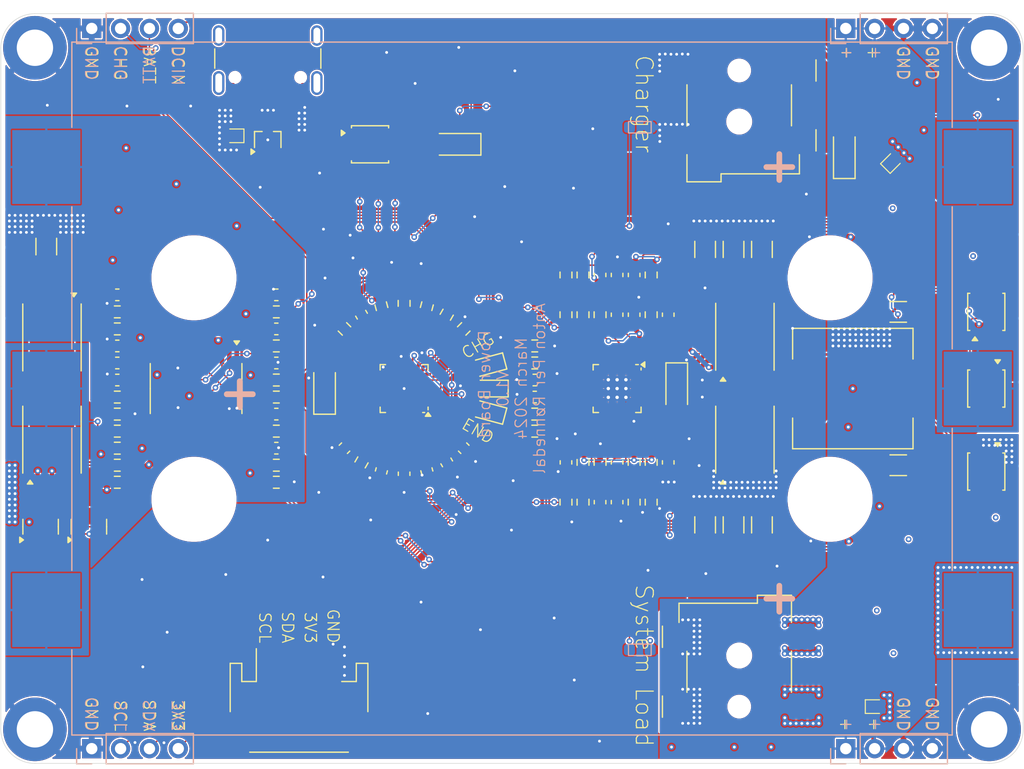
<source format=kicad_pcb>
(kicad_pcb (version 20240108) (generator "pcbnew") (generator_version "8.0")
  (layers (0 "F.Cu" signal) (1 "In1.Cu" power) (2 "In2.Cu" power) (31 "B.Cu" signal) (34 "B.Paste" user) (35 "F.Paste" user) (36 "B.SilkS" user "B.Silkscreen") (37 "F.SilkS" user "F.Silkscreen") (38 "B.Mask" user) (39 "F.Mask" user) (44 "Edge.Cuts" user))
  (net 0 "")
  (net 1 "Net-(Q7-G)")
  (net 2 "/BATT")
  (net 3 "/VC3")
  (net 4 "/VC2")
  (net 5 "/VC1")
  (net 6 "/C0")
  (net 7 "/VC0")
  (net 8 "/VDD")
  (net 9 "/AVDD")
  (net 10 "/SRP")
  (net 11 "/SRP_BMS")
  (net 12 "GND")
  (net 13 "/VBUS")
  (net 14 "/1v2")
  (net 15 "/2v7")
  (net 16 "Net-(D1-K)")
  (net 17 "Net-(C16-Pad2)")
  (net 18 "/VSNK")
  (net 19 "/ACP")
  (net 20 "/ACM")
  (net 21 "/SYSTEM")
  (net 22 "/VCC")
  (net 23 "/TTC")
  (net 24 "/VREF")
  (net 25 "/TS")
  (net 26 "/REGN")
  (net 27 "/BST")
  (net 28 "/PH")
  (net 29 "/SRM")
  (net 30 "Net-(Q11-G)")
  (net 31 "/PMID")
  (net 32 "/VFB")
  (net 33 "/CC1")
  (net 34 "/CC2")
  (net 35 "Net-(D5-K)")
  (net 36 "Net-(D6-K)")
  (net 37 "Net-(D7-K)")
  (net 38 "/DCIN")
  (net 39 "Net-(D9-A)")
  (net 50 "Net-(L1-Pad1)")
  (net 51 "Net-(Q1-D)")
  (net 52 "Net-(Q1-S-Pad1)")
  (net 53 "Net-(Q1-G)")
  (net 54 "Net-(Q2-D)")
  (net 55 "/CHG")
  (net 56 "Net-(Q3-G)")
  (net 57 "Net-(Q4-S)")
  (net 58 "Net-(Q8-D)")
  (net 59 "/HIDRV")
  (net 60 "/LODRV")
  (net 61 "/SDA")
  (net 62 "/C2")
  (net 63 "/C1")
  (net 64 "/VTB")
  (net 65 "/DSG")
  (net 66 "/PRES")
  (net 67 "/OCDP")
  (net 68 "/LD")
  (net 69 "/3v3")
  (net 70 "Net-(R10-Pad2)")
  (net 71 "/RST")
  (net 72 "/VS_DISCH")
  (net 73 "/VBUS_EN_SNK")
  (net 74 "/DISCH")
  (net 75 "/STAT1")
  (net 76 "/STAT2")
  (net 77 "/ACSET")
  (net 78 "/ACDRV")
  (net 79 "/ISET2")
  (net 80 "/ISET1")
  (net 81 "/NTC")
  (net 82 "/BATDRV")
  (net 85 "/A_B_SIDE")
  (net 87 "/SCL")
  (net 88 "Net-(Q6-G)")
  (net 89 "/~{PG}")
  (net 90 "/SRN_BMS")
  (net 91 "/TS_BMS")
  (net 92 "Net-(R19-Pad3)")
  (footprint "Resistor_SMD:R_0603_1608Metric_Pad0.98x0.95mm_HandSolder" (layer "F.Cu") (at 137.5 75.75 -105)
    (property "Reference" "R29" (hide yes))
    (property "Value" "22k")
  )
  (footprint "0_Costum:SenseResistor_1206" (layer "F.Cu") (at 104 70.5 90)
    (property "Reference" "R19" (hide yes))
    (property "Value" "8m")
  )
  (footprint "Resistor_SMD:R_0603_1608Metric_Pad0.98x0.95mm_HandSolder" (layer "F.Cu") (at 133.5 75.75 -75)
    (property "Reference" "R30" (hide yes))
    (property "Value" "100R")
  )
  (footprint "Resistor_SMD:R_0603_1608Metric_Pad0.98x0.95mm_HandSolder" (layer "F.Cu") (at 155.75 89.5 -90)
    (property "Reference" "R39" (hide yes))
    (property "Value" "100k")
  )
  (footprint "Capacitor_SMD:C_1206_3216Metric_Pad1.33x1.80mm_HandSolder" (layer "F.Cu") (at 167 95 90)
    (property "Reference" "C34" (hide yes))
    (property "Value" "10u")
  )
  (footprint "Package_SO:Vishay_PowerPAK_1212-8_Single" (layer "F.Cu") (at 186.75 76.25 90)
    (property "Reference" "Q7" (hide yes))
    (property "Value" "SiS413DN")
  )
  (footprint "0_Costum:SenseResistor_1206" (layer "F.Cu") (at 179 76.25 180)
    (property "Reference" "R43" (hide yes))
    (property "Value" "10m")
  )
  (footprint "Resistor_SMD:R_0603_1608Metric_Pad0.98x0.95mm_HandSolder" (layer "F.Cu") (at 124.25 79.25 180)
    (property "Reference" "R3" (hide yes))
    (property "Value" "100R")
  )
  (footprint "Snapeda:QFN1610_STM-L" (layer "F.Cu") (at 120.5 60.75 180)
    (property "Reference" "D2" (hide yes))
    (property "Value" "ESDA25P35")
  )
  (footprint "Resistor_SMD:R_0603_1608Metric_Pad0.98x0.95mm_HandSolder" (layer "F.Cu") (at 110.25 77.75 180)
    (property "Reference" "R8" (hide yes))
    (property "Value" "100R")
  )
  (footprint "Resistor_SMD:R_0603_1608Metric_Pad0.98x0.95mm_HandSolder" (layer "F.Cu") (at 151.25 73 90)
    (property "Reference" "R36" (hide yes))
    (property "Value" "100k")
  )
  (footprint "Package_SO:Vishay_PowerPAK_1212-8_Single" (layer "F.Cu") (at 186.75 83 -90)
    (property "Reference" "Q8" (hide yes))
    (property "Value" "SiS413DN")
  )
  (footprint "Package_DFN_QFN:QFN-24-1EP_4x4mm_P0.5mm_EP2.15x2.15mm_ThermalVias" (layer "F.Cu") (at 154.25 83 -90)
    (property "Reference" "U3" (hide yes))
    (property "Value" "BQ24617")
  )
  (footprint "Capacitor_SMD:C_0603_1608Metric_Pad1.08x0.95mm_HandSolder" (layer "F.Cu") (at 154.25 93 -90)
    (property "Reference" "C28" (hide yes))
    (property "Value" "100n")
  )
  (footprint "Capacitor_SMD:C_0603_1608Metric_Pad1.08x0.95mm_HandSolder" (layer "F.Cu") (at 131.75 76.5 -60)
    (property "Reference" "C16" (hide yes))
    (property "Value" "100n")
  )
  (footprint "Resistor_SMD:R_0603_1608Metric_Pad0.98x0.95mm_HandSolder" (layer "F.Cu") (at 151.25 76.5 -90)
    (property "Reference" "R37" (hide yes))
    (property "Value" "1k")
  )
  (footprint "Resistor_SMD:R_0603_1608Metric_Pad0.98x0.95mm_HandSolder" (layer "F.Cu") (at 155.75 93 -90)
    (property "Reference" "R40" (hide yes))
    (property "Value" "5.1k")
  )
  (footprint "Capacitor_SMD:C_0603_1608Metric_Pad1.08x0.95mm_HandSolder" (layer "F.Cu") (at 137.5 90.25 -75)
    (property "Reference" "C14" (hide yes))
    (property "Value" "1u")
  )
  (footprint "Resistor_SMD:R_0603_1608Metric_Pad0.98x0.95mm_HandSolder" (layer "F.Cu") (at 149.75 73 90)
    (property "Reference" "R45" (hide yes))
    (property "Value" "9.1k")
  )
  (footprint "Capacitor_SMD:C_0603_1608Metric_Pad1.08x0.95mm_HandSolder" (layer "F.Cu") (at 124.25 74.75 180)
    (property "Reference" "C4" (hide yes))
    (property "Value" "100n")
  )
  (footprint "Diode_SMD:Nexperia_CFP3_SOD-123W" (layer "F.Cu") (at 128.5 83 90)
    (property "Reference" "D1" (hide yes))
    (property "Value" "PMEG60T")
  )
  (footprint "Resistor_SMD:R_0603_1608Metric_Pad0.98x0.95mm_HandSolder" (layer "F.Cu") (at 124.25 82.25)
    (property "Reference" "R6" (hide yes))
    (property "Value" "1k")
  )
  (footprint "Resistor_SMD:R_0603_1608Metric_Pad0.98x0.95mm_HandSolder" (layer "F.Cu") (at 110.25 91.25 180)
    (property "Reference" "R16" (hide yes))
    (property "Value" "430k")
  )
  (footprint "Resistor_SMD:R_0603_1608Metric_Pad0.98x0.95mm_HandSolder" (layer "F.Cu") (at 147 80.75 180)
    (property "Reference" "R44" (hide yes))
    (property "Value" "100R")
  )
  (footprint "Capacitor_SMD:C_0603_1608Metric_Pad1.08x0.95mm_HandSolder" (layer "F.Cu") (at 158.75 76.5 90)
    (property "Reference" "C27" (hide yes))
    (property "Value" "100n")
  )
  (footprint "Resistor_SMD:R_0603_1608Metric_Pad0.98x0.95mm_HandSolder" (layer "F.Cu") (at 147 79.25)
    (property "Reference" "R46" (hide yes))
    (property "Value" "430k")
  )
  (footprint "Snapeda:QFN1610_STM-L" (layer "F.Cu") (at 178.5 63 45)
    (property "Reference" "D3" (hide yes))
    (property "Value" "ESDA25P35")
  )
  (footprint "Diode_SMD:Nexperia_CFP3_SOD-123W" (layer "F.Cu") (at 140 61.5 180)
    (property "Reference" "D10" (hide yes))
    (property "Value" "PMEG3020ER")
  )
  (footprint "Resistor_SMD:R_0603_1608Metric_Pad0.98x0.95mm_HandSolder" (layer "F.Cu") (at 124.25 89.75 180)
    (property "Reference" "R7" (hide yes))
    (property "Value" "10k")
  )
  (footprint "Resistor_SMD:R_0603_1608Metric_Pad0.98x0.95mm_HandSolder" (layer "F.Cu") (at 130.25 77.75 -45)
    (property "Reference" "R24" (hide yes))
    (property "Value" "470R")
  )
  (footprint "Resistor_SMD:R_0603_1608Metric_Pad0.98x0.95mm_HandSolder" (layer "F.Cu") (at 157.25 76.5 90)
    (property "Reference" "R48" (hide yes))
    (property "Value" "1k")
  )
  (footprint "Capacitor_SMD:C_1206_3216Metric_Pad1.33x1.80mm_HandSolder" (layer "F.Cu") (at 164.5 70.75 90)
    (property "Reference" "C20" (hide yes))
    (property "Value" "10u")
  )
  (footprint "Snapeda:QFN1610_STM-L" (layer "F.Cu") (at 177 111)
    (property "Reference" "D4" (hide yes))
    (property "Value" "ESDA25P35")
  )
  (footprint "Resistor_SMD:R_0603_1608Metric_Pad0.98x0.95mm_HandSolder" (layer "F.Cu") (at 151.25 89.5 -90)
    (property "Reference" "R41" (hide yes))
    (property "Value" "100k")
  )
  (footprint "Connector_USB:USB_C_Receptacle_GCT_USB4105-xx-A_16P_TopMnt_Horizontal" (layer "F.Cu") (at 123.5 53 180)
    (property "Reference" "J6" (hide yes))
    (property "Value" "USB_C_Receptacle_USB2.0_16P")
  )
  (footprint "Capacitor_SMD:C_0603_1608Metric_Pad1.08x0.95mm_HandSolder" (layer "F.Cu") (at 140.75 88.25 135)
    (property "Reference" "C11" (hide yes))
    (property "Value" "4.7u")
  )
  (footprint "Diode_SMD:Nexperia_CFP3_SOD-123W" (layer "F.Cu") (at 159.5 83 -90)
    (property "Reference" "D8" (hide yes))
    (property "Value" "PMEG60T")
  )
  (footprint "Capacitor_SMD:C_0603_1608Metric_Pad1.08x0.95mm_HandSolder" (layer "F.Cu") (at 124.25 88.25)
    (property "Reference" "C7" (hide yes))
    (property "Value" "1u")
  )
  (footprint "Resistor_SMD:R_0603_1608Metric_Pad0.98x0.95mm_HandSolder" (layer "F.Cu") (at 110.25 86.75 180)
    (property "Reference" "R12" (hide yes))
    (property "Value" "10k")
  )
  (footprint "Resistor_SMD:R_0603_1608Metric_Pad0.98x0.95mm_HandSolder" (layer "F.Cu") (at 124.25 83.75 180)
    (property "Reference" "R2" (hide yes))
    (property "Value" "100R")
  )
  (footprint "Capacitor_SMD:C_0603_1608Metric_Pad1.08x0.95mm_HandSolder" (layer "F.Cu") (at 110.25 74.75)
    (property "Reference" "C5" (hide yes))
    (property "Value" "100n")
  )
  (footprint "0_Costum:1274AS" (layer "F.Cu") (at 175 83 180)
    (property "Reference" "L1" (hide yes))
    (property "Value" "10uH")
  )
  (footprint "LED_SMD:LED_0603_1608Metric_Pad1.05x0.95mm_HandSolder" (layer "F.Cu") (at 143 83 180)
    (property "Reference" "D5" (hide yes))
    (property "Value" "LED_green")
  )
  (footprint "Resistor_SMD:R_0603_1608Metric_Pad0.98x0.95mm_HandSolder" (layer "F.Cu") (at 147 86.75)
    (property "Reference" "R1" (hide yes))
    (property "Value" "5.1k")
  )
  (footprint "Package_TO_SOT_SMD:SOT-323_SC-70_Handsoldering" (layer "F.Cu") (at 123.5 61.1075 90)
    (property "Reference" "D11" (hide yes))
    (property "Value" "ESDA25W")
  )
  (footprint "Resistor_SMD:R_0603_1608Metric_Pad0.98x0.95mm_HandSolder" (layer "F.Cu") (at 152.75 76.5 -90)
    (property "Reference" "R38" (hide yes))
    (property "Value" "10R")
  )
  (footprint "Resistor_SMD:R_0603_1608Metric_Pad0.98x0.95mm_HandSolder" (layer "F.Cu") (at 139.25 76.5 -120)
    (property "Reference" "R20" (hide yes))
    (property "Value" "1k")
  )
  (footprint "Capacitor_SMD:C_1206_3216Metric_Pad1.33x1.80mm_HandSolder" (layer "F.Cu") (at 167 70.75 90)
    (property "Reference" "C21" (hide yes))
    (property "Value" "10u")
  )
  (footprint "Resistor_SMD:R_0603_1608Metric_Pad0.98x0.95mm_HandSolder" (layer "F.Cu") (at 140.75 77.75 45)
    (property "Reference" "R21" (hide yes))
    (property "Value" "10k")
  )
  (footprint "LED_SMD:LED_0603_1608Metric_Pad1.05x0.95mm_HandSolder" (layer "F.Cu") (at 142.75 85 165)
    (property "Reference" "D7" (hide yes))
    (property "Value" "LED_green")
  )
  (footprint "Package_SO:Vishay_PowerPAK_1212-8_Single" (layer "F.Cu") (at 132.5 61.5)
    (property "Reference" "Q6" (hide yes))
    (property "Value" "SiS413DN")
  )
  (footprint "Capacitor_SMD:C_0603_1608Metric_Pad1.08x0.95mm_HandSolder" (layer "F.Cu") (at 133.5 90.25 -105)
    (property "Reference" "C13" (hide yes))
    (property "Value" "1u")
  )
  (footprint "Resistor_SMD:R_0603_1608Metric_Pad0.98x0.95mm_HandSolder" (layer "F.Cu") (at 157.25 93 -90)
    (property "Reference" "R35" (hide yes))
    (property "Value" "10k")
  )
  (footprint "Resistor_SMD:R_0603_1608Metric_Pad0.98x0.95mm_HandSolder" (layer "F.Cu") (at 149.75 76.5 -90)
    (property "Reference" "R22" (hide yes))
    (property "Value" "5.1k")
  )
  (footprint "Capacitor_SMD:C_0603_1608Metric_Pad1.08x0.95mm_HandSolder" (layer "F.Cu") (at 124.25 77.75 180)
    (property "Reference" "C3" (hide yes))
    (property "Value" "100n")
  )
  (footprint "Resistor_SMD:R_0603_1608Metric_Pad0.98x0.95mm_HandSolder" (layer "F.Cu") (at 149.75 93 -90)
    (property "Reference" "R42" (hide yes))
    (property "Value" "10k")
  )
  (footprint "Capacitor_SMD:C_0603_1608Metric_Pad1.08x0.95mm_HandSolder" (layer "F.Cu") (at 124.25 80.75)
    (property "Reference" "C6" (hide yes))
    (property "Value" "1u")
  )
  (footprint "Resistor_SMD:R_0603_1608Metric_Pad0.98x0.95mm_HandSolder" (layer "F.Cu") (at 151.25 93 90)
    (property "Reference" "R49" (hide yes))
    (property "Value" "1M")
  )
  (footprint "Capacitor_SMD:C_1206_3216Metric_Pad1.33x1.80mm_HandSolder" (layer "F.Cu") (at 162 95 90)
    (property "Reference" "C31" (hide yes))
    (property "Value" "10u")
  )
  (footprint "Capacitor_SMD:C_0603_1608Metric_Pad1.08x0.95mm_HandSolder" (layer "F.Cu") (at 155.75 73 -90)
    (property "Reference" "C30" (hide yes))
    (property "Value" "100n")
  )
  (footprint "Package_TO_SOT_SMD:SOT-23" (layer "F.Cu") (at 103.5 95.1625 90)
    (property "Reference" "Q4" (hide yes))
    (property "Value" "Si2369DS")
  )
  (footprint "Resistor_SMD:R_0603_1608Metric_Pad0.98x0.95mm_HandSolder" (layer "F.Cu") (at 124.25 91.25)
    (property "Reference" "R14" (hide yes))
    (property "Value" "750k")
  )
  (footprint "Capacitor_SMD:C_0603_1608Metric_Pad1.08x0.95mm_HandSolder" (layer "F.Cu") (at 110.25 79.25 180)
    (property "Reference" "C8" (hide yes))
    (property "Value" "100n")
  )
  (footprint "LED_SMD:LED_0603_1608Metric_Pad1.05x0.95mm_HandSolder" (layer "F.Cu") (at 142.75 81 -165)
    (property "Reference" "D6" (hide yes))
    (property "Value" "LED_amber")
  )
  (footprint "Capacitor_SMD:C_0603_1608Metric_Pad1.08x0.95mm_HandSolder" (layer "F.Cu") (at 152.75 73 90)
    (property "Reference" "C1" (hide yes))
    (property "Value" "100n")
  )
  (footprint "Resistor_SMD:R_0603_1608Metric_Pad0.98x0.95mm_HandSolder" (layer "F.Cu") (at 135.5 75.5 -90)
    (property "Reference" "R28" (hide yes))
    (property "Value" "100k")
  )
  (footprint "Diode_SMD:Nexperia_CFP3_SOD-123W" (layer "F.Cu") (at 174.25 62.25 90)
    (property "Reference" "D9" (hide yes))
    (property "Value" "PMEG3020ER")
  )
  (footprint "Package_SO:PowerPAK_SO-8_Single" (layer "F.Cu") (at 104.5 87.5 90)
    (property "Reference" "Q3" (hide yes))
    (property "Value" "SiRA88DP")
  )
  (footprint "Resistor_SMD:R_0603_1608Metric_Pad0.98x0.95mm_HandSolder" (layer "F.Cu") (at 110.25 83.75 180)
    (property "Reference" "R10" (hide yes))
    (property "Value" "100R")
  )
  (footprint "Capacitor_SMD:C_0603_1608Metric_Pad1.08x0.95mm_HandSolder" (layer "F.Cu") (at 135.5 90.5 -90)
    (property "Reference" "C35" (hide yes))
    (property "Value" "1u")
  )
  (footprint "Package_SO:TSSOP-24_4.4x7.8mm_P0.65mm" (layer "F.Cu") (at 117.1875 83 -90)
    (property "Reference" "U1" (hide yes))
    (property "Value" "TAS:BQ7791500")
  )
  (footprint "Capacitor_SMD:C_0603_1608Metric_Pad1.08x0.95mm_HandSolder" (layer "F.Cu") (at 110.25 80.75)
    (property "Reference" "C9" (hide yes))
    (property "Value" "100n")
  )
  (footprint "Capacitor_SMD:C_1206_3216Metric_Pad1.33x1.80mm_HandSolder" (layer "F.Cu") (at 164.5 95 90)
    (property "Reference" "C33" (hide yes))
    (property "Value" "10u")
  )
  (footprint "Capacitor_SMD:C_0603_1608Metric_Pad1.08x0.95mm_HandSolder" (layer "F.Cu") (at 152.75 93 90)
    (property "Reference" "C32" (hide yes))
    (property "Value" "22p")
  )
  (footprint "Capacitor_SMD:C_0603_1608Metric_Pad1.08x0.95mm_HandSolder" (layer "F.Cu") (at 155.75 76.5 90)
    (property "Reference" "C22" (hide yes))
    (property "Value" "1u")
  )
  (footprint "Resistor_SMD:R_0603_1608Metric_Pad0.98x0.95mm_HandSolder" (layer "F.Cu") (at 152.75 89.5 90)
    (property "Reference" "R50" (hide yes))
    (property "Value" "200k")
  )
  (footprint "Capacitor_SMD:C_0603_1608Metric_Pad1.08x0.95mm_HandSolder" (layer "F.Cu") (at 124.25 85.25 180)
    (property "Reference" "C2" (hide yes))
    (property "Value" "100n")
  )
  (footprint "Capacitor_SMD:C_0603_1608Metric_Pad1.08x0.95mm_HandSolder" (layer "F.Cu") (at 154.25 76.5 -90)
    (property "Reference" "C18" (hide yes))
    (property "Value" "100n")
  )
  (footprint "Resistor_SMD:R_0603_1608Metric_Pad0.98x0.95mm_HandSolder" (layer "F.Cu") (at 110.25 88.25 180)
    (property "Reference" "R17" (hide yes))
    (property "Value" "1M")
  )
  (footprint "Package_TO_SOT_SMD:SOT-23" (layer "F.Cu") (at 107.75 95.1625 90)
    (property "Reference" "Q2" (hide yes))
    (property "Value" "Si2369DS")
  )
  (footprint "Connector_BarrelJack:BarrelJack_Wuerth_694106106102_2.0x5.5mm" (layer "F.Cu") (at 165 58.075 180)
    (property "Reference" "J5" (hide yes))
    (property "Value" "Barrel_Jack_Switch")
  )
  (footprint "Resistor_SMD:R_0603_1608Metric_Pad0.98x0.95mm_HandSolder" (layer "F.Cu") (at 110.25 89.75 180)
    (property "Reference" "R15" (hide yes))
    (property "Value" "10k")
  )
  (footprint "Capacitor_SMD:C_0603_1608Metric_Pad1.08x0.95mm_HandSolder" (layer "F.Cu") (at 147 83.75 180)
    (property "Reference" "C23" (hide yes))
    (property "Value" "33n")
  )
  (footprint "Capacitor_SMD:C_0603_1608Metric_Pad1.08x0.95mm_HandSolder" (layer "F.Cu") (at 139.25 89.5 -60)
    (property "Reference" "C12" (hide yes))
    (property "Value" "1u")
  )
  (footprint "Capacitor_SMD:C_1206_3216Metric_Pad1.33x1.80mm_HandSolder" (layer "F.Cu") (at 162 70.75 90)
    (property "Reference" "C19" (hide yes))
    (property "Value" "10u")
  )
  (footprint "Package_SO:PowerPAK_SO-8_Single" (layer "F.Cu") (at 165.5 87.5 90)
    (property "Reference" "Q10" (hide yes))
    (property "Value" "SiRA88DP")
  )
  (footprint "Capacitor_SMD:C_0603_1608Metric_Pad1.08x0.95mm_HandSolder" (layer "F.Cu") (at 130.25 88.25 -135)
    (property "Reference" "C15" (hide yes))
    (property "Value" "1u")
  )
  (footprint "Resistor_SMD:R_0603_1608Metric_Pad0.98x0.95mm_HandSolder" (layer "F.Cu") (at 157.25 89.5 -90)
    (property "Reference" "R34" (hide yes))
    (property "Value" "100k")
  )
  (footprint "Capacitor_SMD:C_0603_1608Metric_Pad1.08x0.95mm_HandSolder" (layer "F.Cu") (at 147 82.25 180)
    (property "Reference" "C25" (hide yes))
    (property "Value" "100n")
  )
  (footprint "Resistor_SMD:R_0603_1608Metric_Pad0.98x0.95mm_HandSolder" (layer "F.Cu") (at 124.25 86.75 180)
    (property "Reference" "R13" (hide yes))
    (property "Value" "10k")
  )
  (footprint "Connector_BarrelJack:BarrelJack_Wuerth_694106106102_2.0x5.5mm" (layer "F.Cu") (at 165 107.925)
    (property "Reference" "J2" (hide yes))
    (property "Value" "(NC)")
  )
  (footprint "Capacitor_SMD:C_0603_1608Metric_Pad1.08x0.95mm_HandSolder" (layer "F.Cu") (at 110.25 82.25 180)
    (property "Reference" "C10" (hide yes))
    (property "Value" "100n")
  )
  (footprint "Capacitor_SMD:C_0603_1608Metric_Pad1.08x0.95mm_HandSolder" (layer "F.Cu") (at 158.75 89.5 -90)
    (property "Reference" "C26" (hide yes))
    (property "Value" "1u")
  )
  (footprint "Capacitor_SMD:C_0603_1608Metric_Pad1.08x0.95mm_HandSolder" (layer "F.Cu") (at 154.25 73 90)
    (property "Reference" "C17" (hide yes))
    (property "Value" "100n")
  )
  (footprint "Package_DFN_QFN:QFN-24-1EP_4x4mm_P0.5mm_EP2.7x2.7mm" (layer "F.Cu") (at 135.5 83 180)
    (property "Reference" "U2" (hide yes))
    (property "Value" "STUSB4500")
  )
  (footprint "Package_SO:PowerPAK_SO-8_Single" (layer "F.Cu") (at 104.5 78.5 -90)
    (property "Reference" "Q1" (hide yes))
    (property "Value" "SiRA88DP")
  )
  (footprint "Resistor_SMD:R_0603_1608Metric_Pad0.98x0.95mm_HandSolder" (layer "F.Cu") (at 131.75 89.5 60)
    (property "Reference" "R25" (hide yes))
    (property "Value" "1k")
  )
  (footprint "Connector_JST:JST_PH_S4B-PH-SM4-TB_1x04-1MP_P2.00mm_Horizontal" (layer "F.Cu") (at 126.25 110.5)
    (property "Reference" "J1" (hide yes))
    (property "Value" "Conn_01x04")
  )
  (footprint "Package_SO:PowerPAK_SO-8_Single" (layer "F.Cu") (at 165.5 78.44 90)
    (property "Reference" "Q9" (hide yes))
    (property "Value" "SiRA88DP")
  )
  (footprint "Capacitor_SMD:C_0603_1608Metric_Pad1.08x0.95mm_HandSolder" (layer "F.Cu") (at 149.75 89.5 -90)
    (property "Reference" "C24" (hide yes))
    (property "Value" "1u")
  )
  (footprint "Resistor_SMD:R_0603_1608Metric_Pad0.98x0.95mm_HandSolder" (layer "F.Cu") (at 124.25 76.25 180)
    (property "Reference" "R4" (hide yes))
    (property "Value" "100R")
  )
  (footprint "Resistor_SMD:R_0603_1608Metric_Pad0.98x0.95mm_HandSolder" (layer "F.Cu") (at 110.25 85.25)
    (property "Reference" "R11" (hide yes))
    (property "Value" "1M")
  )
  (footprint "Resistor_SMD:R_0603_1608Metric_Pad0.98x0.95mm_HandSolder" (layer "F.Cu") (at 147 85.25)
    (property "Reference" "R23" (hide yes))
    (property "Value" "5.1k")
  )
  (footprint "Package_SO:Vishay_PowerPAK_1212-8_Single" (layer "F.Cu") (at 186.75 90.3075 -90)
    (property "Reference" "Q11" (hide yes))
    (property "Value" "SiS413DN")
  )
  (footprint "Resistor_SMD:R_0603_1608Metric_Pad0.98x0.95mm_HandSolder" (layer "F.Cu") (at 157.25 73 -90)
    (property "Reference" "R18" (hide yes))
    (property "Value" "1M")
  )
  (footprint "Resistor_SMD:R_0603_1608Metric_Pad0.98x0.95mm_HandSolder" (layer "F.Cu") (at 110.25 76.25)
    (property "Reference" "R5" (hide yes))
    (property "Value" "100R")
  )
  (footprint "0_Costum:SenseResistor_1206" (layer "F.Cu") (at 179 89.75)
    (property "Reference" "R47" (hide yes))
    (property "Value" "10m")
  )
  (footprint "Capacitor_SMD:C_0603_1608Metric_Pad1.08x0.95mm_HandSolder" (layer "F.Cu") (at 154.25 89.5 90)
    (property "Reference" "C29" (hide yes))
    (property "Value" "100n")
  )
  (footprint "MountingHole:MountingHole_3.2mm_M3_DIN965_Pad" (layer "B.Cu") (at 103 113)
    (property "Reference" "H1" (hide yes))
    (property "Value" "Hole")
  )
  (footprint "0_Costum:BLM_18650x3" (layer "B.Cu") (at 183.75 113.5 90)
    (property "Reference" "B3" (hide yes))
    (property "Value" "~")
  )
  (footprint "Connector_PinSocket_2.54mm:PinSocket_1x04_P2.54mm_Vertical" (layer "B.Cu") (at 108 114.7 -90)
    (property "Reference" "J8" (hide yes))
    (property "Value" "Conn_01x04")
  )
  (footprint "Connector_PinSocket_2.54mm:PinSocket_1x04_P2.54mm_Vertical" (layer "B.Cu") (at 174.38 51.3 -90)
    (property "Reference" "J11" (hide yes))
    (property "Value" "Conn_01x04")
  )
  (footprint "Connector_PinSocket_2.54mm:PinSocket_1x04_P2.54mm_Vertical" (layer "B.Cu") (at 174.38 114.7 -90)
    (property "Reference" "J10" (hide yes))
    (property "Value" "Conn_01x04")
  )
  (footprint "MountingHole:MountingHole_3.2mm_M3_DIN965_Pad" (layer "B.Cu") (at 187 113)
    (property "Reference" "H2" (hide yes))
    (property "Value" "Hole")
  )
  (footprint "MountingHole:MountingHole_3.2mm_M3_DIN965_Pad" (layer "B.Cu") (at 103 53)
    (property "Reference" "H4" (hide yes))
    (property "Value" "Hole")
  )
  (footprint "Resistor_SMD:R_0603_1608Metric_Pad0.98x0.95mm_HandSolder" (layer "B.Cu") (at 156.25 60)
    (property "Reference" "TH3" (hide yes))
    (property "Value" "NCP18XH103")
  )
  (footprint "Resistor_SMD:R_0603_1608Metric_Pad0.98x0.95mm_HandSolder" (layer "B.Cu") (at 156.25 106)
    (property "Reference" "TH1" (hide yes))
    (property "Value" "NCP18XH103")
  )
  (footprint "Connector_PinSocket_2.54mm:PinSocket_1x04_P2.54mm_Vertical" (layer "B.Cu") (at 108 51.3 -90)
    (property "Reference" "J9" (hide yes))
    (property "Value" "Conn_01x04")
  )
  (footprint "MountingHole:MountingHole_3.2mm_M3_DIN965_Pad" (layer "B.Cu") (at 187 53)
    (property "Reference" "H3" (hide yes))
    (property "Value" "Hole")
  )
  (gr_arc (start 190 113) (mid 189.12132 115.12132) (end 187 116) (stroke (width 0.05)) (layer "Edge.Cuts"))
  (gr_arc (start 187 50) (mid 189.12132 50.87868) (end 190 53) (stroke (width 0.05)) (layer "Edge.Cuts"))
  (gr_arc (start 103 116) (mid 100.87868 115.12132) (end 100 113) (stroke (width 0.05)) (layer "Edge.Cuts"))
  (gr_arc (start 100 53) (mid 100.87868 50.87868) (end 103 50) (stroke (width 0.05)) (layer "Edge.Cuts"))
  (gr_line (start 100 53) (end 100 74) (stroke (width 0.05)) (layer "Edge.Cuts"))
  (gr_line (start 190 53) (end 190 113) (stroke (width 0.05)) (layer "Edge.Cuts"))
  (gr_line (start 100 113) (end 100 74) (stroke (width 0.05)) (layer "Edge.Cuts"))
  (gr_line (start 187 116) (end 103 116) (stroke (width 0.05)) (layer "Edge.Cuts"))
  (gr_line (start 103 50) (end 187 50) (stroke (width 0.05)) (layer "Edge.Cuts"))
  (gr_text "+" (at 176.92 52.75 90) (layer "B.SilkS") (effects (font (size 1 1) (thickness 0.1)) (justify left mirror)))
  (gr_text "+" (at 174.38 113.25 90) (layer "B.SilkS") (effects (font (size 1 1) (thickness 0.1)) (justify right mirror)))
  (gr_text "CHG" (at 110.54 52.75 90) (layer "B.SilkS") (effects (font (size 1 1) (thickness 0.1)) (justify left mirror)))
  (gr_text "GND" (at 108 52.75 90) (layer "B.SilkS") (effects (font (size 1 1) (thickness 0.1)) (justify left mirror)))
  (gr_text "GND" (at 182 113.25 90) (layer "B.SilkS") (effects (font (size 1 1) (thickness 0.1)) (justify right mirror)))
  (gr_text "SCL" (at 110.54 113.25 90) (layer "B.SilkS") (effects (font (size 1 1) (thickness 0.1)) (justify right mirror)))
  (gr_text "DCIN" (at 115.62 52.75 90) (layer "B.SilkS") (effects (font (size 1 1) (thickness 0.1)) (justify left mirror)))
  (gr_text "GND" (at 179.46 52.75 90) (layer "B.SilkS") (effects (font (size 1 1) (thickness 0.1)) (justify left mirror)))
  (gr_text "Power Board \nV1.0\nMarch 2024\nAnton Per Rønnedal" (at 145 83 90) (layer "B.SilkS") (effects (font (size 1 1) (thickness 0.1)) (justify mirror)))
  (gr_text "SDA" (at 113.08 113.25 90) (layer "B.SilkS") (effects (font (size 1 1) (thickness 0.1)) (justify right mirror)))
  (gr_text "GND" (at 182 52.75 90) (layer "B.SilkS") (effects (font (size 1 1) (thickness 0.1)) (justify left mirror)))
  (gr_text "3V3" (at 115.62 113.25 90) (layer "B.SilkS") (effects (font (size 1 1) (thickness 0.1)) (justify right mirror)))
  (gr_text "BATT" (at 113.08 52.75 90) (layer "B.SilkS") (effects (font (size 1 1) (thickness 0.1)) (justify left mirror)))
  (gr_text "GND" (at 108 113.25 90) (layer "B.SilkS") (effects (font (size 1 1) (thickness 0.1)) (justify right mirror)))
  (gr_text "+" (at 176.92 113.25 90) (layer "B.SilkS") (effects (font (size 1 1) (thickness 0.1)) (justify right mirror)))
  (gr_text "GND" (at 179.46 113.25 90) (layer "B.SilkS") (effects (font (size 1 1) (thickness 0.1)) (justify right mirror)))
  (gr_text "+" (at 174.38 52.75 90) (layer "B.SilkS") (effects (font (size 1 1) (thickness 0.1)) (justify left mirror)))
  (gr_text "SDA" (at 125.25 105.5 -90) (layer "F.SilkS") (effects (font (size 1 1) (thickness 0.1)) (justify right)))
  (gr_text "END" (at 142 86.75 330) (layer "F.SilkS") (effects (font (size 1 1) (thickness 0.1))))
  (gr_text "+" (at 176.8 52.75 -90) (layer "F.SilkS") (effects (font (size 1 1) (thickness 0.1)) (justify left)))
  (gr_text "SCL" (at 110.54 113.25 -90) (layer "F.SilkS") (effects (font (size 1 1) (thickness 0.1)) (justify right)))
  (gr_text "3V3" (at 127.25 105.5 -90) (layer "F.SilkS") (effects (font (size 1 1) (thickness 0.1)) (justify right)))
  (gr_text "Charger" (at 155.75 53.535714 -90) (layer "F.SilkS") (effects (font (size 1.5 1.5) (thickness 0.1)) (justify left bottom)))
  (gr_text "GND" (at 108 113.25 -90) (layer "F.SilkS") (effects (font (size 1 1) (thickness 0.1)) (justify right)))
  (gr_text "+" (at 174.38 113.25 -90) (layer "F.SilkS") (effects (font (size 1 1) (thickness 0.1)) (justify right)))
  (gr_text "GND" (at 129.25 105.5 -90) (layer "F.SilkS") (effects (font (size 1 1) (thickness 0.1)) (justify right)))
  (gr_text "SDA" (at 113.08 113.25 -90) (layer "F.SilkS") (effects (font (size 1 1) (thickness 0.1)) (justify right)))
  (gr_text "GND" (at 182 52.75 -90) (layer "F.SilkS") (effects (font (size 1 1) (thickness 0.1)) (justify left)))
  (gr_text "+" (at 176.92 113.25 -90) (layer "F.SilkS") (effects (font (size 1 1) (thickness 0.1)) (justify right)))
  (gr_text "GND" (at 108 52.75 -90) (layer "F.SilkS") (effects (font (size 1 1) (thickness 0.1)) (justify left)))
  (gr_text "GND" (at 182 113.25 -90) (layer "F.SilkS") (effects (font (size 1 1) (thickness 0.1)) (justify right)))
  (gr_text "System Load" (at 155.75 100.142855 -90) (layer "F.SilkS") (effects (font (size 1.5 1.5) (thickness 0.1)) (justify left bottom)))
  (gr_text "SCL" (at 123.25 105.5 -90) (layer "F.SilkS") (effects (font (size 1 1) (thickness 0.1)) (justify right)))
  (gr_text "CHG" (at 142 79.25 30) (layer "F.SilkS") (effects (font (size 1 1) (thickness 0.1))))
  (gr_text "+" (at 174.5 52.75 -90) (layer "F.SilkS") (effects (font (size 1 1) (thickness 0.1)) (justify left)))
  (gr_text "GND" (at 179.46 113.25 -90) (layer "F.SilkS") (effects (font (size 1 1) (thickness 0.1)) (justify right)))
  (gr_text "BATT" (at 113.08 52.75 -90) (layer "F.SilkS") (effects (font (size 1 1) (thickness 0.1)) (justify left)))
  (gr_text "DCIN" (at 115.62 52.75 -90) (layer "F.SilkS") (effects (font (size 1 1) (thickness 0.1)) (justify left)))
  (gr_text "GND" (at 179.46 52.75 -90) (layer "F.SilkS") (effects (font (size 1 1) (thickness 0.1)) (justify left)))
  (gr_text "CHG" (at 110.54 52.75 -90) (layer "F.SilkS") (effects (font (size 1 1) (thickness 0.1)) (justify left)))
  (gr_text "3V3" (at 115.62 113.25 -90) (layer "F.SilkS") (effects (font (size 1 1) (thickness 0.1)) (justify right)))
  (segment (start 185.5275 76.83) (end 187.3125 76.83) (width 0.13) (layer "F.Cu") (net 1))
  (segment (start 184.8025 76.54) (end 184.8025 75.180196) (width 0.13) (layer "F.Cu") (net 1))
  (segment (start 179.38 72.427696) (end 175.272304 68.32) (width 0.13) (layer "F.Cu") (net 1))
  (segment (start 187.3125 76.83) (end 187.74 77.2575) (width 0.13) (layer "F.Cu") (net 1))
  (segment (start 185.31 80.47) (end 185.31 77.0475) (width 0.13) (layer "F.Cu") (net 1))
  (segment (start 187.74 77.2575) (end 187.74 77.685) (width 0.13) (layer "F.Cu") (net 1))
  (segment (start 150.51 74.49) (end 150.51 72.8275) (width 0.13) (layer "F.Cu") (net 1))
  (segment (start 168.656912 70.39) (end 153.63 70.39) (width 0.13) (layer "F.Cu") (net 1))
  (segment (start 150.51 72.8275) (end 151.25 72.0875) (width 0.13) (layer "F.Cu") (net 1))
  (segment (start 175.272304 68.32) (end 170.726912 68.32) (width 0.13) (layer "F.Cu") (net 1))
  (segment (start 185.31 77.0475) (end 184.8025 76.54) (width 0.13) (layer "F.Cu") (net 1))
  (segment (start 184.8025 75.180196) (end 184.072304 74.45) (width 0.13) (layer "F.Cu") (net 1))
  (segment (start 185.76 81.565) (end 185.76 80.92) (width 0.13) (layer "F.Cu") (net 1))
  (segment (start 151.25 72.0875) (end 151.25 72.3625) (width 0.13) (layer "F.Cu") (net 1))
  (segment (start 151.25 75.23) (end 150.51 74.49) (width 0.13) (layer "F.Cu") (net 1))
  (segment (start 179.38 73.95) (end 179.38 72.427696) (width 0.13) (layer "F.Cu") (net 1))
  (segment (start 185.31 77.0475) (end 185.5275 76.83) (width 0.13) (layer "F.Cu") (net 1))
  (segment (start 170.726912 68.32) (end 168.656912 70.39) (width 0.13) (layer "F.Cu") (net 1))
  (segment (start 151.25 75.5875) (end 151.25 75.23) (width 0.13) (layer "F.Cu") (net 1))
  (segment (start 179.88 74.45) (end 179.38 73.95) (width 0.13) (layer "F.Cu") (net 1))
  (segment (start 153.63 70.39) (end 152.75 71.27) (width 0.13) (layer "F.Cu") (net 1))
  (segment (start 185.76 80.92) (end 185.31 80.47) (width 0.13) (layer "F.Cu") (net 1))
  (segment (start 152.75 71.27) (end 152.75 72.1375) (width 0.13) (layer "F.Cu") (net 1))
  (segment (start 151.3 72.1375) (end 151.25 72.0875) (width 0.13) (layer "F.Cu") (net 1))
  (segment (start 184.072304 74.45) (end 179.88 74.45) (width 0.13) (layer "F.Cu") (net 1))
  (segment (start 152.75 72.1375) (end 151.3 72.1375) (width 0.13) (layer "F.Cu") (net 1))
  (segment (start 141.64 93.02) (end 147.13 93.02) (width 0.13) (layer "F.Cu") (net 2))
  (segment (start 125.65 83.75) (end 125.1625 83.75) (width 0.13) (layer "F.Cu") (net 2))
  (segment (start 125.1625 82.25) (end 125.1625 83.75) (width 0.13) (layer "F.Cu") (net 2))
  (segment (start 147.13 93.02) (end 147.15 93) (width 0.13) (layer "F.Cu") (net 2))
  (segment (start 113.08 57.69) (end 126.93 71.54) (width 0.13) (layer "F.Cu") (net 2))
  (segment (start 151.25 93.9125) (end 152.7 93.9125) (width 0.13) (layer "F.Cu") (net 2))
  (segment (start 152.7 93.9125) (end 152.75 93.8625) (width 0.13) (layer "F.Cu") (net 2))
  (segment (start 148.71 92.99) (end 148.74 93.02) (width 0.13) (layer "F.Cu") (net 2))
  (segment (start 125.91 82.25) (end 125.1625 82.25) (width 0.13) (layer "F.Cu") (net 2))
  (segment (start 152.75 93.997696) (end 154.202305 95.450001) (width 0.13) (layer "F.Cu") (net 2))
  (segment (start 152.75 93.8625) (end 152.75 93.997696) (width 0.13) (layer "F.Cu") (net 2))
  (segment (start 113.08 51.3) (end 113.08 57.69) (width 0.13) (layer "F.Cu") (net 2))
  (segment (start 139.77 92.16) (end 138.88 93.05) (width 0.13) (layer "F.Cu") (net 2))
  (segment (start 131.292304 93.05) (end 126.869999 88.627695) (width 0.13) (layer "F.Cu") (net 2))
  (segment (start 126.87 84.97) (end 125.65 83.75) (width 0.13) (layer "F.Cu") (net 2))
  (segment (start 150.3575 93.02) (end 151.25 93.9125) (width 0.13) (layer "F.Cu") (net 2))
  (segment (start 138.88 93.05) (end 131.292304 93.05) (width 0.13) (layer "F.Cu") (net 2))
  (segment (start 126.869999 88.627695) (end 126.87 84.97) (width 0.13) (layer "F.Cu") (net 2))
  (segment (start 160.8875 95.45) (end 162 96.5625) (width 0.13) (layer "F.Cu") (net 2))
  (segment (start 126.93 71.54) (end 126.93 81.23) (width 0.13) (layer "F.Cu") (net 2))
  (segment (start 141.13 93.53) (end 141.64 93.02) (width 0.13) (layer "F.Cu") (net 2))
  (segment (start 148.74 93.02) (end 150.3575 93.02) (width 0.13) (layer "F.Cu") (net 2))
  (segment (start 154.202305 95.450001) (end 160.8875 95.45) (width 0.13) (layer "F.Cu") (net 2))
  (segment (start 126.93 81.23) (end 125.91 82.25) (width 0.13) (layer "F.Cu") (net 2))
  (via (at 184.5 98.75) (size 0.5) (drill 0.25) (layers "F.Cu" "B.Cu") (net 2))
  (via (at 187 98.75) (size 0.5) (drill 0.25) (layers "F.Cu" "B.Cu") (net 2))
  (via (at 187.5 98.75) (size 0.5) (drill 0.25) (layers "F.Cu" "B.Cu") (net 2))
  (via (at 185.5 106.25) (size 0.5) (drill 0.25) (layers "F.Cu" "B.Cu") (net 2))
  (via (at 186 98.75) (size 0.5) (drill 0.25) (layers "F.Cu" "B.Cu") (net 2))
  (via (at 182.5 103.25) (size 0.5) (drill 0.25) (layers "F.Cu" "B.Cu") (net 2))
  (via (at 183 98.75) (size 0.5) (drill 0.25) (layers "F.Cu" "B.Cu") (net 2))
  (via (at 186.5 106.25) (size 0.5) (drill 0.25) (layers "F.Cu" "B.Cu") (net 2))
  (via (at 184 106.25) (size 0.5) (drill 0.25) (layers "F.Cu" "B.Cu") (net 2))
  (via (at 182.5 105.75) (size 0.5) (drill 0.25) (layers "F.Cu" "B.Cu") (net 2))
  (via (at 183 106.25) (size 0.5) (drill 0.25) (layers "F.Cu" "B.Cu") (net 2))
  (via (at 148.71 92.99) (size 0.5) (drill 0.25) (layers "F.Cu" "B.Cu") (net 2))
  (via (at 182.5 101.25) (size 0.5) (drill 0.25) (layers "F.Cu" "B.Cu") (net 2))
  (via (at 147.15 93) (size 0.5) (drill 0.25) (layers "F.Cu" "B.Cu") (net 2))
  (via (at 185 98.75) (size 0.5) (drill 0.25) (layers "F.Cu" "B.Cu") (net 2))
  (via (at 185.5 98.749998) (size 0.5) (drill 0.25) (layers "F.Cu" "B.Cu") (net 2))
  (via (at 189 106.25) (size 0.5) (drill 0.25) (layers "F.Cu" "B.Cu") (net 2))
  (via (at 185 106.25) (size 0.5) (drill 0.25) (layers "F.Cu" "B.Cu") (net 2))
  (via (at 182.5 98.75) (size 0.5) (drill 0.25) (layers "F.Cu" "B.Cu") (net 2))
  (via (at 141.13 93.53) (size 0.5) (drill 0.25) (layers "F.Cu" "B.Cu") (net 2))
  (via (at 182.5 103.75) (size 0.5) (drill 0.25) (layers "F.Cu" "B.Cu") (net 2))
  (via (at 182.5 99.75) (size 0.5) (drill 0.25) (layers "F.Cu" "B.Cu") (net 2))
  (via (at 188.5 106.25) (size 0.5) (drill 0.25) (layers "F.Cu" "B.Cu") (net 2))
  (via (at 188.5 98.75) (size 0.5) (drill 0.25) (layers "F.Cu" "B.Cu") (net 2))
  (via (at 182.5 102.75) (size 0.5) (drill 0.25) (layers "F.Cu" "B.Cu") (net 2))
  (via (at 182.5 105.25) (size 0.5) (drill 0.25) (layers "F.Cu" "B.Cu") (net 2))
  (via (at 188 106.25) (size 0.5) (drill 0.25) (layers "F.Cu" "B.Cu") (net 2))
  (via (at 184.5 106.25) (size 0.5) (drill 0.25) (layers "F.Cu" "B.Cu") (net 2))
  (via (at 188 98.75) (size 0.5) (drill 0.25) (layers "F.Cu" "B.Cu") (net 2))
  (via (at 139.77 92.16) (size 0.5) (drill 0.25) (layers "F.Cu" "B.Cu") (net 2))
  (via (at 187 106.25) (size 0.5) (drill 0.25) (layers "F.Cu" "B.Cu") (net 2))
  (via (at 187.5 106.25) (size 0.5) (drill 0.25) (layers "F.Cu" "B.Cu") (net 2))
  (via (at 186 106.249998) (size 0.5) (drill 0.25) (layers "F.Cu" "B.Cu") (net 2))
  (via (at 182.5 106.25) (size 0.5) (drill 0.25) (layers "F.Cu" "B.Cu") (net 2))
  (via (at 182.5 104.25) (size 0.5) (drill 0.25) (layers "F.Cu" "B.Cu") (net 2))
  (via (at 182.5 100.75) (size 0.5) (drill 0.25) (layers "F.Cu" "B.Cu") (net 2))
  (via (at 182.5 99.25) (size 0.5) (drill 0.25) (layers "F.Cu" "B.Cu") (net 2))
  (via (at 183.5 98.75) (size 0.5) (drill 0.25) (layers "F.Cu" "B.Cu") (net 2))
  (via (at 182.5 101.75) (size 0.5) (drill 0.25) (layers "F.Cu" "B.Cu") (net 2))
  (via (at 184 98.75) (size 0.5) (drill 0.25) (layers "F.Cu" "B.Cu") (net 2))
  (via (at 182.5 100.25) (size 0.5) (drill 0.25) (layers "F.Cu" "B.Cu") (net 2))
  (via (at 186.5 98.75) (size 0.5) (drill 0.25) (layers "F.Cu" "B.Cu") (net 2))
  (via (at 182.5 102.25) (size 0.5) (drill 0.25) (layers "F.Cu" "B.Cu") (net 2))
  (via (at 189 98.75) (size 0.5) (drill 0.25) (layers "F.Cu" "B.Cu") (net 2))
  (via (at 182.5 104.75) (size 0.5) (drill 0.25) (layers "F.Cu" "B.Cu") (net 2))
  (via (at 183.5 106.25) (size 0.5) (drill 0.25) (layers "F.Cu" "B.Cu") (net 2))
  (segment (start 147.17 92.98) (end 148.7 92.98) (width 0.13) (layer "B.Cu") (net 2))
  (segment (start 139.77 92.16) (end 141.13 93.52) (width 0.13) (layer "B.Cu") (net 2))
  (segment (start 147.15 93) (end 147.17 92.98) (width 0.13) (layer "B.Cu") (net 2))
  (segment (start 148.7 92.98) (end 148.71 92.99) (width 0.13) (layer "B.Cu") (net 2))
  (segment (start 141.13 93.52) (end 141.13 93.53) (width 0.13) (layer "B.Cu") (net 2))
  (segment (start 119.4625 81.6025) (end 119.4625 80.1375) (width 0.13) (layer "F.Cu") (net 3))
  (segment (start 120.11 82.25) (end 119.4625 81.6025) (width 0.13) (layer "F.Cu") (net 3))
  (segment (start 123.3375 83.75) (end 123.3375 83.8375) (width 0.13) (layer "F.Cu") (net 3))
  (segment (start 123.3375 83.8375) (end 124.75 85.25) (width 0.13) (layer "F.Cu") (net 3))
  (segment (start 123.3375 83.75) (end 123 83.75) (width 0.13) (layer "F.Cu") (net 3))
  (segment (start 123 83.75) (end 121.5 82.25) (width 0.13) (layer "F.Cu") (net 3))
  (segment (start 124.75 85.25) (end 125.1125 85.25) (width 0.13) (layer "F.Cu") (net 3))
  (segment (start 121.5 82.25) (end 120.11 82.25) (width 0.13) (layer "F.Cu") (net 3))
  (segment (start 119.4625 80.1375) (end 118.1625 80.1375) (width 0.13) (layer "F.Cu") (net 3))
  (segment (start 119.72 83) (end 120.75 83) (width 0.13) (layer "F.Cu") (net 4))
  (segment (start 123.3375 79.25) (end 123.6125 79.25) (width 0.13) (layer "F.Cu") (net 4))
  (segment (start 123.3875 79.3) (end 123.3375 79.25) (width 0.13) (layer "F.Cu") (net 4))
  (segment (start 123 85.25) (end 123.3875 85.25) (width 0.13) (layer "F.Cu") (net 4))
  (segment (start 117.5125 80.1375) (end 117.5125 80.7925) (width 0.13) (layer "F.Cu") (net 4))
  (segment (start 120.75 83) (end 123 85.25) (width 0.13) (layer "F.Cu") (net 4))
  (segment (start 123.6125 79.25) (end 125.1125 77.75) (width 0.13) (layer "F.Cu") (net 4))
  (segment (start 118.06 78.28) (end 122.34 78.28) (width 0.13) (layer "F.Cu") (net 4))
  (segment (start 117.5125 80.1375) (end 117.5125 78.8275) (width 0.13) (layer "F.Cu") (net 4))
  (segment (start 117.5125 78.8275) (end 118.06 78.28) (width 0.13) (layer "F.Cu") (net 4))
  (segment (start 117.5125 80.7925) (end 119.72 83) (width 0.13) (layer "F.Cu") (net 4))
  (segment (start 122.34 78.28) (end 123.31 79.25) (width 0.13) (layer "F.Cu") (net 4))
  (segment (start 123.31 79.25) (end 123.3375 79.25) (width 0.13) (layer "F.Cu") (net 4))
  (segment (start 117.7 77.75) (end 123.3875 77.75) (width 0.13) (layer "F.Cu") (net 5))
  (segment (start 116.8625 80.1375) (end 116.8625 78.5875) (width 0.13) (layer "F.Cu") (net 5))
  (segment (start 116.8625 78.5875) (end 117.7 77.75) (width 0.13) (layer "F.Cu") (net 5))
  (segment (start 123.3875 77.75) (end 123.3875 76.3) (width 0.13) (layer "F.Cu") (net 5))
  (segment (start 125.1125 74.75) (end 124.8375 74.75) (width 0.13) (layer "F.Cu") (net 5))
  (segment (start 123.3875 76.3) (end 123.3375 76.25) (width 0.13) (layer "F.Cu") (net 5))
  (segment (start 124.8375 74.75) (end 123.3375 76.25) (width 0.13) (layer "F.Cu") (net 5))
  (segment (start 115.58 81.19) (end 115.5625 81.1725) (width 0.13) (layer "F.Cu") (net 6))
  (segment (start 120.11 85.86) (end 120.1125 85.8625) (width 0.13) (layer "F.Cu") (net 6))
  (segment (start 124.4 80.69) (end 124.46 80.75) (width 0.13) (layer "F.Cu") (net 6))
  (segment (start 149.927696 98.24) (end 156.887696 105.2) (width 0.13) (layer "F.Cu") (net 6))
  (segment (start 109.35 75.5) (end 109.35 76.2375) (width 0.13) (layer "F.Cu") (net 6))
  (segment (start 128.676417 95.938721) (end 125.1625 92.424804) (width 0.13) (layer "F.Cu") (net 6))
  (segment (start 125.79 91.25) (end 125.1625 91.25) (width 0.13) (layer "F.Cu") (net 6))
  (segment (start 120.78 84.73) (end 120.78 85.845) (width 0.13) (layer "F.Cu") (net 6))
  (segment (start 135.619097 95.938721) (end 128.676417 95.938721) (width 0.13) (layer "F.Cu") (net 6))
  (segment (start 109.37 81.72) (end 109.37 82.2325) (width 0.13) (layer "F.Cu") (net 6))
  (segment (start 137.694485 98.043792) (end 137.890693 98.24) (width 0.13) (layer "F.Cu") (net 6))
  (segment (start 109.35 74.7875) (end 109.3875 74.75) (width 0.13) (layer "F.Cu") (net 6))
  (segment (start 156.887696 105.2) (end 157.16 105.2) (width 0.13) (layer "F.Cu") (net 6))
  (segment (start 109.35 75.5) (end 109.35 74.7875) (width 0.13) (layer "F.Cu") (net 6))
  (segment (start 115.6 84.68) (end 115.5625 84.7175) (width 0.13) (layer "F.Cu") (net 6))
  (segment (start 125.1625 92.424804) (end 125.1625 91.25) (width 0.13) (layer "F.Cu") (net 6))
  (segment (start 124.46 80.75) (end 125.1125 80.75) (width 0.13) (layer "F.Cu") (net 6))
  (segment (start 137.890693 98.24) (end 149.927696 98.24) (width 0.13) (layer "F.Cu") (net 6))
  (segment (start 115.5625 84.7175) (end 115.5625 85.8625) (width 0.13) (layer "F.Cu") (net 6))
  (segment (start 125.83 91.21) (end 125.79 91.25) (width 0.13) (layer "F.Cu") (net 6))
  (segment (start 109.35 76.2375) (end 109.3375 76.25) (width 0.13) (layer "F.Cu") (net 6))
  (segment (start 124.45 88.21) (end 124.49 88.25) (width 0.13) (layer "F.Cu") (net 6))
  (segment (start 109.36 78.64) (end 109.36 78.42) (width 0.13) (layer "F.Cu") (net 6))
  (segment (start 120.11 84.77) (end 120.11 85.86) (width 0.13) (layer "F.Cu") (net 6))
  (segment (start 107.1 95.8) (end 106.8 96.1) (width 0.13) (layer "F.Cu") (net 6))
  (segment (start 120.78 85.845) (end 120.7625 85.8625) (width 0.13) (layer "F.Cu") (net 6))
  (segment (start 109.37 82.2325) (end 109.3875 82.25) (width 0.13) (layer "F.Cu") (net 6))
  (segment (start 109.36 78.64) (end 109.36 79.2225) (width 0.13) (layer "F.Cu") (net 6))
  (segment (start 107.78 95.8) (end 107.1 95.8) (width 0.13) (layer "F.Cu") (net 6))
  (segment (start 109.36 79.2225) (end 109.3875 79.25) (width 0.13) (layer "F.Cu") (net 6))
  (segment (start 115.5625 81.1725) (end 115.5625 80.1375) (width 0.13) (layer "F.Cu") (net 6))
  (segment (start 124.49 88.25) (end 125.1125 88.25) (width 0.13) (layer "F.Cu") (net 6))
  (via (at 107.25 67.75) (size 0.5) (drill 0.25) (layers "F.Cu" "B.Cu") (net 6))
  (via (at 101.75 68.75) (size 0.5) (drill 0.25) (layers "F.Cu" "B.Cu") (net 6))
  (via (at 105.25 68.25) (size 0.5) (drill 0.25) (layers "F.Cu" "B.Cu") (net 6))
  (via (at 105.75 68.75) (size 0.5) (drill 0.25) (layers "F.Cu" "B.Cu") (net 6))
  (via (at 102.75 67.75) (size 0.5) (drill 0.25) (layers "F.Cu" "B.Cu") (net 6))
  (via (at 103.75 67.75) (size 0.5) (drill 0.25) (layers "F.Cu" "B.Cu") (net 6))
  (via (at 102.25 68.25) (size 0.5) (drill 0.25) (layers "F.Cu" "B.Cu") (net 6))
  (via (at 100.75 67.75) (size 0.5) (drill 0.25) (layers "F.Cu" "B.Cu") (net 6))
  (via (at 106.75 68.75) (size 0.5) (drill 0.25) (layers "F.Cu" "B.Cu") (net 6))
  (via (at 106.75 68.25) (size 0.5) (drill 0.25) (layers "F.Cu" "B.Cu") (net 6))
  (via (at 107.25 69.25) (size 0.5) (drill 0.25) (layers "F.Cu" "B.Cu") (net 6))
  (via (at 157.16 105.2) (size 0.5) (drill 0.25) (layers "F.Cu" "B.Cu") (net 6))
  (via (at 107.78 95.8) (size 0.5) (drill 0.25) (layers "F.Cu" "B.Cu") (net 6))
  (via (at 109.37 81.72) (size 0.5) (drill 0.25) (layers "F.Cu" "B.Cu") (net 6))
  (via (at 105.75 69.25) (size 0.5) (drill 0.25) (layers "F.Cu" "B.Cu") (net 6))
  (via (at 124.4 80.69) (size 0.5) (drill 0.25) (layers "F.Cu" "B.Cu") (net 6))
  (via (at 109.36 78.64) (size 0.5) (drill 0.25) (layers "F.Cu" "B.Cu") (net 6))
  (via (at 124 74.25) (size 0.5) (drill 0.25) (layers "F.Cu" "B.Cu") (net 6))
  (via (at 107.25 68.25) (size 0.5) (drill 0.25) (layers "F.Cu" "B.Cu") (net 6))
  (via (at 105.25 68.75) (size 0.5) (drill 0.25) (layers "F.Cu" "B.Cu") (net 6))
  (via (at 124.45 88.21) (size 0.5) (drill 0.25) (layers "F.Cu" "B.Cu") (net 6))
  (via (at 106.75 67.75) (size 0.5) (drill 0.25) (layers "F.Cu" "B.Cu") (net 6))
  (via (at 103.25 67.75) (size 0.5) (drill 0.25) (layers "F.Cu" "B.Cu") (net 6))
  (via (at 105.75 68.25) (size 0.5) (drill 0.25) (layers "F.Cu" "B.Cu") (net 6))
  (via (at 106.75 69.25) (size 0.5) (drill 0.25) (layers "F.Cu" "B.Cu") (net 6))
  (via (at 106.25 67.75) (size 0.5) (drill 0.25) (layers "F.Cu" "B.Cu") (net 6))
  (via (at 101.25 69.25) (size 0.5) (drill 0.25) (layers "F.Cu" "B.Cu") (net 6))
  (via (at 115.6 84.68) (size 0.5) (drill 0.25) (layers "F.Cu" "B.Cu") (net 6))
  (via (at 135.619097 95.938721) (size 0.5) (drill 0.25) (layers "F.Cu" "B.Cu") (net 6))
  (via (at 102.25 68.75) (size 0.5) (drill 0.25) (layers "F.Cu" "B.Cu") (net 6))
  (via (at 102.75 68.25) (size 0.5) (drill 0.25) (layers "F.Cu" "B.Cu") (net 6))
  (via (at 102.25 67.75) (size 0.5) (drill 0.25) (layers "F.Cu" "B.Cu") (net 6))
  (via (at 109.35 75.5) (size 0.5) (drill 0.25) (layers "F.Cu" "B.Cu") (net 6))
  (via (at 101.75 68.25) (size 0.5) (drill 0.25) (layers "F.Cu" "B.Cu") (net 6))
  (via (at 101.25 67.75) (size 0.5) (drill 0.25) (layers "F.Cu" "B.Cu") (net 6))
  (via (at 101.75 69.25) (size 0.5) (drill 0.25) (layers "F.Cu" "B.Cu") (net 6))
  (via (at 101.25 68.75) (size 0.5) (drill 0.25) (layers "F.Cu" "B.Cu") (net 6))
  (via (at 101.25 68.25) (size 0.5) (drill 0.25) (layers "F.Cu" "B.Cu") (net 6))
  (via (at 102.75 69.25) (size 0.5) (drill 0.25) (layers "F.Cu" "B.Cu") (net 6))
  (via (at 137.694485 98.043792) (size 0.5) (drill 0.25) (layers "F.Cu" "B.Cu") (net 6))
  (via (at 106.25 69.25) (size 0.5) (drill 0.25) (layers "F.Cu" "B.Cu") (net 6))
  (via (at 104.25 67.75) (size 0.5) (drill 0.25) (layers "F.Cu" "B.Cu") (net 6))
  (via (at 102.25 69.25) (size 0.5) (drill 0.25) (layers "F.Cu" "B.Cu") (net 6))
  (via (at 100.75 69.25) (size 0.5) (drill 0.25) (layers "F.Cu" "B.Cu") (net 6))
  (via (at 106.25 68.25) (size 0.5) (drill 0.25) (layers "F.Cu" "B.Cu") (net 6))
  (via (at 104.75 67.75) (size 0.5) (drill 0.25) (layers "F.Cu" "B.Cu") (net 6))
  (via (at 125.83 91.21) (size 0.5) (drill 0.25) (layers "F.Cu" "B.Cu") (net 6))
  (via (at 100.75 68.25) (size 0.5) (drill 0.25) (layers "F.Cu" "B.Cu") (net 6))
  (via (at 111.81 85.22) (size 0.5) (drill 0.25) (layers "F.Cu" "B.Cu") (net 6))
  (via (at 105.75 67.75) (size 0.5) (drill 0.25) (layers "F.Cu" "B.Cu") (net 6))
  (via (at 106.25 68.75) (size 0.5) (drill 0.25) (layers "F.Cu" "B.Cu") (net 6))
  (via (at 102.75 68.75) (size 0.5) (drill 0.25) (layers "F.Cu" "B.Cu") (net 6))
  (via (at 115.58 81.19) (size 0.5) (drill 0.25) (layers "F.Cu" "B.Cu") (net 6))
  (via (at 107.25 68.75) (size 0.5) (drill 0.25) (layers "F.Cu" "B.Cu") (net 6))
  (via (at 105.25 67.75) (size 0.5) (drill 0.25) (layers "F.Cu" "B.Cu") (net 6))
  (via (at 105.25 69.25) (size 0.5) (drill 0.25) (layers "F.Cu" "B.Cu") (net 6))
  (via (at 101.75 67.75) (size 0.5) (drill 0.25) (layers "F.Cu" "B.Cu") (net 6))
  (via (at 120.11 84.77) (size 0.5) (drill 0.25) (layers "F.Cu" "B.Cu") (net 6))
  (via (at 100.75 68.75) (size 0.5) (drill 0.25) (layers "F.Cu" "B.Cu") (net 6))
  (via (at 120.78 84.73) (size 0.5) (drill 0.25) (layers "F.Cu" "B.Cu") (net 6))
  (segment (start 107.78 95.8) (end 108.45 95.8) (width 0.13) (layer "B.Cu") (net 6))
  (segment (start 135.619097 95.968404) (end 137.694485 98.043792) (width 0.13) (layer "B.Cu") (net 6))
  (segment (start 135.619097 95.938721) (end 135.619097 95.968404) (width 0.13) (layer "B.Cu") (net 6))
  (segment (start 108.45 95.8) (end 108.75 95.5) (width 0.13) (layer "B.Cu") (net 6))
  (segment (start 157.16 105.2) (end 157.16 105.9975) (width 0.13) (layer "B.Cu") (net 6))
  (segment (start 157.16 105.9975) (end 157.1625 106) (width 0.13) (layer "B.Cu") (net 6))
  (segment (start 116.2125 78.8325) (end 116.2125 80.1375) (width 0.13) (layer "F.Cu") (net 7))
  (segment (start 111.1125 76.2) (end 111.1625 76.25) (width 0.13) (layer "F.Cu") (net 7))
  (segment (start 111.1125 74.75) (end 111.1125 76.2) (width 0.13) (layer "F.Cu") (net 7))
  (segment (start 113.63 76.25) (end 116.2125 78.8325) (width 0.13) (layer "F.Cu") (net 7))
  (segment (start 111.1625 76.25) (end 113.63 76.25) (width 0.13) (layer "F.Cu") (net 7))
  (segment (start 126 85.9125) (end 125.1625 86.75) (width 0.13) (layer "F.Cu") (net 8))
  (segment (start 123.3375 82.25) (end 123.3375 80.8) (width 0.13) (layer "F.Cu") (net 8))
  (segment (start 126 84.81) (end 126 85.9125) (width 0.13) (layer "F.Cu") (net 8))
  (segment (start 121.375 80.75) (end 123.3875 80.75) (width 0.13) (layer "F.Cu") (net 8))
  (segment (start 124.59 84.48) (end 125.67 84.48) (width 0.13) (layer "F.Cu") (net 8))
  (segment (start 123.3375 82.25) (end 124.27 83.1825) (width 0.13) (layer "F.Cu") (net 8))
  (segment (start 124.27 83.1825) (end 124.27 84.16) (width 0.13) (layer "F.Cu") (net 8))
  (segment (start 124.27 84.16) (end 124.59 84.48) (width 0.13) (layer "F.Cu") (net 8))
  (segment (start 123.3375 80.8) (end 123.3875 80.75) (width 0.13) (layer "F.Cu") (net 8))
  (segment (start 125.67 84.48) (end 126 84.81) (width 0.13) (layer "F.Cu") (net 8))
  (segment (start 120.7625 80.1375) (end 121.375 80.75) (width 0.13) (layer "F.Cu") (net 8))
  (segment (start 123.3875 88.25) (end 120.59 88.25) (width 0.13) (layer "F.Cu") (net 9))
  (segment (start 118.89 82.92) (end 118.1625 83.6475) (width 0.13) (layer "F.Cu") (net 9))
  (segment (start 118.1625 86.5825) (end 118.1625 85.8625) (width 0.13) (layer "F.Cu") (net 9))
  (segment (start 119.59 87.25) (end 118.83 87.25) (width 0.13) (layer "F.Cu") (net 9))
  (segment (start 120.134663 81.645337) (end 120.134663 80.159663) (width 0.13) (layer "F.Cu") (net 9))
  (segment (start 118.1625 83.6475) (end 118.1625 85.8625) (width 0.13) (layer "F.Cu") (net 9))
  (segment (start 120.59 88.25) (end 119.59 87.25) (width 0.13) (layer "F.Cu") (net 9))
  (segment (start 120.134663 80.159663) (end 120.1125 80.1375) (width 0.13) (layer "F.Cu") (net 9))
  (segment (start 118.83 87.25) (end 118.1625 86.5825) (width 0.13) (layer "F.Cu") (net 9))
  (via (at 118.89 82.92) (size 0.5) (drill 0.25) (layers "F.Cu" "B.Cu") (net 9))
  (via (at 120.134663 81.645337) (size 0.5) (drill 0.25) (layers "F.Cu" "B.Cu") (net 9))
  (segment (start 118.93 82.85) (end 120.134663 81.645337) (width 0.13) (layer "B.Cu") (net 9))
  (segment (start 118.89 82.92) (end 118.93 82.88) (width 0.13) (layer "B.Cu") (net 9))
  (segment (start 118.93 82.88) (end 118.93 82.85) (width 0.13) (layer "B.Cu") (net 9))
  (segment (start 155.01 94.41) (end 155.53 94.93) (width 0.13) (layer "F.Cu") (net 10))
  (segment (start 154.25 92.1375) (end 154.25 92.29) (width 0.13) (layer "F.Cu") (net 10))
  (segment (start 171.09 96.93) (end 174.87 96.93) (width 0.13) (layer "F.Cu") (net 10))
  (segment (start 178.746 93.054) (end 178.746 90.3) (width 0.13) (layer "F.Cu") (net 10))
  (segment (start 155.53 94.93) (end 169.09 94.93) (width 0.13) (layer "F.Cu") (net 10))
  (segment (start 154.25 92.29) (end 155.01 93.05) (width 0.13) (layer "F.Cu") (net 10))
  (segment (start 154.25 90.3625) (end 154.25 92.1375) (width 0.13) (layer "F.Cu") (net 10))
  (segment (start 154.25 90.12) (end 154.25 90.3625) (width 0.13) (layer "F.Cu") (net 10))
  (segment (start 169.09 94.93) (end 171.09 96.93) (width 0.13) (layer "F.Cu") (net 10))
  (segment (start 153.5 85.57) (end 155.02 87.09) (width 0.13) (layer "F.Cu") (net 10))
  (segment (start 155.01 93.05) (end 155.01 94.41) (width 0.13) (layer "F.Cu") (net 10))
  (segment (start 155.02 89.35) (end 154.25 90.12) (width 0.13) (layer "F.Cu") (net 10))
  (segment (start 153.5 84.9375) (end 153.5 85.57) (width 0.13) (layer "F.Cu") (net 10))
  (segment (start 155.02 87.09) (end 155.02 89.35) (width 0.13) (layer "F.Cu") (net 10))
  (segment (start 174.87 96.93) (end 178.746 93.054) (width 0.13) (layer "F.Cu") (net 10))
  (segment (start 111.1125 77.8) (end 111.1625 77.75) (width 0.13) (layer "F.Cu") (net 11))
  (segment (start 113.82 77.75) (end 111.1625 77.75) (width 0.13) (layer "F.Cu") (net 11))
  (segment (start 109.3875 80.75) (end 109.6125 80.75) (width 0.13) (layer "F.Cu") (net 11))
  (segment (start 109.6125 80.75) (end 111.1125 79.25) (width 0.13) (layer "F.Cu") (net 11))
  (segment (start 111.1125 79.25) (end 111.1125 77.8) (width 0.13) (layer "F.Cu") (net 11))
  (segment (start 113.82 77.75) (end 114.9125 78.8425) (width 0.13) (layer "F.Cu") (net 11))
  (segment (start 114.9125 78.8425) (end 114.9125 80.1375) (width 0.13) (layer "F.Cu") (net 11))
  (segment (start 118.24 110.3) (end 114.36 114.18) (width 0.13) (layer "F.Cu") (net 12))
  (segment (start 139.693088 94.09) (end 130.003087 103.780001) (width 0.13) (layer "F.Cu") (net 12))
  (segment (start 140.115 83.105) (end 140.115 85.477304) (width 0.13) (layer "F.Cu") (net 12))
  (segment (start 124.27 109.54) (end 124.03 109.78) (width 0.13) (layer "F.Cu") (net 12))
  (segment (start 126.22 105.77) (end 126.22 109.34) (width 0.13) (layer "F.Cu") (net 12))
  (segment (start 155 84.9375) (end 155 83.8) (width 0.13) (layer "F.Cu") (net 12))
  (segment (start 155 83.8) (end 155.025 83.775) (width 0.13) (layer "F.Cu") (net 12))
  (segment (start 128.21 103.78) (end 126.22 105.77) (width 0.13) (layer "F.Cu") (net 12))
  (segment (start 140.115 85.477304) (end 143.09 88.452304) (width 0.13) (layer "F.Cu") (net 12))
  (segment (start 143.09 88.452304) (end 143.09 89.957696) (width 0.13) (layer "F.Cu") (net 12))
  (segment (start 116.19 109.78) (end 111.81 114.16) (width 0.13) (layer "F.Cu") (net 12))
  (segment (start 125.26 110.3) (end 118.24 110.3) (width 0.13) (layer "F.Cu") (net 12))
  (segment (start 124.27 105.633748) (end 124.27 109.54) (width 0.13) (layer "F.Cu") (net 12))
  (segment (start 140.46 82.76) (end 140.115 83.105) (width 0.13) (layer "F.Cu") (net 12))
  (segment (start 126.22 109.34) (end 125.26 110.3) (width 0.13) (layer "F.Cu") (net 12))
  (segment (start 126.643748 103.26) (end 124.27 105.633748) (width 0.13) (layer "F.Cu") (net 12))
  (segment (start 124.03 109.78) (end 116.19 109.78) (width 0.13) (layer "F.Cu") (net 12))
  (segment (start 140.08 94.09) (end 139.693088 94.09) (width 0.13) (layer "F.Cu") (net 12))
  (segment (start 130.003087 103.780001) (end 128.21 103.78) (width 0.13) (layer "F.Cu") (net 12))
  (segment (start 143.09 89.957696) (end 129.787695 103.260001) (width 0.13) (layer "F.Cu") (net 12))
  (segment (start 129.787695 103.260001) (end 126.643748 103.26) (width 0.13) (layer "F.Cu") (net 12))
  (via (at 128.54 73.27) (size 0.5) (drill 0.25) (layers "F.Cu" "B.Cu") (net 12))
  (via (at 179 61.75) (size 0.5) (drill 0.25) (layers "F.Cu" "B.Cu") (net 12))
  (via (at 101.25 91.75) (size 0.5) (drill 0.25) (layers "F.Cu" "B.Cu") (net 12))
  (via (at 164 68.25) (size 0.5) (drill 0.25) (layers "F.Cu" "B.Cu") (net 12))
  (via (at 170.499999 106.34) (size 0.5) (drill 0.25) (layers "F.Cu" "B.Cu") (net 12))
  (via (at 177.75 112) (size 0.5) (drill 0.25) (layers "F.Cu" "B.Cu") (net 12))
  (via (at 178.25 110) (size 0.5) (drill 0.25) (layers "F.Cu" "B.Cu") (net 12))
  (via (at 142.22 104.23) (size 0.5) (drill 0.25) (layers "F.Cu" "B.Cu") (net 12))
  (via (at 145.1 91.11) (size 0.5) (drill 0.25) (layers "F.Cu" "B.Cu") (net 12))
  (via (at 180 62.75) (size 0.5) (drill 0.25) (layers "F.Cu" "B.Cu") (net 12))
  (via (at 119.25 61.5) (size 0.5) (drill 0.25) (layers "F.Cu" "B.Cu") (net 12))
  (via (at 100.75 92.75) (size 0.5) (drill 0.25) (layers "F.Cu" "B.Cu") (net 12))
  (via (at 154.28 71.41) (size 0.5) (drill 0.25) (layers "F.Cu" "B.Cu") (net 12))
  (via (at 115.45 64.99) (size 0.5) (drill 0.25) (layers "F.Cu" "B.Cu") (net 12))
  (via (at 180.65 56.07) (size 0.5) (drill 0.25) (layers "F.Cu" "B.Cu") (net 12))
  (via (at 164.57 114.56) (size 0.5) (drill 0.25) (layers "F.Cu" "B.Cu") (net 12))
  (via (at 136.47 56.14) (size 0.5) (drill 0.25) (layers "F.Cu" "B.Cu") (net 12))
  (via (at 156.49 93.9) (size 0.5) (drill 0.25) (layers "F.Cu" "B.Cu") (net 12))
  (via (at 178.58 106.3) (size 0.5) (drill 0.25) (layers "F.Cu" "B.Cu") (net 12))
  (via (at 161.5 92.5) (size 0.5) (drill 0.25) (layers "F.Cu" "B.Cu") (net 12))
  (via (at 127.63 77.42) (size 0.5) (drill 0.25) (layers "F.Cu" "B.Cu") (net 12))
  (via (at 165.75 91.75) (size 0.5) (drill 0.25) (layers "F.Cu" "B.Cu") (net 12))
  (via (at 158 55.07) (size 0.5) (drill 0.25) (layers "F.Cu" "B.Cu") (net 12))
  (via (at 171 106.34) (size 0.5) (drill 0.25) (layers "F.Cu" "B.Cu") (net 12))
  (via (at 161.5 68.25) (size 0.5) (drill 0.25) (layers "F.Cu" "B.Cu") (net 12))
  (via (at 160.49 53.57) (size 0.5) (drill 0.25) (layers "F.Cu" "B.Cu") (net 12))
  (via (at 150.48 108.66) (size 0.5) (drill 0.25) (layers "F.Cu" "B.Cu") (net 12))
  (via (at 150.26 94.74) (size 0.5) (drill 0.25) (layers "F.Cu" "B.Cu") (net 12))
  (via (at 121.57 76.42) (size 0.5) (drill 0.25) (layers "F.Cu" "B.Cu") (net 12))
  (via (at 169.01 112.48) (size 0.5) (drill 0.25) (layers "F.Cu" "B.Cu") (net 12))
  (via (at 167.25 91.25) (size 0.5) (drill 0.25) (layers "F.Cu" "B.Cu") (net 12))
  (via (at 148.75 79.25) (size 0.5) (drill 0.25) (layers "F.Cu" "B.Cu") (net 12))
  (via (at 114.36 114.18) (size 0.5) (drill 0.25) (layers "F.Cu" "B.Cu") (net 12))
  (via (at 150.57 86.99) (size 0.5) (drill 0.25) (layers "F.Cu" "B.Cu") (net 12))
  (via (at 158 60.25) (size 0.5) (drill 0.25) (layers "F.Cu" "B.Cu") (net 12))
  (via (at 171.51 109.48) (size 0.5) (drill 0.25) (layers "F.Cu" "B.Cu") (net 12))
  (via (at 110.36 67.28) (size 0.5) (drill 0.25) (layers "F.Cu" "B.Cu") (net 12))
  (via (at 162.06 99.29) (size 0.5) (drill 0.25) (layers "F.Cu" "B.Cu") (net 12))
  (via (at 119.75 59) (size 0.5) (drill 0.25) (layers "F.Cu" "B.Cu") (net 12))
  (via (at 185.59 71.34) (size 0.5) (drill 0.25) (layers "F.Cu" "B.Cu") (net 12))
  (via (at 136.99 101.8) (size 0.5) (drill 0.25) (layers "F.Cu" "B.Cu") (net 12))
  (via (at 119.14 78.75) (size 0.5) (drill 0.25) (layers "F.Cu" "B.Cu") (net 12))
  (via (at 123.5 58.5) (size 0.5) (drill 0.25) (layers "F.Cu" "B.Cu") (net 12))
  (via (at 126.75 59.25) (size 0.5) (drill 0.25) (layers "F.Cu" "B.Cu") (net 12))
  (via (at 163 68.25) (size 0.5) (drill 0.25) (layers "F.Cu" "B.Cu") (net 12))
  (via (at 160.59 87.42) (size 0.5) (drill 0.25) (layers "F.Cu" "B.Cu") (net 12))
  (via (at 169.01 111.98) (size 0.5) (drill 0.25) (layers "F.Cu" "B.Cu") (net 12))
  (via (at 109.33 91.9) (size 0.5) (drill 0.25) (layers "F.Cu" "B.Cu") (net 12))
  (via (at 103.25 90.25) (size 0.5) (drill 0.25) (layers "F.Cu" "B.Cu") (net 12))
  (via (at 166.5 92.5) (size 0.5) (drill 0.25) (layers "F.Cu" "B.Cu") (net 12))
  (via (at 157.99 53.57) (size 0.5) (drill 0.25) (layers "F.Cu" "B.Cu") (net 12))
  (via (at 158.49 53.55) (size 0.5) (drill 0.25) (layers "F.Cu" "B.Cu") (net 12))
  (via (at 161.75 83.75) (size 0.5) (drill 0.25) (layers "F.Cu" "B.Cu") (net 12))
  (via (at 162.75 91.25) (size 0.5) (drill 0.25) (layers "F.Cu" "B.Cu") (net 12))
  (via (at 157.99 54.07) (size 0.5) (drill 0.25) (layers "F.Cu" "B.Cu") (net 12))
  (via (at 178.51 67.13) (size 0.5) (drill 0.25) (layers "F.Cu" "B.Cu") (net 12))
  (via (at 164.5 68.25) (size 0.5) (drill 0.25) (layers "F.Cu" "B.Cu") (net 12))
  (via (at 124 58.5) (size 0.5) (drill 0.25) (layers "F.Cu" "B.Cu") (net 12))
  (via (at 165 92.5) (size 0.5) (drill 0.25) (layers "F.Cu" "B.Cu") (net 12))
  (via (at 169.01 109.98) (size 0.5) (drill 0.25) (layers "F.Cu" "B.Cu") (net 12))
  (via (at 161.47 89.78) (size 0.5) (drill 0.25) (layers "F.Cu" "B.Cu") (net 12))
  (via (at 156.16 74.96) (size 0.5) (drill 0.25) (layers "F.Cu" "B.Cu") (net 12))
  (via (at 112.5 107.5) (size 0.5) (drill 0.25) (layers "F.Cu" "B.Cu") (net 12))
  (via (at 169.01 109.479998) (size 0.5) (drill 0.25) (layers "F.Cu" "B.Cu") (net 12))
  (via (at 178.25 112) (size 0.5) (drill 0.25) (layers "F.Cu" "B.Cu") (net 12))
  (via (at 100.75 93.25) (size 0.5) (drill 0.25) (layers "F.Cu" "B.Cu") (net 12))
  (via (at 112.43 88.26) (size 0.5) (drill 0.25) (layers "F.Cu" "B.Cu") (net 12))
  (via (at 148.96 81.68) (size 0.5) (drill 0.25) (layers "F.Cu" "B.Cu") (net 12))
  (via (at 166 92.5) (size 0.5) (drill 0.25) (layers "F.Cu" "B.Cu") (net 12))
  (via (at 114.64 104.45) (size 0.5) (drill 0.25) (layers "F.Cu" "B.Cu") (net 12))
  (via (at 119.75 59.5) (size 0.5) (drill 0.25) (layers "F.Cu" "B.Cu") (net 12))
  (via (at 168.25 91.25) (size 0.5) (drill 0.25) (layers "F.Cu" "B.Cu") (net 12))
  (via (at 167.25 91.75) (size 0.5) (drill 0.25) (layers "F.Cu" "B.Cu") (net 12))
  (via (at 123.5 61.1075) (size 0.5) (drill 0.25) (layers "F.Cu" "B.Cu") (net 12))
  (via (at 137 72) (size 0.5) (drill 0.25) (layers "F.Cu" "B.Cu") (net 12))
  (via (at 100.75 94.75) (size 0.5) (drill 0.25) (layers "F.Cu" "B.Cu") (net 12))
  (via (at 133.66 81.11) (size 0.5) (drill 0.25) (layers "F.Cu" "B.Cu") (net 12))
  (via (at 145.84 70.08) (size 0.5) (drill 0.25) (layers "F.Cu" "B.Cu") (net 12))
  (via (at 119.25 62) (size 0.5) (drill 0.25) (layers "F.Cu" "B.Cu") (net 12))
  (via (at 127.1 82.07) (size 0.5) (drill 0.25) (layers "F.Cu" "B.Cu") (net 12))
  (via (at 131 71.5) (size 0.5) (drill 0.25) (layers "F.Cu" "B.Cu") (net 12))
  (via (at 174.81 69.65) (size 0.5) (drill 0.25) (layers "F.Cu" "B.Cu") (net 12))
  (via (at 123 58.5) (size 0.5) (drill 0.25) (layers "F.Cu" "B.Cu") (net 12))
  (via (at 170 106.34) (size 0.5) (drill 0.25) (layers "F.Cu" "B.Cu") (net 12))
  (via (at 187.8 57.54) (size 0.5) (drill 0.25) (layers "F.Cu" "B.Cu") (net 12))
  (via (at 150.41 65.36) (size 0.5) (drill 0.25) (layers "F.Cu" "B.Cu") (net 12))
  (via (at 100.75 92.25) (size 0.5) (drill 0.25) (layers "F.Cu" "B.Cu") (net 12))
  (via (at 158.01 61.25) (size 0.5) (drill 0.25) (layers "F.Cu" "B.Cu") (net 12))
  (via (at 100.75 91.75) (size 0.5) (drill 0.25) (layers "F.Cu" "B.Cu") (net 12))
  (via (at 169 106.34) (size 0.5) (drill 0.25) (layers "F.Cu" "B.Cu") (net 12))
  (via (at 159.04 114.56) (size 0.5) (drill 0.25) (layers "F.Cu" "B.Cu") (net 12))
  (via (at 144.36 65.22) (size 0.5) (drill 0.25) (layers "F.Cu" "B.Cu") (net 12))
  (via (at 156.97 99) (size 0.5) (drill 0.25) (layers "F.Cu" "B.Cu") (net 12))
  (via (at 159 59.75) (size 0.5) (drill 0.25) (layers "F.Cu" "B.Cu") (net 12))
  (via (at 135.24 80.17) (size 0.5) (drill 0.25) (layers "F.Cu" "B.Cu") (net 12))
  (via (at 163.5 68.25) (size 0.5) (drill 0.25) (layers "F.Cu" "B.Cu") (net 12))
  (via (at 169.51 109.48) (size 0.5) (drill 0.25) (layers "F.Cu" "B.Cu") (net 12))
  (via (at 172 103.34) (size 0.5) (drill 0.25) (layers "F.Cu" "B.Cu") (net 12))
  (via (at 169.7 77.7) (size 0.5) (drill 0.25) (layers "F.Cu" "B.Cu") (net 12))
  (via (at 172.01 112.48) (size 0.5) (drill 0.25) (layers "F.Cu" "B.Cu") (net 12))
  (via (at 127.99 92.14) (size 0.5) (drill 0.25) (layers "F.Cu" "B.Cu") (net 12))
  (via (at 112.43 99.81) (size 0.5) (drill 0.25) (layers "F.Cu" "B.Cu") (net 12))
  (via (at 108.81 88.77) (size 0.5) (drill 0.25) (layers "F.Cu" "B.Cu") (net 12))
  (via (at 119.25 61) (size 0.5) (drill 0.25) (layers "F.Cu" "B.Cu") (net 12))
  (via (at 148.71 103.2) (size 0.5) (drill 0.25) (layers "F.Cu" "B.Cu") (net 12))
  (via (at 164.75 91.75) (size 0.5) (drill 0.25) (layers "F.Cu" "B.Cu") (net 12))
  (via (at 140.31 52.97) (size 0.5) (drill 0.25) (layers "F.Cu" "B.Cu") (net 12))
  (via (at 101.25 92.75) (size 0.5) (drill 0.25) (layers "F.Cu" "B.Cu") (net 12))
  (via (at 167.75 91.25) (size 0.5) (drill 0.25) (layers "F.Cu" "B.Cu") (net 12))
  (via (at 168.25 90.75) (size 0.5) (drill 0.25) (layers "F.Cu" "B.Cu") (net 12))
  (via (at 100.75 93.75) (size 0.5) (drill 0.25) (layers "F.Cu" "B.Cu") (net 12))
  (via (at 116.59 83.65) (size 0.5) (drill 0.25) (layers "F.Cu" "B.Cu") (net 12))
  (via (at 172.01 109.48) (size 0.5) (drill 0.25) (layers "F.Cu" "B.Cu") (net 12))
  (via (at 123.49 96.34) (size 0.5) (drill 0.25) (layers "F.Cu" "B.Cu") (net 12))
  (via (at 164.25 91.75) (size 0.5) (drill 0.25) (layers "F.Cu" "B.Cu") (net 12))
  (via (at 164.5 92.5) (size 0.5) (drill 0.25) (layers "F.Cu" "B.Cu") (net 12))
  (via (at 111.03 61.82) (size 0.5) (drill 0.25) (layers "F.Cu" "B.Cu") (net 12))
  (via (at 130.25 107.5) (size 0.5) (drill 0.25) (layers "F.Cu" "B.Cu") (net 12))
  (via (at 101.25 93.25) (size 0.5) (drill 0.25) (layers "F.Cu" "B.Cu") (net 12))
  (via (at 178.25 111.5) (size 0.5) (drill 0.25) (layers "F.Cu" "B.Cu") (net 12))
  (via (at 116.71 58.13) (size 0.5) (drill 0.25) (layers "F.Cu" "B.Cu") (net 12))
  (via (at 168 92.5) (size 0.5) (drill 0.25) (layers "F.Cu" "B.Cu") (net 12))
  (via (at 101.25 90.75) (size 0.5) (drill 0.25) (layers "F.Cu" "B.Cu") (net 12))
  (via (at 164 92.5) (size 0.5) (drill 0.25) (layers "F.Cu" "B.Cu") (net 12))
  (via (at 167.5 68.25) (size 0.5) (drill 0.25) (layers "F.Cu" "B.Cu") (net 12))
  (via (at 167.75 91.75) (size 0.5) (drill 0.25) (layers "F.Cu" "B.Cu") (net 12))
  (via (at 101.25 89.75) (size 0.5) (drill 0.25) (layers "F.Cu" "B.Cu") (net 12))
  (via (at 130.25 105.75) (size 0.5) (drill 0.25) (layers "F.Cu" "B.Cu") (net 12))
  (via (at 135.5 83) (size 0.5) (drill 0.25) (layers "F.Cu" "B.Cu") (net 12))
  (via (at 171 103.339998) (size 0.5) (drill 0.25) (layers "F.Cu" "B.Cu") (net 12))
  (via (at 166.25 91.25) (size 0.5) (drill 0.25) (layers "F.Cu" "B.Cu") (net 12))
  (via (at 148.96 87.41) (size 0.5) (drill 0.25) (layers "F.Cu" "B.Cu") (net 12))
  (via (at 160.36 80.48) (size 0.5) (drill 0.25) (layers "F.Cu" "B.Cu") (net 12))
  (via (at 133.96 53.41) (size 0.5) (drill 0.25) (layers "F.Cu" "B.Cu") (net 12))
  (via (at 166.5 68.25) (size 0.5) (drill 0.25) (layers "F.Cu" "B.Cu") (net 12))
  (via (at 163.75 91.25) (size 0.5) (drill 0.25) (layers "F.Cu" "B.Cu") (net 12))
  (via (at 100.75 94.25) (size 0.5) (drill 0.25) (layers "F.Cu" "B.Cu") (net 12))
  (via (at 163.25 91.75) (size 0.5) (drill 0.25) (layers "F.Cu" "B.Cu") (net 12))
  (via (at 168.33 98.63) (size 0.5) (drill 0.25) (layers "F.Cu" "B.Cu") (net 12))
  (via (at 171.18 69.64) (size 0.5) (drill 0.25) (layers "F.Cu" "B.Cu") (net 12))
  (via (at 171.999998 103.84) (size 0.5) (drill 0.25) (layers "F.Cu" "B.Cu") (net 12))
  (via (at 157.99 54.57) (size 0.5) (drill 0.25) (layers "F.Cu" "B.Cu") (net 12))
  (via (at 100.75 89.75) (size 0.5) (drill 0.25) (layers "F.Cu" "B.Cu") (net 12))
  (via (at 113.755317 81.787245) (size 0.5) (drill 0.25) (layers "F.Cu" "B.Cu") (net 12))
  (via (at 119.25 59.5) (size 0.5) (drill 0.25) (layers "F.Cu" "B.Cu") (net 12))
  (via (at 158.99 53.57) (size 0.5) (drill 0.25) (layers "F.Cu" "B.Cu") (net 12))
  (via (at 140.08 94.09) (size 0.5) (drill 0.25) (layers "F.Cu" "B.Cu") (net 12))
  (via (at 174.6 86.39) (size 0.5) (drill 0.25) (layers "F.Cu" "B.Cu") (net 12))
  (via (at 126.25 60.25) (size 0.5) (drill 0.25) (layers "F.Cu" "B.Cu") (net 12))
  (via (at 126.25 58.75) (size 0.5) (drill 0.25) (layers "F.Cu" "B.Cu") (net 12))
  (via (at 165.75 91.25) (size 0.5) (drill 0.25) (layers "F.Cu" "B.Cu") (net 12))
  (via (at 157.99 93.56) (size 0.5) (drill 0.25) (layers "F.Cu" "B.Cu") (net 12))
  (via (at 129.15 88.2) (size 0.5) (drill 0.25) (layers "F.Cu" "B.Cu") (net 12))
  (via (at 112.28 78.52) (size 0.5) (drill 0.25) (layers "F.Cu" "B.Cu") (net 12))
  (via (at 120.75 62) (size 0.5) (drill 0.25) (layers "F.Cu" "B.Cu") (net 12))
  (via (at 178.25 110.5) (size 0.5) (drill 0.25) (layers "F.Cu" "B.Cu") (net 12))
  (via (at 168.25 91.75) (size 0.5) (drill 0.25) (layers "F.Cu" "B.Cu") (net 12))
  (via (at 137.08 90.62) (size 0.5) (drill 0.25) (layers "F.Cu" "B.Cu") (net 12))
  (via (at 162 68.25) (size 0.5) (drill 0.25) (layers "F.Cu" "B.Cu") (net 12))
  (via (at 159.99 53.55) (size 0.5) (drill 0.25) (layers "F.Cu" "B.Cu") (net 12))
  (via (at 167.81 114.56) (size 0.5) (drill 0.25) (layers "F.Cu" "B.Cu") (net 12))
  (via (at 170.5 103.34) (size 0.5) (drill 0.25) (layers "F.Cu" "B.Cu") (net 12))
  (via (at 149.06 90.31) (size 0.5) (drill 0.25) (layers "F.Cu" "B.Cu") (net 12))
  (via (at 119.75 62) (size 0.5) (drill 0.25) (layers "F.Cu" "B.Cu") (net 12))
  (via (at 101.25 94.25) (size 0.5) (drill 0.25) (layers "F.Cu" "B.Cu") (net 12))
  (via (at 132.48 90.86) (size 0.5) (drill 0.25) (layers "F.Cu" "B.Cu") (net 12))
  (via (at 160 59.73) (size 0.5) (drill 0.25) (layers "F.Cu" "B.Cu") (net 12))
  (via (at 158.5 59.73) (size 0.5) (drill 0.25) (layers "F.Cu" "B.Cu") (net 12))
  (via (at 104.5 90.25) (size 0.5) (drill 0.25) (layers "F.Cu" "B.Cu") (net 12))
  (via (at 166 68.25) (size 0.5) (drill 0.25) (layers "F.Cu" "B.Cu") (net 12))
  (via (at 161 68.25) (size 0.5) (drill 0.25) (layers "F.Cu" "B.Cu") (net 12))
  (via (at 166.75 91.25) (size 0.5) (drill 0.25) (layers "F.Cu" "B.Cu") (net 12))
  (via (at 169.509999 112.48) (size 0.5) (drill 0.25) (layers "F.Cu" "B.Cu") (net 12))
  (via (at 126.75 60.25) (size 0.5) (drill 0.25) (layers "F.Cu" "B.Cu") (net 12))
  (via (at 100.75 91.25) (size 0.5) (drill 0.25) (layers "F.Cu" "B.Cu") (net 12))
  (via (at 167.5 92.5) (size 0.5) (drill 0.25) (layers "F.Cu" "B.Cu") (net 12))
  (via (at 119.75 58.5) (size 0.5) (drill 0.25) (layers "F.Cu" "B.Cu") (net 12))
  (via (at 126.75 59.75) (size 0.5) (drill 0.25) (layers "F.Cu" "B.Cu") (net 12))
  (via (at 135.5 92.14) (size 0.5) (drill 0.25) (layers "F.Cu" "B.Cu") (net 12))
  (via (at 165.25 91.25) (size 0.5) (drill 0.25) (layers "F.Cu" "B.Cu") (net 12))
  (via (at 119.25 60.5) (size 0.5) (drill 0.25) (layers "F.Cu" "B.Cu") (net 12))
  (via (at 130.75 69.5) (size 0.5) (drill 0.25) (layers "F.Cu" "B.Cu") (net 12))
  (via (at 170.01 112.48) (size 0.5) (drill 0.25) (layers "F.Cu" "B.Cu") (net 12))
  (via (at 178.25 111) (size 0.5) (drill 0.25) (layers "F.Cu" "B.Cu") (net 12))
  (via (at 163 92.5) (size 0.5) (drill 0.25) (layers "F.Cu" "B.Cu") (net 12))
  (via (at 119.8 99.37) (size 0.5) (drill 0.25) (layers "F.Cu" "B.Cu") (net 12))
  (via (at 163.5 92.5) (size 0.5) (drill 0.25) (layers "F.Cu" "B.Cu") (net 12))
  (via (at 170 103.339998) (size 0.5) (drill 0.25) (layers "F.Cu" "B.Cu") (net 12))
  (via (at 174.65 96.45) (size 0.5) (drill 0.25) (layers "F.Cu" "B.Cu") (net 12))
  (via (at 164.75 91.25) (size 0.5) (drill 0.25) (layers "F.Cu" "B.Cu") (net 12))
  (via (at 128.4 68.97) (size 0.5) (drill 0.25) (layers "F.Cu" "B.Cu") (net 12))
  (via (at 152.7 114.04) (size 0.5) (drill 0.25) (layers "F.Cu" "B.Cu") (net 12))
  (via (at 126.75 58.75) (size 0.5) (drill 0.25) (layers "F.Cu" "B.Cu") (net 12))
  (via (at 101.25 94.75) (size 0.5) (drill 0.25) (layers "F.Cu" "B.Cu") (net 12))
  (via (at 162 92.5) (size 0.5) (drill 0.25) (layers "F.Cu" "B.Cu") (net 12))
  (via (at 101.25 93.75) (size 0.5) (drill 0.25) (layers "F.Cu" "B.Cu") (net 12))
  (via (at 171.01 109.479998) (size 0.5) (drill 0.25) (layers "F.Cu" "B.Cu") (net 12))
  (via (at 170.91 65.88) (size 0.5) (drill 0.25) (layers "F.Cu" "B.Cu") (net 12))
  (via (at 178.5 61.25) (size 0.5) (drill 0.25) (layers "F.Cu" "B.Cu") (net 12))
  (via (at 152.11 60.13) (size 0.5) (drill 0.25) (layers "F.Cu" "B.Cu") (net 12))
  (via (at 165.25 91.75) (size 0.5) (drill 0.25) (layers "F.Cu" "B.Cu") (net 12))
  (via (at 154.59 94.67) (size 0.5) (drill 0.25) (layers "F.Cu" "B.Cu") (net 12))
  (via (at 179.91 96.27) (size 0.5) (drill 0.25) (layers "F.Cu" "B.Cu") (net 12))
  (via (at 130.25 106.5) (size 0.5) (drill 0.25) (layers "F.Cu" "B.Cu") (net 12))
  (via (at 121.94 90.44) (size 0.5) (drill 0.25) (layers "F.Cu" "B.Cu") (net 12))
  (via (at 120.25 59) (size 0.5) (drill 0.25) (layers "F.Cu" "B.Cu") (net 12))
  (via (at 171.01 112.48) (size 0.5) (drill 0.25) (layers "F.Cu" "B.Cu") (net 12))
  (via (at 100.75 90.25) (size 0.5) (drill 0.25) (layers "F.Cu" "B.Cu") (net 12))
  (via (at 165.5 68.25) (size 0.5) (drill 0.25) (layers "F.Cu" "B.Cu") (net 12))
  (via (at 129.25 105.5) (size 0.5) (drill 0.25) (layers "F.Cu" "B.Cu") (net 12))
  (via (at 181.25 60.25) (size 0.5) (drill 0.25) (layers "F.Cu" "B.Cu") (net 12))
  (via (at 144.95 95.46) (size 0.5) (drill 0.25) (layers "F.Cu" "B.Cu") (net 12))
  (via (at 172 105.84) (size 0.5) (drill 0.25) (layers "F.Cu" "B.Cu") (net 12))
  (via (at 172.01 111.98) (size 0.5) (drill 0.25) (layers "F.Cu" "B.Cu") (net 12))
  (via (at 120.25 58.5) (size 0.5) (drill 0.25) (layers "F.Cu" "B.Cu") (net 12))
  (via (at 137.07 79.85) (size 0.5) (drill 0.25) (layers "F.Cu" "B.Cu") (net 12))
  (via (at 140.19 90.79) (size 0.5) (drill 0.25) (layers "F.Cu" "B.Cu") (net 12))
  (via (at 169.499999 106.34) (size 0.5) (drill 0.25) (layers "F.Cu" "B.Cu") (net 12))
  (via (at 169.5 103.34) (size 0.5) (drill 0.25) (layers "F.Cu" "B.Cu") (net 12))
  (via (at 169 103.84) (size 0.5) (drill 0.25) (layers "F.Cu" "B.Cu") (net 12))
  (via (at 158 59.75) (size 0.5) (drill 0.25) (layers "F.Cu" "B.Cu") (net 12))
  (via (at 122.83 65.28) (size 0.5) (drill 0.25) (layers "F.Cu" "B.Cu") (net 12))
  (via (at 170.51 109.48) (size 0.5) (drill 0.25) (layers "F.Cu" "B.Cu") (net 12))
  (via (at 161.99 74.14) (size 0.5) (drill 0.25) (layers "F.Cu" "B.Cu") (net 12))
  (via (at 126.75 58.25) (size 0.5) (drill 0.25) (layers "F.Cu" "B.Cu") (net 12))
  (via (at 101.25 92.25) (size 0.5) (drill 0.25) (layers "F.Cu" "B.Cu") (net 12))
  (via (at 120.25 59.5) (size 0.5) (drill 0.25) (layers "F.Cu" "B.Cu") (net 12))
  (via (at 166.25 91.75) (size 0.5) (drill 0.25) (layers "F.Cu" "B.Cu") (net 12))
  (via (at 119.25 58.5) (size 0.5) (drill 0.25) (layers "F.Cu" "B.Cu") (net 12))
  (via (at 169 105.84) (size 0.5) (drill 0.25) (layers "F.Cu" "B.Cu") (net 12))
  (via (at 100.75 90.75) (size 0.5) (drill 0.25) (layers "F.Cu" "B.Cu") (net 12))
  (via (at 145.42 82.21) (size 0.5) (drill 0.25) (layers "F.Cu" "B.Cu") (net 12))
  (via (at 159.49 53.57) (size 0.5) (drill 0.25) (layers "F.Cu" "B.Cu") (net 12))
  (via (at 162.5 92.5) (size 0.5) (drill 0.25) (layers "F.Cu" "B.Cu") (net 12))
  (via (at 109.85 71.7) (size 0.5) (drill 0.25) (layers "F.Cu" "B.Cu") (net 12))
  (via (at 141.79 89.42) (size 0.5) (drill 0.25) (layers "F.Cu" "B.Cu") (net 12))
  (via (at 120.25 62) (size 0.5) (drill 0.25) (layers "F.Cu" "B.Cu") (net 12))
  (via (at 101.25 90.25) (size 0.5) (drill 0.25) (layers "F.Cu" "B.Cu") (net 12))
  (via (at 168 68.25) (size 0.5) (drill 0.25) (layers "F.Cu" "B.Cu") (net 12))
  (via (at 119.25 59) (size 0.5) (drill 0.25) (layers "F.Cu" "B.Cu") (net 12))
  (via (at 170.01 109.479998) (size 0.5) (drill 0.25) (layers "F.Cu" "B.Cu") (net 12))
  (via (at 170.509999 112.48) (size 0.5) (drill 0.25) (layers "F.Cu" "B.Cu") (net 12))
  (via (at 126.25 59.75) (size 0.5) (drill 0.25) (layers "F.Cu" "B.Cu") (net 12))
  (via (at 161.75 82.25) (size 0.5) (drill 0.25) (layers "F.Cu" "B.Cu") (net 12))
  (via (at 165 68.25) (size 0.5) (drill 0.25) (layers "F.Cu" "B.Cu") (net 12))
  (via (at 177.75 110) (size 0.5) (drill 0.25) (layers "F.Cu" "B.Cu") (net 12))
  (via (at 163.75 91.75) (size 0.5) (drill 0.25) (layers "F.Cu" "B.Cu") (net 12))
  (via (at 187.58 94.35) (size 0.5) (drill 0.25) (layers "F.Cu" "B.Cu") (net 12))
  (via (at 126.25 59.25) (size 0.5) (drill 0.25) (layers "F.Cu" "B.Cu") (net 12))
  (via (at 162.75 90.25) (size 0.5) (drill 0.25) (layers "F.Cu" "B.Cu") (net 12))
  (via (at 162.5 68.25) (size 0.5) (drill 0.25) (layers "F.Cu" "B.Cu") (net 12))
  (via (at 177.35 93.36) (size 0.5) (drill 0.25) (layers "F.Cu" "B.Cu") (net 12))
  (via (at 179.5 62.25) (size 0.5) (drill 0.25) (layers "F.Cu" "B.Cu") (net 12))
  (via (at 113.03 89.7) (size 0.5) (drill 0.25) (layers "F.Cu" "B.Cu") (net 12))
  (via (at 165.5 92.5) (size 0.5) (drill 0.25) (layers "F.Cu" "B.Cu") (net 12))
  (via (at 102.5 94.75) (size 0.5) (drill 0.25) (layers "F.Cu" "B.Cu") (net 12))
  (via (at 128.06 64.03) (size 0.5) (drill 0.25) (layers "F.Cu" "B.Cu") (net 12))
  (via (at 166.75 91.75) (size 0.5) (drill 0.25) (layers "F.Cu" "B.Cu") (net 12))
  (via (at 171.5 103.34) (size 0.5) (drill 0.25) (layers "F.Cu" "B.Cu") (net 12))
  (via (at 169 103.339998) (size 0.5) (drill 0.25) (layers "F.Cu" "B.Cu") (net 12))
  (via (at 134.4 71.89) (size 0.5) (drill 0.25) (layers "F.Cu" "B.Cu") (net 12))
  (via (at 145.25 55.03) (size 0.5) (drill 0.25) (layers "F.Cu" "B.Cu") (net 12))
  (via (at 171.3 96.42) (size 0.5) (drill 0.25) (layers "F.Cu" "B.Cu") (net 12))
  (via (at 177.11 102.54) (size 0.5) (drill 0.25) (layers "F.Cu" "B.Cu") (net 12))
  (via (at 172.009998 109.98) (size 0.5) (drill 0.25) (layers "F.Cu" "B.Cu") (net 12))
  (via (at 121.98 81.82) (size 0.5) (drill 0.25) (layers "F.Cu" "B.Cu") (net 12))
  (via (at 162.75 90.75) (size 0.5) (drill 0.25) (layers "F.Cu" "B.Cu") (net 12))
  (via (at 120.76 68.68) (size 0.5) (drill 0.25) (layers "F.Cu" "B.Cu") (net 12))
  (via (at 128.36 99.59) (size 0.5) (drill 0.25) (layers "F.Cu" "B.Cu") (net 12))
  (via (at 140.46 82.76) (size 0.5) (drill 0.25) (layers "F.Cu" "B.Cu") (net 12))
  (via (at 158 60.75) (size 0.5) (drill 0.25) (layers "F.Cu" "B.Cu") (net 12))
  (via (at 155.73 85.88) (size 0.5) (drill 0.25) (layers "F.Cu" "B.Cu") (net 12))
  (via (at 119.25 60) (size 0.5) (drill 0.25) (layers "F.Cu" "B.Cu") (net 12))
  (via (at 161 92.5) (size 0.5) (drill 0.25) (layers "F.Cu" "B.Cu") (net 12))
  (via (at 158.77 91.23) (size 0.5) (drill 0.25) (layers "F.Cu" "B.Cu") (net 12))
  (via (at 111.81 114.16) (size 0.5) (drill 0.25) (layers "F.Cu" "B.Cu") (net 12))
  (via (at 159.28 91.23) (size 0.5) (drill 0.25) (layers "F.Cu" "B.Cu") (net 12))
  (via (at 101.25 91.25) (size 0.5) (drill 0.25) (layers "F.Cu" "B.Cu") (net 12))
  (via (at 171.51 112.479998) (size 0.5) (drill 0.25) (layers "F.Cu" "B.Cu") (net 12))
  (via (at 171.5 106.339998) (size 0.5) (drill 0.25) (layers "F.Cu" "B.Cu") (net 12))
  (via (at 130.25 108.25) (size 0.5) (drill 0.25) (layers "F.Cu" "B.Cu") (net 12))
  (via (at 162.75 91.75) (size 0.5) (drill 0.25) (layers "F.Cu" "B.Cu") (net 12))
  (via (at 168.25 90.25) (size 0.5) (drill 0.25) (layers "F.Cu" "B.Cu") (net 12))
  (via (at 172 106.34) (size 0.5) (drill 0.25) (layers "F.Cu" "B.Cu") (net 12))
  (via (at 175 83) (size 0.5) (drill 0.25) (layers "F.Cu" "B.Cu") (net 12))
  (via (at 160.5 59.75) (size 0.5) (drill 0.25) (layers "F.Cu" "B.Cu") (net 12))
  (via (at 167 68.25) (size 0.5) (drill 0.25) (layers "F.Cu" "B.Cu") (net 12))
  (via (at 158.75 68.5) (size 0.5) (drill 0.25) (layers "F.Cu" "B.Cu") (net 12))
  (via (at 167 92.5) (size 0.5) (drill 0.25) (layers "F.Cu" "B.Cu") (net 12))
  (via (at 140.86 76.68) (size 0.5) (drill 0.25) (layers "F.Cu" "B.Cu") (net 12))
  (via (at 163.25 91.25) (size 0.5) (drill 0.25) (layers "F.Cu" "B.Cu") (net 12))
  (via (at 145.44 83.51) (size 0.5) (drill 0.25) (layers "F.Cu" "B.Cu") (net 12))
  (via (at 104.09 58.06) (size 0.5) (drill 0.25) (layers "F.Cu" "B.Cu") (net 12))
  (via (at 152.78 87.86) (size 0.5) (drill 0.25) (layers "F.Cu" "B.Cu") (net 12))
  (via (at 137.58 111.61) (size 0.5) (drill 0.25) (layers "F.Cu" "B.Cu") (net 12))
  (via (at 159.5 59.75) (size 0.5) (drill 0.25) (layers "F.Cu" "B.Cu") (net 12))
  (via (at 141.71 67.87) (size 0.5) (drill 0.25) (layers "F.Cu" "B.Cu") (net 12))
  (via (at 158.27 91.23) (size 0.5) (drill 0.25) (layers "F.Cu" "B.Cu") (net 12))
  (via (at 111.1 58.13) (size 0.5) (drill 0.25) (layers "F.Cu" "B.Cu") (net 12))
  (via (at 132.56 94.57) (size 0.5) (drill 0.25) (layers "F.Cu" "B.Cu") (net 12))
  (via (at 144 78.5) (size 0.5) (drill 0.25) (layers "F.Cu" "B.Cu") (net 12))
  (via (at 164.25 91.25) (size 0.5) (drill 0.25) (layers "F.Cu" "B.Cu") (net 12))
  (segment (start 138.95 92.07) (end 138.23 92.79) (width 0.13) (layer "F.Cu") (net 13))
  (segment (start 131.86 73.55) (end 134.52 73.55) (width 0.13) (layer "F.Cu") (net 13))
  (segment (start 133.23 72.3175) (end 133.23 68.83) (width 0.13) (layer "F.Cu") (net 13))
  (segment (start 131.4925 61.83) (end 131.065 61.83) (width 0.13) (layer "F.Cu") (net 13))
  (segment (start 128.5 78.2) (end 128.5 81.6) (width 0.13) (layer "F.Cu") (net 13))
  (segment (start 139.931683 87.64012) (end 138.81875 88.753053) (width 0.25) (layer "F.Cu") (net 13))
  (segment (start 138.36 89.211803) (end 138.36 90.27) (width 0.13) (layer "F.Cu") (net 13))
  (segment (start 133.23 66.74) (end 133.23 64.22) (width 0.13) (layer "F.Cu") (net 13))
  (segment (start 138.95 90.86) (end 138.95 92.07) (width 0.13) (layer "F.Cu") (net 13))
  (segment (start 121.1 60.7) (end 121.05 60.75) (width 0.4) (layer "F.Cu") (net 13))
  (segment (start 131.83 62.1675) (end 131.4925 61.83) (width 0.13) (layer "F.Cu") (net 13))
  (segment (start 133.23 64.22) (end 131.83 62.82) (width 0.13) (layer "F.Cu") (net 13))
  (segment (start 127.13 88.52) (end 127.13 82.97) (width 0.13) (layer "F.Cu") (net 13))
  (segment (start 136.75 86.75) (end 136.75 84.9625) (width 0.25) (layer "F.Cu") (net 13))
  (segment (start 138.36 90.27) (end 138.95 90.86) (width 0.13) (layer "F.Cu") (net 13))
  (segment (start 135.5 74.53) (end 135.5 74.5875) (width 0.13) (layer "F.Cu") (net 13))
  (segment (start 140.14012 87.64012) (end 139.931683 87.64012) (width 0.25) (layer "F.Cu") (net 13))
  (segment (start 129.604765 75.805235) (end 131.86 73.55) (width 0.13) (layer "F.Cu") (net 13))
  (segment (start 129.604765 77.104765) (end 129.595235 77.104765) (width 0.13) (layer "F.Cu") (net 13))
  (segment (start 138.81875 88.753053) (end 138.36 89.211803) (width 0.13) (layer "F.Cu") (net 13))
  (segment (start 129.604765 77.104765) (end 129.604765 75.805235) (width 0.13) (layer "F.Cu") (net 13))
  (segment (start 138.23 92.79) (end 131.4 92.79) (width 0.13) (layer "F.Cu") (net 13))
  (segment (start 138.753053 88.753053) (end 136.75 86.75) (width 0.25) (layer "F.Cu") (net 13))
  (segment (start 121.1 56.68) (end 121.1 60.7) (width 0.4) (layer "F.Cu") (net 13))
  (segment (start 135.5 74.5875) (end 133.23 72.3175) (width 0.13) (layer "F.Cu") (net 13))
  (segment (start 129.595235 77.104765) (end 128.5 78.2) (width 0.13) (layer "F.Cu") (net 13))
  (segment (start 127.13 82.97) (end 128.5 81.6) (width 0.13) (layer "F.Cu") (net 13))
  (segment (start 138.81875 88.753053) (end 138.753053 88.753053) (width 0.25) (layer "F.Cu") (net 13))
  (segment (start 134.52 73.55) (end 135.5 74.53) (width 0.13) (layer "F.Cu") (net 13))
  (segment (start 131.4 92.79) (end 127.13 88.52) (width 0.13) (layer "F.Cu") (net 13))
  (segment (start 131.83 62.82) (end 131.83 62.1675) (width 0.13) (layer "F.Cu") (net 13))
  (via (at 133.23 66.74) (size 0.5) (drill 0.25) (layers "F.Cu" "B.Cu") (net 13))
  (via (at 133.23 68.83) (size 0.5) (drill 0.25) (layers "F.Cu" "B.Cu") (net 13))
  (segment (start 133.23 68.83) (end 133.23 66.74) (width 0.13) (layer "B.Cu") (net 13))
  (segment (start 133.723231 88.276769) (end 135.25 86.75) (width 0.25) (layer "F.Cu") (net 14))
  (segment (start 135.25 86.75) (end 135.25 84.9625) (width 0.25) (layer "F.Cu") (net 14))
  (segment (start 133.723231 89.416889) (end 133.723231 88.276769) (width 0.25) (layer "F.Cu") (net 14))
  (segment (start 136.25 87.861265) (end 136.25 84.9625) (width 0.25) (layer "F.Cu") (net 15))
  (segment (start 137.276769 88.888034) (end 136.25 87.861265) (width 0.25) (layer "F.Cu") (net 15))
  (segment (start 137.276769 89.416889) (end 137.276769 88.888034) (width 0.25) (layer "F.Cu") (net 15))
  (segment (start 130.895235 82.004765) (end 130.895235 78.395235) (width 0.13) (layer "F.Cu") (net 16))
  (segment (start 130.85988 86.89988) (end 130.85988 87.14012) (width 0.13) (layer "F.Cu") (net 16))
  (segment (start 131.09 87.37024) (end 131.09 90.086498) (width 0.13) (layer "F.Cu") (net 16))
  (segment (start 131.09 90.086498) (end 131.29375 90.290248) (width 0.13) (layer "F.Cu") (net 16))
  (segment (start 128.5 84.4) (end 128.5 84.54) (width 0.13) (layer "F.Cu") (net 16))
  (segment (start 128.5 84.54) (end 130.85988 86.89988) (width 0.13) (layer "F.Cu") (net 16))
  (segment (start 130.85988 87.14012) (end 131.09 87.37024) (width 0.13) (layer "F.Cu") (net 16))
  (segment (start 128.5 84.4) (end 130.895235 82.004765) (width 0.13) (layer "F.Cu") (net 16))
  (segment (start 133.736172 76.631407) (end 132.79679 76.631407) (width 0.13) (layer "F.Cu") (net 17))
  (segment (start 132.79679 76.631407) (end 132.18125 77.246947) (width 0.13) (layer "F.Cu") (net 17))
  (segment (start 135.11 75.5) (end 135.9 75.5) (width 0.13) (layer "F.Cu") (net 18))
  (segment (start 134.69 71.28) (end 134.69 68.78) (width 0.13) (layer "F.Cu") (net 18))
  (segment (start 139.895235 75.665235) (end 139.895235 75.854765) (width 0.13) (layer "F.Cu") (net 18))
  (segment (start 135.9 75.5) (end 137.36 74.04) (width 0.13) (layer "F.Cu") (net 18))
  (segment (start 138.27 74.04) (end 139.895235 75.665235) (width 0.13) (layer "F.Cu") (net 18))
  (segment (start 134.71 66.69) (end 134.71 64.09) (width 0.13) (layer "F.Cu") (net 18))
  (segment (start 137.45 74.04) (end 138.27 74.04) (width 0.13) (layer "F.Cu") (net 18))
  (segment (start 137.45 74.04) (end 134.69 71.28) (width 0.13) (layer "F.Cu") (net 18))
  (segment (start 134.71 64.09) (end 133.0575 62.4375) (width 0.13) (layer "F.Cu") (net 18))
  (segment (start 132.81 74.03) (end 133.64 74.03) (width 0.13) (layer "F.Cu") (net 18))
  (segment (start 137.36 74.04) (end 137.45 74.04) (width 0.13) (layer "F.Cu") (net 18))
  (segment (start 133.64 74.03) (end 135.11 75.5) (width 0.13) (layer "F.Cu") (net 18))
  (segment (start 133.0575 62.4375) (end 133.0575 61.5) (width 0.13) (layer "F.Cu") (net 18))
  (segment (start 131.31875 75.753053) (end 131.31875 75.52125) (width 0.13) (layer "F.Cu") (net 18))
  (segment (start 131.31875 75.52125) (end 132.81 74.03) (width 0.13) (layer "F.Cu") (net 18))
  (via (at 134.69 68.78) (size 0.5) (drill 0.25) (layers "F.Cu" "B.Cu") (net 18))
  (via (at 134.71 66.69) (size 0.5) (drill 0.25) (layers "F.Cu" "B.Cu") (net 18))
  (segment (start 134.69 66.71) (end 134.71 66.69) (width 0.13) (layer "B.Cu") (net 18))
  (segment (start 134.69 68.78) (end 134.69 66.71) (width 0.13) (layer "B.Cu") (net 18))
  (segment (start 168.764608 70.65) (end 154.11 70.65) (width 0.13) (layer "F.Cu") (net 19))
  (segment (start 153.49 71.27) (end 153.49 73.1025) (width 0.13) (layer "F.Cu") (net 19))
  (segment (start 179.254 75.374) (end 179.120001 75.240001) (width 0.13) (layer "F.Cu") (net 19))
  (segment (start 155 79.55) (end 153.51 78.06) (width 0.13) (layer "F.Cu") (net 19))
  (segment (start 153.51 76.3775) (end 154.25 75.6375) (width 0.13) (layer "F.Cu") (net 19))
  (segment (start 179.120001 72.535393) (end 175.164608 68.58) (width 0.13) (layer "F.Cu") (net 19))
  (segment (start 155 81.0625) (end 155 79.55) (width 0.13) (layer "F.Cu") (net 19))
  (segment (start 154.25 75.6375) (end 154.25 73.8625) (width 0.13) (layer "F.Cu") (net 19))
  (segment (start 153.49 73.1025) (end 154.25 73.8625) (width 0.13) (layer "F.Cu") (net 19))
  (segment (start 175.164608 68.58) (end 170.834608 68.58) (width 0.13) (layer "F.Cu") (net 19))
  (segment (start 179.120001 75.240001) (end 179.120001 72.535393) (width 0.13) (layer "F.Cu") (net 19))
  (segment (start 153.51 78.06) (end 153.51 76.3775) (width 0.13) (layer "F.Cu") (net 19))
  (segment (start 170.834608 68.58) (end 168.764608 70.65) (width 0.13) (layer "F.Cu") (net 19))
  (segment (start 179.254 75.7) (end 179.254 75.374) (width 0.13) (layer "F.Cu") (net 19))
  (segment (start 154.11 70.65) (end 153.49 71.27) (width 0.13) (layer "F.Cu") (net 19))
  (segment (start 155 76.6125) (end 154.25 77.3625) (width 0.13) (layer "F.Cu") (net 20))
  (segment (start 178.86 72.643088) (end 175.056912 68.84) (width 0.13) (layer "F.Cu") (net 20))
  (segment (start 155.62 70.91) (end 155 71.53) (width 0.13) (layer "F.Cu") (net 20))
  (segment (start 168.872304 70.91) (end 155.62 70.91) (width 0.13) (layer "F.Cu") (net 20))
  (segment (start 155.5 81.0625) (end 155.5 78.6125) (width 0.13) (layer "F.Cu") (net 20))
  (segment (start 170.942304 68.84) (end 168.872304 70.91) (width 0.13) (layer "F.Cu") (net 20))
  (segment (start 178.746 75.334) (end 178.86 75.22) (width 0.13) (layer "F.Cu") (net 20))
  (segment (start 155 71.53) (end 155 76.6125) (width 0.13) (layer "F.Cu") (net 20))
  (segment (start 178.746 75.7) (end 178.746 75.334) (width 0.13) (layer "F.Cu") (net 20))
  (segment (start 178.86 75.22) (end 178.86 72.643088) (width 0.13) (layer "F.Cu") (net 20))
  (segment (start 155.5 78.6125) (end 154.25 77.3625) (width 0.13) (layer "F.Cu") (net 20))
  (segment (start 175.056912 68.84) (end 170.942304 68.84) (width 0.13) (layer "F.Cu") (net 20))
  (segment (start 157.76 71.63) (end 157.96 71.43) (width 0.13) (layer "F.Cu") (net 21))
  (segment (start 157.96 71.43) (end 159.43 71.43) (width 0.13) (layer "F.Cu") (net 21))
  (segment (start 155.75 71.55) (end 155.75 72.1375) (width 0.13) (layer "F.Cu") (net 21))
  (segment (start 176.83 111.38) (end 176.83 114.61) (width 0.4) (layer "F.Cu") (net 21))
  (segment (start 160.3125 72.3125) (end 162 72.3125) (width 0.13) (layer "F.Cu") (net 21))
  (segment (start 176.45 111) (end 176.83 111.38) (width 0.4) (layer "F.Cu") (net 21))
  (segment (start 159.43 71.43) (end 160.3125 72.3125) (width 0.13) (layer "F.Cu") (net 21))
  (segment (start 155.91 71.39) (end 155.75 71.55) (width 0.13) (layer "F.Cu") (net 21))
  (segment (start 176.83 114.61) (end 176.92 114.7) (width 0.4) (layer "F.Cu") (net 21))
  (via (at 174.75 79.25) (size 0.5) (drill 0.25) (layers "F.Cu" "B.Cu") (net 21))
  (via (at 176.75 79.25) (size 0.5) (drill 0.25) (layers "F.Cu" "B.Cu") (net 21))
  (via (at 178.25 78.25) (size 0.5) (drill 0.25) (layers "F.Cu" "B.Cu") (net 21))
  (via (at 177.25 77.75) (size 0.5) (drill 0.25) (layers "F.Cu" "B.Cu") (net 21))
  (via (at 188 88) (size 0.5) (drill 0.25) (layers "F.Cu" "B.Cu") (net 21))
  (via (at 161.019998 109.97) (size 0.5) (drill 0.25) (layers "F.Cu" "B.Cu") (net 21))
  (via (at 161.02 106.36) (size 0.5) (drill 0.25) (layers "F.Cu" "B.Cu") (net 21))
  (via (at 173.75 78.25) (size 0.5) (drill 0.25) (layers "F.Cu" "B.Cu") (net 21))
  (via (at 177.75 79.25) (size 0.5) (drill 0.25) (layers "F.Cu" "B.Cu") (net 21))
  (via (at 161.529998 109.97) (size 0.5) (drill 0.25) (layers "F.Cu" "B.Cu") (net 21))
  (via (at 176.75 78.25) (size 0.5) (drill 0.25) (layers "F.Cu" "B.Cu") (net 21))
  (via (at 160.52 112.469998) (size 0.5) (drill 0.25) (layers "F.Cu" "B.Cu") (net 21))
  (via (at 160.02 103.359998) (size 0.5) (drill 0.25) (layers "F.Cu" "B.Cu") (net 21))
  (via (at 173.75 77.75) (size 0.5) (drill 0.25) (layers "F.Cu" "B.Cu") (net 21))
  (via (at 178.25 79.25) (size 0.5) (drill 0.25) (layers "F.Cu" "B.Cu") (net 21))
  (via (at 161.53 106.36) (size 0.5) (drill 0.25) (layers "F.Cu" "B.Cu") (net 21))
  (via (at 173.25 78.25) (size 0.5) (drill 0.25) (layers "F.Cu" "B.Cu") (net 21))
  (via (at 177.75 77.75) (size 0.5) (drill 0.25) (layers "F.Cu" "B.Cu") (net 21))
  (via (at 175.25 78.75) (size 0.5) (drill 0.25) (layers "F.Cu" "B.Cu") (net 21))
  (via (at 187.5 87.5) (size 0.5) (drill 0.25) (layers "F.Cu" "B.Cu") (net 21))
  (via (at 174.75 78.75) (size 0.5) (drill 0.25) (layers "F.Cu" "B.Cu") (net 21))
  (via (at 174.25 79.25) (size 0.5) (drill 0.25) (layers "F.Cu" "B.Cu") (net 21))
  (via (at 175.75 77.75) (size 0.5) (drill 0.25) (layers "F.Cu" "B.Cu") (net 21))
  (via (at 174.25 78.25) (size 0.5) (drill 0.25) (layers "F.Cu" "B.Cu") (net 21))
  (via (at 187 88) (size 0.5) (drill 0.25) (layers "F.Cu" "B.Cu") (net 21))
  (via (at 175.25 79.25) (size 0.5) (drill 0.25) (layers "F.Cu" "B.Cu") (net 21))
  (via (at 160.52 109.47) (size 0.5) (drill 0.25) (layers "F.Cu" "B.Cu") (net 21))
  (via (at 160.02 112.47) (size 0.5) (drill 0.25) (layers "F.Cu" "B.Cu") (net 21))
  (via (at 189 87.5) (size 0.5) (drill 0.25) (layers "F.Cu" "B.Cu") (net 21))
  (via (at 188 87.5) (size 0.5) (drill 0.25) (layers "F.Cu" "B.Cu") (net 21))
  (via (at 189 89) (size 0.5) (drill 0.25) (layers "F.Cu" "B.Cu") (net 21))
  (via (at 161.53 112.47) (size 0.5) (drill 0.25) (layers "F.Cu" "B.Cu") (net 21))
  (via (at 176.25 79.25) (size 0.5) (drill 0.25) (layers "F.Cu" "B.Cu") (net 21))
  (via (at 189 88.5) (size 0.5) (drill 0.25) (layers "F.Cu" "B.Cu") (net 21))
  (via (at 157.76 71.63) (size 0.5) (drill 0.25) (layers "F.Cu" "B.Cu") (net 21))
  (via (at 161.02 104.86) (size 0.5) (drill 0.25) (layers "F.Cu" "B.Cu") (net 21))
  (via (at 161.02 110.97) (size 0.5) (drill 0.25) (layers "F.Cu" "B.Cu") (net 21))
  (via (at 161.020002 111.47) (size 0.5) (drill 0.25) (layers "F.Cu" "B.Cu") (net 21))
  (via (at 189 89.5) (size 0.5) (drill 0.25) (layers "F.Cu" "B.Cu") (net 21))
  (via (at 188.5 87.5) (size 0.5) (drill 0.25) (layers "F.Cu" "B.Cu") (net 21))
  (via (at 174.25 78.75) (size 0.5) (drill 0.25) (layers "F.Cu" "B.Cu") (net 21))
  (via (at 176.25 78.75) (size 0.5) (drill 0.25) (layers "F.Cu" "B.Cu") (net 21))
  (via (at 177.75 78.25) (size 0.5) (drill 0.25) (layers "F.Cu" "B.Cu") (net 21))
  (via (at 178.25 77.75) (size 0.5) (drill 0.25) (layers "F.Cu" "B.Cu") (net 21))
  (via (at 187.5 88) (size 0.5) (drill 0.25) (layers "F.Cu" "B.Cu") (net 21))
  (via (at 155.91 71.39) (size 0.5) (drill 0.25) (layers "F.Cu" "B.Cu") (net 21))
  (via (at 161.020002 104.36) (size 0.5) (drill 0.25) (layers "F.Cu" "B.Cu") (net 21))
  (via (at 177.25 78.25) (size 0.5) (drill 0.25) (layers "F.Cu" "B.Cu") (net 21))
  (via (at 177.25 78.75) (size 0.5) (drill 0.25) (layers "F.Cu" "B.Cu") (net 21))
  (via (at 161.53 109.47) (size 0.5) (drill 0.25) (layers "F.Cu" "B.Cu") (net 21))
  (via (at 187 87.5) (size 0.5) (drill 0.25) (layers "F.Cu" "B.Cu") (net 21))
  (via (at 176.75 77.75) (size 0.5) (drill 0.25) (layers "F.Cu" "B.Cu") (net 21))
  (via (at 161.53 105.86) (size 0.5) (drill 0.25) (layers "F.Cu" "B.Cu") (net 21))
  (via (at 186.5 87.5) (size 0.5) (drill 0.25) (layers "F.Cu" "B.Cu") (net 21))
  (via (at 161.530002 104.36) (size 0.5) (drill 0.25) (layers "F.Cu" "B.Cu") (net 21))
  (via (at 161.530002 110.47) (size 0.5) (drill 0.25) (layers "F.Cu" "B.Cu") (net 21))
  (via (at 161.530002 105.36) (size 0.5) (drill 0.25) (layers "F.Cu" "B.Cu") (net 21))
  (via (at 177.75 78.75) (size 0.5) (drill 0.25) (layers "F.Cu" "B.Cu") (net 21))
  (via (at 186.5 88) (size 0.5) (drill 0.25) (layers "F.Cu" "B.Cu") (net 21))
  (via (at 174.75 77.75) (size 0.5) (drill 0.25) (layers "F.Cu" "B.Cu") (net 21))
  (via (at 161.020002 110.47) (size 0.5) (drill 0.25) (layers "F.Cu" "B.Cu") (net 21))
  (via (at 161.02 112.47) (size 0.5) (drill 0.25) (layers "F.Cu" "B.Cu") (net 21))
  (via (at 161.02 111.97) (size 0.5) (drill 0.25) (layers "F.Cu" "B.Cu") (net 21))
  (via (at 176.75 78.75) (size 0.5) (drill 0.25) (layers "F.Cu" "B.Cu") (net 21))
  (via (at 161.53 110.97) (size 0.5) (drill 0.25) (layers "F.Cu" "B.Cu") (net 21))
  (via (at 176.25 78.25) (size 0.5) (drill 0.25) (layers "F.Cu" "B.Cu") (net 21))
  (via (at 161.53 103.36) (size 0.5) (drill 0.25) (layers "F.Cu" "B.Cu") (net 21))
  (via (at 175.75 78.75) (size 0.5) (drill 0.25) (layers "F.Cu" "B.Cu") (net 21))
  (via (at 178.25 78.75) (size 0.5) (drill 0.25) (layers "F.Cu" "B.Cu") (net 21))
  (via (at 174.25 77.75) (size 0.5) (drill 0.25) (layers "F.Cu" "B.Cu") (net 21))
  (via (at 161.02 109.47) (size 0.5) (drill 0.25) (layers "F.Cu" "B.Cu") (net 21))
  (via (at 160.02 109.469998) (size 0.5) (drill 0.25) (layers "F.Cu" "B.Cu") (net 21))
  (via (at 161.53 104.86) (size 0.5) (drill 0.25) (layers "F.Cu" "B.Cu") (net 21))
  (via (at 188.5 89.5) (size 0.5) (drill 0.25) (layers "F.Cu" "B.Cu") (net 21))
  (via (at 188.5 89) (size 0.5) (drill 0.25) (layers "F.Cu" "B.Cu") (net 21))
  (via (at 161.02 105.86) (size 0.5) (drill 0.25) (layers "F.Cu" "B.Cu") (net 21))
  (via (at 160.52 103.36) (size 0.5) (drill 0.25) (layers "F.Cu" "B.Cu") (net 21))
  (via (at 161.529998 103.86) (size 0.5) (drill 0.25) (layers "F.Cu" "B.Cu") (net 21))
  (via (at 160.02 106.36) (size 0.5) (drill 0.25) (layers "F.Cu" "B.Cu") (net 21))
  (via (at 161.020002 105.36) (size 0.5) (drill 0.25) (layers "F.Cu" "B.Cu") (net 21))
  (via (at 188.5 88.5) (size 0.5) (drill 0.25) (layers "F.Cu" "B.Cu") (net 21))
  (via (at 175.25 78.25) (size 0.5) (drill 0.25) (layers "F.Cu" "B.Cu") (net 21))
  (via (at 161.02 103.36) (size 0.5) (drill 0.25) (layers "F.Cu" "B.Cu") (net 21))
  (via (at 173.25 77.75) (size 0.5) (drill 0.25) (layers "F.Cu" "B.Cu") (net 21))
  (via (at 161.019998 103.86) (size 0.5) (drill 0.25) (layers "F.Cu" "B.Cu") (net 21))
  (via (at 188.5 88) (size 0.5) (drill 0.25) (layers "F.Cu" "B.Cu") (net 21))
  (via (at 175.25 77.75) (size 0.5) (drill 0.25) (layers "F.Cu" "B.Cu") (net 21))
  (via (at 173.75 79.25) (size 0.5) (drill 0.25) (layers "F.Cu" "B.Cu") (net 21))
  (via (at 174.75 78.25) (size 0.5) (drill 0.25) (layers "F.Cu" "B.Cu") (net 21))
  (via (at 173.25 78.75) (size 0.5) (drill 0.25) (layers "F.Cu" "B.Cu") (net 21))
  (via (at 161.530002 111.47) (size 0.5) (drill 0.25) (layers "F.Cu" "B.Cu") (net 21))
  (via (at 173.25 79.25) (size 0.5) (drill 0.25) (layers "F.Cu" "B.Cu") (net 21))
  (via (at 175.75 79.25) (size 0.5) (drill 0.25) (layers "F.Cu" "B.Cu") (net 21))
  (via (at 176.25 77.75) (size 0.5) (drill 0.25) (layers "F.Cu" "B.Cu") (net 21))
  (via (at 189 88) (size 0.5) (drill 0.25) (layers "F.Cu" "B.Cu") (net 21))
  (via (at 161.53 111.97) (size 0.5) (drill 0.25) (layers "F.Cu" "B.Cu") (net 21))
  (via (at 160.52 106.359998) (size 0.5) (drill 0.25) (layers "F.Cu" "B.Cu") (net 21))
  (via (at 173.75 78.75) (size 0.5) (drill 0.25) (layers "F.Cu" "B.Cu") (net 21))
  (via (at 175.75 78.25) (size 0.5) (drill 0.25) (layers "F.Cu" "B.Cu") (net 21))
  (via (at 177.25 79.25) (size 0.5) (drill 0.25) (layers "F.Cu" "B.Cu") (net 21))
  (segment (start 155.91 71.39) (end 157.52 71.39) (width 0.13) (layer "B.Cu") (net 21))
  (segment (start 157.52 71.39) (end 157.76 71.63) (width 0.13) (layer "B.Cu") (net 21))
  (segment (start 156.2 81.7375) (end 156.1875 81.75) (width 0.25) (layer "F.Cu") (net 22))
  (segment (start 156.21 81.49) (end 156.21 78.17) (width 0.4) (layer "F.Cu") (net 22))
  (segment (start 156.2 81.5) (end 156.2 81.7375) (width 0.25) (layer "F.Cu") (net 22))
  (segment (start 156.21 78.17) (end 155.75 77.71) (width 0.4) (layer "F.Cu") (net 22))
  (segment (start 152.75 77.4125) (end 152.75 78.06) (width 0.13) (layer "F.Cu") (net 22))
  (segment (start 156.2 81.5) (end 156.21 81.49) (width 0.4) (layer "F.Cu") (net 22))
  (segment (start 155.75 77.71) (end 155.75 77.3625) (width 0.4) (layer "F.Cu") (net 22))
  (segment (start 152.75 78.06) (end 153.49 78.8) (width 0.13) (layer "F.Cu") (net 22))
  (via (at 156.21 78.17) (size 0.5) (drill 0.25) (layers "F.Cu" "B.Cu") (net 22))
  (via (at 153.49 78.8) (size 0.5) (drill 0.25) (layers "F.Cu" "B.Cu") (net 22))
  (segment (start 154.76 78.8) (end 155.39 78.17) (width 0.13) (layer "B.Cu") (net 22))
  (segment (start 155.39 78.17) (end 156.21 78.17) (width 0.13) (layer "B.Cu") (net 22))
  (segment (start 153.49 78.8) (end 154.76 78.8) (width 0.13) (layer "B.Cu") (net 22))
  (segment (start 150.18 81.75) (end 148.18 83.75) (width 0.13) (layer "F.Cu") (net 23))
  (segment (start 148.18 83.75) (end 147.8625 83.75) (width 0.13) (layer "F.Cu") (net 23))
  (segment (start 152.3125 81.75) (end 150.18 81.75) (width 0.13) (layer "F.Cu") (net 23))
  (segment (start 148.1875 88.6375) (end 146.99 87.44) (width 0.13) (layer "F.Cu") (net 24))
  (segment (start 147.22 81.39) (end 147.22 77.97) (width 0.13) (layer "F.Cu") (net 24))
  (segment (start 151.34 89.31) (end 151.34 88.6775) (width 0.13) (layer "F.Cu") (net 24))
  (segment (start 149.75 74.4) (end 149.75 73.9125) (width 0.13) (layer "F.Cu") (net 24))
  (segment (start 150.5 75.15) (end 149.75 74.4) (width 0.13) (layer "F.Cu") (net 24))
  (segment (start 150.5 77.89) (end 150.5 76.5) (width 0.13) (layer "F.Cu") (net 24))
  (segment (start 152.64 79.29) (end 151.9 79.29) (width 0.13) (layer "F.Cu") (net 24))
  (segment (start 150.4775 76.5325) (end 150.5 76.51) (width 0.13) (layer "F.Cu") (net 24))
  (segment (start 155.75 89.29) (end 155.75 88.5875) (width 0.13) (layer "F.Cu") (net 24))
  (segment (start 151.9 79.29) (end 150.5 77.89) (width 0.13) (layer "F.Cu") (net 24))
  (segment (start 149.75 85.15) (end 149.75 88.6375) (width 0.13) (layer "F.Cu") (net 24))
  (segment (start 157.29 88.6275) (end 157.25 88.5875) (width 0.13) (layer "F.Cu") (net 24))
  (segment (start 152.3125 83.25) (end 151.65 83.25) (width 0.13) (layer "F.Cu") (net 24))
  (segment (start 151.65 83.25) (end 149.75 85.15) (width 0.13) (layer "F.Cu") (net 24))
  (segment (start 157.29 89.27) (end 157.29 88.6275) (width 0.13) (layer "F.Cu") (net 24))
  (segment (start 147.22 77.97) (end 148.6575 76.5325) (width 0.13) (layer "F.Cu") (net 24))
  (segment (start 146.99 81.62) (end 147.22 81.39) (width 0.13) (layer "F.Cu") (net 24))
  (segment (start 151.34 88.6775) (end 151.25 88.5875) (width 0.13) (layer "F.Cu") (net 24))
  (segment (start 150.5 76.51) (end 150.5 76.5) (width 0.13) (layer "F.Cu") (net 24))
  (segment (start 148.6575 76.5325) (end 150.4775 76.5325) (width 0.13) (layer "F.Cu") (net 24))
  (segment (start 150.5 76.5) (end 150.5 75.15) (width 0.13) (layer "F.Cu") (net 24))
  (segment (start 151.25 88.5875) (end 149.8 88.5875) (width 0.13) (layer "F.Cu") (net 24))
  (segment (start 155.74 89.3) (end 155.75 89.29) (width 0.13) (layer "F.Cu") (net 24))
  (segment (start 154 81.0625) (end 154 80.65) (width 0.13) (layer "F.Cu") (net 24))
  (segment (start 154 80.65) (end 152.64 79.29) (width 0.13) (layer "F.Cu") (net 24))
  (segment (start 149.75 88.6375) (end 148.1875 88.6375) (width 0.13) (layer "F.Cu") (net 24))
  (segment (start 146.99 87.44) (end 146.99 81.62) (width 0.13) (layer "F.Cu") (net 24))
  (segment (start 149.8 88.5875) (end 149.75 88.6375) (width 0.13) (layer "F.Cu") (net 24))
  (via (at 157.29 89.27) (size 0.5) (drill 0.25) (layers "F.Cu" "B.Cu") (net 24))
  (via (at 151.34 89.31) (size 0.5) (drill 0.25) (layers "F.Cu" "B.Cu") (net 24))
  (via (at 155.74 89.3) (size 0.5) (drill 0.25) (layers "F.Cu" "B.Cu") (net 24))
  (segment (start 157.26 89.3) (end 155.74 89.3) (width 0.13) (layer "B.Cu") (net 24))
  (segment (start 151.35 89.3) (end 155.74 89.3) (width 0.13) (layer "B.Cu") (net 24))
  (segment (start 151.34 89.31) (end 151.35 89.3) (width 0.13) (layer "B.Cu") (net 24))
  (segment (start 157.29 89.27) (end 157.26 89.3) (width 0.13) (layer "B.Cu") (net 24))
  (segment (start 147.8625 80.8) (end 147.9125 80.75) (width 0.13) (layer "F.Cu") (net 25))
  (segment (start 147.8625 82.25) (end 147.8625 80.8) (width 0.13) (layer "F.Cu") (net 25))
  (segment (start 153 81.0625) (end 152.6875 80.75) (width 0.13) (layer "F.Cu") (net 25))
  (segment (start 152.6875 80.75) (end 147.9125 80.75) (width 0.13) (layer "F.Cu") (net 25))
  (segment (start 159.85 89.7375) (end 158.75 88.6375) (width 0.13) (layer "F.Cu") (net 26))
  (segment (start 141.625 82.5) (end 142.125 83) (width 0.13) (layer "F.Cu") (net 26))
  (segment (start 148 94) (end 148 91.77) (width 0.13) (layer "F.Cu") (net 26))
  (segment (start 158.705 95.71) (end 149.71 95.71) (width 0.13) (layer "F.Cu") (net 26))
  (segment (start 159.5 84.4) (end 158.67 85.23) (width 0.4) (layer "F.Cu") (net 26))
  (segment (start 148 91.77) (end 141.625 85.395) (width 0.13) (layer "F.Cu") (net 26))
  (segment (start 159.85 93.24) (end 159.85 89.7375) (width 0.13) (layer "F.Cu") (net 26))
  (segment (start 141.625 85.025) (end 141.625 84.75) (width 0.13) (layer "F.Cu") (net 26))
  (segment (start 141.625 83.5) (end 141.625 84.75) (width 0.13) (layer "F.Cu") (net 26))
  (segment (start 158.67 85.23) (end 158.67 88.5575) (width 0.4) (layer "F.Cu") (net 26))
  (segment (start 155.5 84.9375) (end 155.5425 84.98) (width 0.4) (layer "F.Cu") (net 26))
  (segment (start 141.625 85.395) (end 141.625 84.75) (width 0.13) (layer "F.Cu") (net 26))
  (segment (start 149.71 95.71) (end 148 94) (width 0.13) (layer "F.Cu") (net 26))
  (segment (start 142.125 83) (end 141.625 83.5) (width 0.13) (layer "F.Cu") (net 26))
  (segment (start 158.67 88.5575) (end 158.75 88.6375) (width 0.4) (layer "F.Cu") (net 26))
  (segment (start 158.89 95.895) (end 158.705 95.71) (width 0.13) (layer "F.Cu") (net 26))
  (segment (start 141.625 81.25) (end 141.625 82.5) (width 0.13) (layer "F.Cu") (net 26))
  (segment (start 158.89 94.2) (end 159.85 93.24) (width 0.13) (layer "F.Cu") (net 26))
  (segment (start 158.92 84.98) (end 159.5 84.4) (width 0.4) (layer "F.Cu") (net 26))
  (segment (start 155.5425 84.98) (end 158.92 84.98) (width 0.4) (layer "F.Cu") (net 26))
  (via (at 158.89 94.2) (size 0.5) (drill 0.25) (layers "F.Cu" "B.Cu") (net 26))
  (via (at 158.89 95.895) (size 0.5) (drill 0.25) (layers "F.Cu" "B.Cu") (net 26))
  (segment (start 158.89 95.895) (end 158.89 94.2) (width 0.13) (layer "B.Cu") (net 26))
  (segment (start 157.618533 82.015) (end 159.085 82.015) (width 0.4) (layer "F.Cu") (net 27))
  (segment (start 156.913532 82.72) (end 157.618533 82.015) (width 0.4) (layer "F.Cu") (net 27))
  (segment (start 156.1875 82.75) (end 156.84 82.75) (width 0.25) (layer "F.Cu") (net 27))
  (segment (start 156.84 82.72) (end 156.913532 82.72) (width 0.4) (layer "F.Cu") (net 27))
  (segment (start 159.5 81.6) (end 159.5 78.1125) (width 0.4) (layer "F.Cu") (net 27))
  (segment (start 159.085 82.015) (end 159.5 81.6) (width 0.4) (layer "F.Cu") (net 27))
  (segment (start 159.5 78.1125) (end 158.75 77.3625) (width 0.4) (layer "F.Cu") (net 27))
  (segment (start 163.25 83) (end 163.595 83.345) (width 0.25) (layer "F.Cu") (net 28))
  (segment (start 162.32 81.13) (end 162.34 81.11) (width 0.4) (layer "F.Cu") (net 28))
  (segment (start 162.34 81.11) (end 163.595 81.11) (width 0.4) (layer "F.Cu") (net 28))
  (segment (start 158.026533 83) (end 163.25 83) (width 0.25) (layer "F.Cu") (net 28))
  (segment (start 160.44 79.33) (end 160.44 76.89) (width 0.4) (layer "F.Cu") (net 28))
  (segment (start 160.44 76.89) (end 159.1875 75.6375) (width 0.4) (layer "F.Cu") (net 28))
  (segment (start 160.89 79.78) (end 160.44 79.33) (width 0.4) (layer "F.Cu") (net 28))
  (segment (start 163.595 83.345) (end 163.595 84.705) (width 0.25) (layer "F.Cu") (net 28))
  (segment (start 157.276532 83.75) (end 158.026533 83) (width 0.25) (layer "F.Cu") (net 28))
  (segment (start 156.1875 83.75) (end 157.276532 83.75) (width 0.25) (layer "F.Cu") (net 28))
  (segment (start 159.1875 75.6375) (end 158.75 75.6375) (width 0.4) (layer "F.Cu") (net 28))
  (via (at 162.32 81.13) (size 0.5) (drill 0.25) (layers "F.Cu" "B.Cu") (net 28))
  (via (at 160.89 79.78) (size 0.5) (drill 0.25) (layers "F.Cu" "B.Cu") (net 28))
  (segment (start 160.97 79.78) (end 162.32 81.13) (width 0.4) (layer "B.Cu") (net 28))
  (segment (start 160.89 79.78) (end 160.97 79.78) (width 0.4) (layer "B.Cu") (net 28))
  (segment (start 179.254 92.913696) (end 174.977696 97.19) (width 0.13) (layer "F.Cu") (net 29))
  (segment (start 153.49 94.37) (end 153.49 89.72) (width 0.13) (layer "F.Cu") (net 29))
  (segment (start 154.25 87.05) (end 154.25 88.6375) (width 0.13) (layer "F.Cu") (net 29))
  (segment (start 174.977696 97.19) (end 170.982304 97.19) (width 0.13) (layer "F.Cu") (net 29))
  (segment (start 168.982304 95.19) (end 154.31 95.19) (width 0.13) (layer "F.Cu") (net 29))
  (segment (start 154.31 95.19) (end 153.49 94.37) (width 0.13) (layer "F.Cu") (net 29))
  (segment (start 154.25 88.96) (end 154.25 88.6375) (width 0.13) (layer "F.Cu") (net 29))
  (segment (start 153 84.9375) (end 153 85.8) (width 0.13) (layer "F.Cu") (net 29))
  (segment (start 153.49 89.72) (end 154.25 88.96) (width 0.13) (layer "F.Cu") (net 29))
  (segment (start 179.254 90.3) (end 179.254 92.913696) (width 0.13) (layer "F.Cu") (net 29))
  (segment (start 170.982304 97.19) (end 168.982304 95.19) (width 0.13) (layer "F.Cu") (net 29))
  (segment (start 153 85.8) (end 154.25 87.05) (width 0.13) (layer "F.Cu") (net 29))
  (segment (start 178.6 74.765337) (end 178.6 72.750784) (width 0.13) (layer "F.Cu") (net 30))
  (segment (start 178.415 74.950337) (end 178.6 74.765337) (width 0.13) (layer "F.Cu") (net 30))
  (segment (start 178.99 76.47) (end 178.99 79.38) (width 0.13) (layer "F.Cu") (net 30))
  (segment (start 170.98 69.17) (end 168.98 71.17) (width 0.13) (layer "F.Cu") (net 30))
  (segment (start 155.8 73.9125) (end 155.75 73.8625) (width 0.13) (layer "F.Cu") (net 30))
  (segment (start 168.98 71.17) (end 156.65 71.17) (width 0.13) (layer "F.Cu") (net 30))
  (segment (start 181.77 85.47) (end 185.1725 88.8725) (width 0.13) (layer "F.Cu") (net 30))
  (segment (start 156.5 71.32) (end 156.5 73.1125) (width 0.13) (layer "F.Cu") (net 30))
  (segment (start 157.25 73.9125) (end 155.8 73.9125) (width 0.13) (layer "F.Cu") (net 30))
  (segment (start 181.17 79.68) (end 181.77 80.28) (width 0.13) (layer "F.Cu") (net 30))
  (segment (start 181.77 80.28) (end 181.77 85.47) (width 0.13) (layer "F.Cu") (net 30))
  (segment (start 175.019216 69.17) (end 170.98 69.17) (width 0.13) (layer "F.Cu") (net 30))
  (segment (start 178.6 72.750784) (end 175.019216 69.17) (width 0.13) (layer "F.Cu") (net 30))
  (segment (start 178.99 79.38) (end 179.29 79.68) (width 0.13) (layer "F.Cu") (net 30))
  (segment (start 157.25 75.5875) (end 157.25 73.9125) (width 0.13) (layer "F.Cu") (net 30))
  (segment (start 185.1725 88.8725) (end 185.76 88.8725) (width 0.13) (layer "F.Cu") (net 30))
  (segment (start 179.29 79.68) (end 181.17 79.68) (width 0.13) (layer "F.Cu") (net 30))
  (segment (start 156.5 73.1125) (end 155.75 73.8625) (width 0.13) (layer "F.Cu") (net 30))
  (segment (start 178.970412 76.450412) (end 178.99 76.47) (width 0.13) (layer "F.Cu") (net 30))
  (segment (start 156.65 71.17) (end 156.5 71.32) (width 0.13) (layer "F.Cu") (net 30))
  (via (at 178.970412 76.450412) (size 0.5) (drill 0.25) (layers "F.Cu" "B.Cu") (net 30))
  (via (at 178.415 74.950337) (size 0.5) (drill 0.25) (layers "F.Cu" "B.Cu") (net 30))
  (segment (start 178.415 74.950337) (end 178.415 75.895) (width 0.13) (layer "B.Cu") (net 30))
  (segment (start 178.415 75.895) (end 178.970412 76.450412) (width 0.13) (layer "B.Cu") (net 30))
  (segment (start 179.64 72.32) (end 179.64 73.842304) (width 0.13) (layer "F.Cu") (net 31))
  (segment (start 185.19 75.2) (end 185.19 76.1) (width 0.13) (layer "F.Cu") (net 31))
  (segment (start 184.18 74.19) (end 185.19 75.2) (width 0.13) (layer "F.Cu") (net 31))
  (segment (start 152.23 73.3425) (end 152.75 73.8625) (width 0.13) (layer "F.Cu") (net 31))
  (segment (start 185.19 76.1) (end 185.2475 76.1575) (width 0.13) (layer "F.Cu") (net 31))
  (segment (start 179.64 73.842304) (end 179.987696 74.19) (width 0.13) (layer "F.Cu") (net 31))
  (segment (start 151.25 73.9125) (end 151.25 73.6375) (width 0.13) (layer "F.Cu") (net 31))
  (segment (start 168.549216 70.13) (end 170.619216 68.06) (width 0.13) (layer "F.Cu") (net 31))
  (segment (start 152.23 73.25) (end 152.23 73.3425) (width 0.13) (layer "F.Cu") (net 31))
  (segment (start 153.27 70.13) (end 168.549216 70.13) (width 0.13) (layer "F.Cu") (net 31))
  (segment (start 179.987696 74.19) (end 184.18 74.19) (width 0.13) (layer "F.Cu") (net 31))
  (segment (start 175.379999 68.059999) (end 179.64 72.32) (width 0.13) (layer "F.Cu") (net 31))
  (segment (start 185.2475 76.1575) (end 185.2475 76.17) (width 0.13) (layer "F.Cu") (net 31))
  (segment (start 152.04 71.36) (end 153.27 70.13) (width 0.13) (layer "F.Cu") (net 31))
  (segment (start 151.25 73.9125) (end 152.7 73.9125) (width 0.13) (layer "F.Cu") (net 31))
  (segment (start 152.04 71.38) (end 152.04 71.36) (width 0.13) (layer "F.Cu") (net 31))
  (segment (start 152.75 75.5875) (end 152.75 73.8625) (width 0.13) (layer "F.Cu") (net 31))
  (segment (start 170.619216 68.06) (end 175.379999 68.059999) (width 0.13) (layer "F.Cu") (net 31))
  (segment (start 152.7 73.9125) (end 152.75 73.8625) (width 0.13) (layer "F.Cu") (net 31))
  (via (at 152.23 73.25) (size 0.5) (drill 0.25) (layers "F.Cu" "B.Cu") (net 31))
  (via (at 186.11 77.31) (size 0.5) (drill 0.25) (layers "F.Cu" "B.Cu") (net 31))
  (via (at 152.04 71.38) (size 0.5) (drill 0.25) (layers "F.Cu" "B.Cu") (net 31))
  (via (at 185.2475 76.17) (size 0.5) (drill 0.25) (layers "F.Cu" "B.Cu") (net 31))
  (segment (start 152.04 71.38) (end 152.04 73.06) (width 0.13) (layer "B.Cu") (net 31))
  (segment (start 185.2475 76.17) (end 185.2475 76.4475) (width 0.13) (layer "B.Cu") (net 31))
  (segment (start 185.2475 76.4475) (end 186.11 77.31) (width 0.13) (layer "B.Cu") (net 31))
  (segment (start 152.04 73.06) (end 152.23 73.25) (width 0.13) (layer "B.Cu") (net 31))
  (segment (start 152.75 92.1375) (end 151.3 92.1375) (width 0.13) (layer "F.Cu") (net 32))
  (segment (start 153.5 86.87) (end 153.5 89.07) (width 0.13) (layer "F.Cu") (net 32))
  (segment (start 152.75 89.82) (end 152.75 90.4125) (width 0.13) (layer "F.Cu") (net 32))
  (segment (start 151.3 92.1375) (end 151.25 92.0875) (width 0.13) (layer "F.Cu") (net 32))
  (segment (start 152.3125 84.25) (end 152.3125 85.6825) (width 0.13) (layer "F.Cu") (net 32))
  (segment (start 153.5 89.07) (end 152.75 89.82) (width 0.13) (layer "F.Cu") (net 32))
  (segment (start 152.3125 85.6825) (end 153.5 86.87) (width 0.13) (layer "F.Cu") (net 32))
  (segment (start 152.75 90.4125) (end 152.75 92.1375) (width 0.13) (layer "F.Cu") (net 32))
  (segment (start 138.717695 82.510001) (end 143.020001 78.207695) (width 0.13) (layer "F.Cu") (net 33))
  (segment (start 124.15 62.4375) (end 124.15 59.35) (width 0.13) (layer "F.Cu") (net 33))
  (segment (start 124.75 58.75) (end 124.75 56.68) (width 0.13) (layer "F.Cu") (net 33))
  (segment (start 127.95 67.49) (end 124.15 63.69) (width 0.13) (layer "F.Cu") (net 33))
  (segment (start 137.4625 83.75) (end 138.23 83.75) (width 0.13) (layer "F.Cu") (net 33))
  (segment (start 124.15 59.35) (end 124.75 58.75) (width 0.13) (layer "F.Cu") (net 33))
  (segment (start 143.020001 78.207695) (end 143.02 74.66) (width 0.13) (layer "F.Cu") (net 33))
  (segment (start 124.15 63.69) (end 124.15 62.4375) (width 0.13) (layer "F.Cu") (net 33))
  (segment (start 143.02 74.66) (end 135.85 67.49) (width 0.13) (layer "F.Cu") (net 33))
  (segment (start 135.85 67.49) (end 127.95 67.49) (width 0.13) (layer "F.Cu") (net 33))
  (segment (start 138.717695 83.262305) (end 138.717695 82.510001) (width 0.13) (layer "F.Cu") (net 33))
  (segment (start 138.23 83.75) (end 138.717695 83.262305) (width 0.13) (layer "F.Cu") (net 33))
  (segment (start 137.4625 83.75) (end 137.4625 84.25) (width 0.13) (layer "F.Cu") (net 33))
  (segment (start 137.4625 82.25) (end 138.61 82.25) (width 0.13) (layer "F.Cu") (net 34))
  (segment (start 122.85 62.4375) (end 122.85 59.35) (width 0.13) (layer "F.Cu") (net 34))
  (segment (start 122.85 63.64) (end 122.85 62.4375) (width 0.13) (layer "F.Cu") (net 34))
  (segment (start 142.76 78.1) (end 142.76 74.767696) (width 0.13) (layer "F.Cu") (net 34))
  (segment (start 135.742304 67.75) (end 126.96 67.75) (width 0.13) (layer "F.Cu") (net 34))
  (segment (start 122.85 59.35) (end 121.75 58.25) (width 0.13) (layer "F.Cu") (net 34))
  (segment (start 126.96 67.75) (end 122.85 63.64) (width 0.13) (layer "F.Cu") (net 34))
  (segment (start 121.75 58.25) (end 121.75 56.68) (width 0.13) (layer "F.Cu") (net 34))
  (segment (start 142.76 74.767696) (end 135.742304 67.75) (width 0.13) (layer "F.Cu") (net 34))
  (segment (start 137.4625 82.75) (end 137.4625 82.25) (width 0.13) (layer "F.Cu") (net 34))
  (segment (start 138.61 82.25) (end 142.76 78.1) (width 0.13) (layer "F.Cu") (net 34))
  (segment (start 143.875 83) (end 143.875 83.0375) (width 0.13) (layer "F.Cu") (net 35))
  (segment (start 143.875 83.0375) (end 146.0875 85.25) (width 0.13) (layer "F.Cu") (net 35))
  (segment (start 143.875 83) (end 143.76 83.115) (width 0.13) (layer "F.Cu") (net 35))
  (segment (start 143.76 83.115) (end 143.375 83.115) (width 0.13) (layer "F.Cu") (net 35))
  (segment (start 146.523228 81.42) (end 144.241652 81.42) (width 0.13) (layer "F.Cu") (net 36))
  (segment (start 146.8 77.69) (end 146.8 81.143228) (width 0.13) (layer "F.Cu") (net 36))
  (segment (start 144.241652 81.42) (end 143.595185 80.773533) (width 0.13) (layer "F.Cu") (net 36))
  (segment (start 148.9025 75.5875) (end 146.8 77.69) (width 0.13) (layer "F.Cu") (net 36))
  (segment (start 149.75 75.5875) (end 148.9025 75.5875) (width 0.13) (layer "F.Cu") (net 36))
  (segment (start 146.8 81.143228) (end 146.523228 81.42) (width 0.13) (layer "F.Cu") (net 36))
  (segment (start 143.375 85.226467) (end 144.563967 85.226467) (width 0.13) (layer "F.Cu") (net 37))
  (segment (start 144.563967 85.226467) (end 146.0875 86.75) (width 0.13) (layer "F.Cu") (net 37))
  (segment (start 134.242087 50.742087) (end 141.4 57.9) (width 0.13) (layer "F.Cu") (net 38))
  (segment (start 116.177913 50.742087) (end 134.242087 50.742087) (width 0.13) (layer "F.Cu") (net 38))
  (segment (start 141.4 57.9) (end 141.4 61.5) (width 0.13) (layer "F.Cu") (net 38))
  (segment (start 115.62 51.3) (end 116.177913 50.742087) (width 0.13) (layer "F.Cu") (net 38))
  (segment (start 102.595 75.89) (end 102.595 75.83) (width 0.13) (layer "F.Cu") (net 53))
  (segment (start 103.485 76.78) (end 102.595 75.89) (width 0.13) (layer "F.Cu") (net 53))
  (segment (start 109.2 85.25) (end 107.94 83.99) (width 0.13) (layer "F.Cu") (net 53))
  (segment (start 107.94 77.13) (end 107.59 76.78) (width 0.13) (layer "F.Cu") (net 53))
  (segment (start 107.59 76.78) (end 103.485 76.78) (width 0.13) (layer "F.Cu") (net 53))
  (segment (start 109.3375 85.25) (end 109.3375 86.75) (width 0.13) (layer "F.Cu") (net 53))
  (segment (start 109.3375 85.25) (end 109.2 85.25) (width 0.13) (layer "F.Cu") (net 53))
  (segment (start 107.94 83.99) (end 107.94 77.13) (width 0.13) (layer "F.Cu") (net 53))
  (segment (start 107.75 94.225) (end 103.5 94.225) (width 0.13) (layer "F.Cu") (net 54))
  (segment (start 110.25 94.55) (end 108.7 96.1) (width 0.13) (layer "F.Cu") (net 55))
  (segment (start 110.806772 90.5) (end 110.25 91.056772) (width 0.13) (layer "F.Cu") (net 55))
  (segment (start 113.6125 88.405728) (end 111.518228 90.5) (width 0.13) (layer "F.Cu") (net 55))
  (segment (start 113.6125 85.8625) (end 113.6125 88.405728) (width 0.13) (layer "F.Cu") (net 55))
  (segment (start 110.25 91.056772) (end 110.25 94.55) (width 0.13) (layer "F.Cu") (net 55))
  (segment (start 111.518228 90.5) (end 110.806772 90.5) (width 0.13) (layer "F.Cu") (net 55))
  (segment (start 106.825 89.75) (end 106.405 90.17) (width 0.13) (layer "F.Cu") (net 56))
  (segment (start 111.1625 88.25) (end 110.8375 88.25) (width 0.13) (layer "F.Cu") (net 56))
  (segment (start 109.3375 89.75) (end 106.825 89.75) (width 0.13) (layer "F.Cu") (net 56))
  (segment (start 110.8375 88.25) (end 109.3375 89.75) (width 0.13) (layer "F.Cu") (net 56))
  (segment (start 110.3325 90.58) (end 108.901772 90.58) (width 0.13) (layer "F.Cu") (net 57))
  (segment (start 105.3825 95.1675) (end 104.45 96.1) (width 0.13) (layer "F.Cu") (net 57))
  (segment (start 108.245 91.236772) (end 108.245 94.959562) (width 0.13) (layer "F.Cu") (net 57))
  (segment (start 108.037062 95.1675) (end 105.3825 95.1675) (width 0.13) (layer "F.Cu") (net 57))
  (segment (start 108.245 94.959562) (end 108.037062 95.1675) (width 0.13) (layer "F.Cu") (net 57))
  (segment (start 111.1625 89.75) (end 110.3325 90.58) (width 0.13) (layer "F.Cu") (net 57))
  (segment (start 108.901772 90.58) (end 108.245 91.236772) (width 0.13) (layer "F.Cu") (net 57))
  (segment (start 160.415 82.545) (end 160.43 82.53) (width 0.4) (layer "F.Cu") (net 59))
  (segment (start 166.74 80.05) (end 167.405 80.715) (width 0.4) (layer "F.Cu") (net 59))
  (segment (start 161.95 80.05) (end 166.74 80.05) (width 0.4) (layer "F.Cu") (net 59))
  (segment (start 160.43 82.53) (end 160.43 81.57) (width 0.4) (layer "F.Cu") (net 59))
  (segment (start 160.43 81.57) (end 161.95 80.05) (width 0.4) (layer "F.Cu") (net 59))
  (segment (start 156.1875 83.25) (end 157.133065 83.25) (width 0.4) (layer "F.Cu") (net 59))
  (segment (start 157.838066 82.545) (end 160.415 82.545) (width 0.4) (layer "F.Cu") (net 59))
  (segment (start 167.405 80.715) (end 167.405 81.11) (width 0.4) (layer "F.Cu") (net 59))
  (segment (start 157.133065 83.25) (end 157.838066 82.545) (width 0.4) (layer "F.Cu") (net 59))
  (segment (start 160.48 83.47) (end 162 84.99) (width 0.4) (layer "F.Cu") (net 60))
  (segment (start 162 88.25) (end 162.89 89.14) (width 0.4) (layer "F.Cu") (net 60))
  (segment (start 162 84.99) (end 162 88.25) (width 0.4) (layer "F.Cu") (net 60))
  (segment (start 156.1875 84.25) (end 157.44 84.25) (width 0.4) (layer "F.Cu") (net 60))
  (segment (start 157.44 84.25) (end 158.22 83.47) (width 0.4) (layer "F.Cu") (net 60))
  (segment (start 162.89 89.14) (end 166.96 89.14) (width 0.4) (layer "F.Cu") (net 60))
  (segment (start 166.96 89.14) (end 167.405 89.585) (width 0.4) (layer "F.Cu") (net 60))
  (segment (start 167.405 89.585) (end 167.405 90.17) (width 0.4) (layer "F.Cu") (net 60))
  (segment (start 158.22 83.47) (end 160.48 83.47) (width 0.4) (layer "F.Cu") (net 60))
  (segment (start 124.56 110.04) (end 125.25 109.35) (width 0.13) (layer "F.Cu") (net 61))
  (segment (start 117.74 110.04) (end 124.56 110.04) (width 0.13) (layer "F.Cu") (net 61))
  (segment (start 143.35 90.065392) (end 129.895391 103.520001) (width 0.13) (layer "F.Cu") (net 61))
  (segment (start 125.25 109.35) (end 125.25 107.65) (width 0.13) (layer "F.Cu") (net 61))
  (segment (start 136.25 80.24) (end 136.25 81.0375) (width 0.13) (layer "F.Cu") (net 61))
  (segment (start 140.56 83.48) (end 140.56 85.554608) (width 0.13) (layer "F.Cu") (net 61))
  (segment (start 125.25 105.95) (end 125.25 107.65) (width 0.13) (layer "F.Cu") (net 61))
  (segment (start 127.68 103.52) (end 125.25 105.95) (width 0.13) (layer "F.Cu") (net 61))
  (segment (start 113.08 114.7) (end 117.74 110.04) (width 0.13) (layer "F.Cu") (net 61))
  (segment (start 136.39 80.1) (end 136.25 80.24) (width 0.13) (layer "F.Cu") (net 61))
  (segment (start 143.35 88.344608) (end 143.35 90.065392) (width 0.13) (layer "F.Cu") (net 61))
  (segment (start 129.895391 103.520001) (end 127.68 103.52) (width 0.13) (layer "F.Cu") (net 61))
  (segment (start 140.56 85.554608) (end 143.35 88.344608) (width 0.13) (layer "F.Cu") (net 61))
  (via (at 140.56 83.48) (size 0.5) (drill 0.25) (layers "F.Cu" "B.Cu") (net 61))
  (via (at 136.39 80.1) (size 0.5) (drill 0.25) (layers "F.Cu" "B.Cu") (net 61))
  (segment (start 139.43 83.48) (end 136.39 80.44) (width 0.13) (layer "B.Cu") (net 61))
  (segment (start 140.56 83.48) (end 139.43 83.48) (width 0.13) (layer "B.Cu") (net 61))
  (segment (start 136.39 80.44) (end 136.39 80.1) (width 0.13) (layer "B.Cu") (net 61))
  (segment (start 121.66 79.92) (end 124.4925 79.92) (width 0.13) (layer "F.Cu") (net 62))
  (segment (start 111.9 87.48) (end 112.98 86.4) (width 0.13) (layer "F.Cu") (net 62))
  (segment (start 112.98 86.4) (end 112.98 84) (width 0.13) (layer "F.Cu") (net 62))
  (segment (start 124.4925 79.92) (end 125.1625 79.25) (width 0.13) (layer "F.Cu") (net 62))
  (segment (start 108.53 85.9) (end 108.53 87.048228) (width 0.13) (layer "F.Cu") (net 62))
  (segment (start 108.53 87.048228) (end 108.961772 87.48) (width 0.13) (layer "F.Cu") (net 62))
  (segment (start 114.76 82.22) (end 118.02 82.22) (width 0.13) (layer "F.Cu") (net 62))
  (segment (start 108.961772 87.48) (end 111.9 87.48) (width 0.13) (layer "F.Cu") (net 62))
  (segment (start 112.98 84) (end 114.76 82.22) (width 0.13) (layer "F.Cu") (net 62))
  (via (at 118.02 82.22) (size 0.5) (drill 0.25) (layers "F.Cu" "B.Cu") (net 62))
  (via (at 121.66 79.92) (size 0.5) (drill 0.25) (layers "F.Cu" "B.Cu") (net 62))
  (via (at 108.53 85.9) (size 0.5) (drill 0.25) (layers "F.Cu" "B.Cu") (net 62))
  (segment (start 108.53 85.9) (end 106.9 85.9) (width 0.13) (layer "B.Cu") (net 62))
  (segment (start 120.32 79.92) (end 121.66 79.92) (width 0.13) (layer "B.Cu") (net 62))
  (segment (start 106.9 85.9) (end 104 83) (width 0.13) (layer "B.Cu") (net 62))
  (segment (start 118.02 82.22) (end 120.32 79.92) (width 0.13) (layer "B.Cu") (net 62))
  (segment (start 185.97 58.93) (end 179.78 58.93) (width 0.13) (layer "F.Cu") (net 63))
  (segment (start 125.1625 76.25) (end 125.47 76.25) (width 0.13) (layer "F.Cu") (net 63))
  (segment (start 154.33 51.47) (end 147.65 58.15) (width 0.13) (layer "F.Cu") (net 63))
  (segment (start 176.67 55.82) (end 175.38 55.82) (width 0.13) (layer "F.Cu") (net 63))
  (segment (start 135.055 68.335) (end 130.975 68.335) (width 0.13) (layer "F.Cu") (net 63))
  (segment (start 179.78 58.93) (end 176.67 55.82) (width 0.13) (layer "F.Cu") (net 63))
  (segment (start 175.38 55.82) (end 171.03 51.47) (width 0.13) (layer "F.Cu") (net 63))
  (segment (start 136.39 69.67) (end 135.055 68.335) (width 0.13) (layer "F.Cu") (net 63))
  (segment (start 130.975 68.335) (end 127.375 71.935) (width 0.13) (layer "F.Cu") (net 63))
  (segment (start 171.03 51.47) (end 154.33 51.47) (width 0.13) (layer "F.Cu") (net 63))
  (segment (start 138.02 68) (end 140.4 65.62) (width 0.13) (layer "F.Cu") (net 63))
  (segment (start 147.65 58.15) (end 142.73 58.15) (width 0.13) (layer "F.Cu") (net 63))
  (segment (start 127.375 71.935) (end 127.375 74.68) (width 0.13) (layer "F.Cu") (net 63))
  (segment (start 140.4 65.62) (end 140.4 58.52) (width 0.13) (layer "F.Cu") (net 63))
  (segment (start 125.47 76.25) (end 126.18 75.54) (width 0.13) (layer "F.Cu") (net 63))
  (via (at 142.73 58.15) (size 0.5) (drill 0.25) (layers "F.Cu" "B.Cu") (net 63))
  (via (at 127.375 74.68) (size 0.5) (drill 0.25) (layers "F.Cu" "B.Cu") (net 63))
  (via (at 185.97 58.93) (size 0.5) (drill 0.25) (layers "F.Cu" "B.Cu") (net 63))
  (via (at 136.39 69.67) (size 0.5) (drill 0.25) (layers "F.Cu" "B.Cu") (net 63))
  (via (at 126.18 75.54) (size 0.5) (drill 0.25) (layers "F.Cu" "B.Cu") (net 63))
  (via (at 140.4 58.52) (size 0.5) (drill 0.25) (layers "F.Cu" "B.Cu") (net 63))
  (via (at 138.02 68) (size 0.5) (drill 0.25) (layers "F.Cu" "B.Cu") (net 63))
  (segment (start 126.18 75.54) (end 126.4 75.32) (width 0.13) (layer "B.Cu") (net 63))
  (segment (start 136.39 69.63) (end 138.02 68) (width 0.13) (layer "B.Cu") (net 63))
  (segment (start 186 63.5) (end 186 58.96) (width 0.13) (layer "B.Cu") (net 63))
  (segment (start 186 58.96) (end 185.97 58.93) (width 0.13) (layer "B.Cu") (net 63))
  (segment (start 136.39 69.67) (end 136.39 69.63) (width 0.13) (layer "B.Cu") (net 63))
  (segment (start 140.4 58.52) (end 140.77 58.15) (width 0.13) (layer "B.Cu") (net 63))
  (segment (start 126.735 75.32) (end 127.375 74.68) (width 0.13) (layer "B.Cu") (net 63))
  (segment (start 126.4 75.32) (end 126.735 75.32) (width 0.13) (layer "B.Cu") (net 63))
  (segment (start 140.77 58.15) (end 142.73 58.15) (width 0.13) (layer "B.Cu") (net 63))
  (segment (start 118.26 87.68) (end 117.5125 86.9325) (width 0.13) (layer "F.Cu") (net 64))
  (segment (start 117.5125 86.9325) (end 117.5125 85.8625) (width 0.13) (layer "F.Cu") (net 64))
  (segment (start 124.4025 88.99) (end 120.77 88.99) (width 0.13) (layer "F.Cu") (net 64))
  (segment (start 119.46 87.68) (end 118.26 87.68) (width 0.13) (layer "F.Cu") (net 64))
  (segment (start 125.1625 89.75) (end 124.4025 88.99) (width 0.13) (layer "F.Cu") (net 64))
  (segment (start 120.77 88.99) (end 119.46 87.68) (width 0.13) (layer "F.Cu") (net 64))
  (segment (start 112.5 85.4125) (end 111.1625 86.75) (width 0.13) (layer "F.Cu") (net 65))
  (segment (start 112.5 81.25) (end 112.5 85.4125) (width 0.13) (layer "F.Cu") (net 65))
  (segment (start 113.6125 80.1375) (end 112.5 81.25) (width 0.13) (layer "F.Cu") (net 65))
  (segment (start 122.6775 87.41) (end 120.41 87.41) (width 0.13) (layer "F.Cu") (net 66))
  (segment (start 123.3375 86.75) (end 122.6775 87.41) (width 0.13) (layer "F.Cu") (net 66))
  (segment (start 120.41 87.41) (end 119.4625 86.4625) (width 0.13) (layer "F.Cu") (net 66))
  (segment (start 119.4625 86.4625) (end 119.4625 85.8625) (width 0.13) (layer "F.Cu") (net 66))
  (segment (start 117.49 88.56) (end 118.85 88.56) (width 0.13) (layer "F.Cu") (net 67))
  (segment (start 116.2125 87.2825) (end 117.49 88.56) (width 0.13) (layer "F.Cu") (net 67))
  (segment (start 118.85 88.56) (end 121.54 91.25) (width 0.13) (layer "F.Cu") (net 67))
  (segment (start 116.2125 85.8625) (end 116.2125 87.2825) (width 0.13) (layer "F.Cu") (net 67))
  (segment (start 121.54 91.25) (end 123.3375 91.25) (width 0.13) (layer "F.Cu") (net 67))
  (segment (start 111.1625 91.25) (end 112.25 91.25) (width 0.13) (layer "F.Cu") (net 68))
  (segment (start 114.2625 89.2375) (end 114.2625 85.8625) (width 0.13) (layer "F.Cu") (net 68))
  (segment (start 112.25 91.25) (end 114.2625 89.2375) (width 0.13) (layer "F.Cu") (net 68))
  (segment (start 135.75 87.75) (end 135.5 88) (width 0.25) (layer "F.Cu") (net 69))
  (segment (start 139.419577 94.731207) (end 130.110783 104.040001) (width 0.13) (layer "F.Cu") (net 69))
  (segment (start 135.5 89.69) (end 135.5 89.6375) (width 0.13) (layer "F.Cu") (net 69))
  (segment (start 127.25 109) (end 127.25 107.65) (width 0.13) (layer "F.Cu") (net 69))
  (segment (start 136.48 90.67) (end 135.5 89.69) (width 0.13) (layer "F.Cu") (net 69))
  (segment (start 129.1 104.04) (end 127.25 105.89) (width 0.13) (layer "F.Cu") (net 69))
  (segment (start 119.76 110.56) (end 125.69 110.56) (width 0.13) (layer "F.Cu") (net 69))
  (segment (start 136.48 91.41) (end 136.48 90.67) (width 0.13) (layer "F.Cu") (net 69))
  (segment (start 137.754621 92.024566) (end 137.094566 92.024566) (width 0.13) (layer "F.Cu") (net 69))
  (segment (start 125.69 110.56) (end 127.25 109) (width 0.13) (layer "F.Cu") (net 69))
  (segment (start 130.110783 104.040001) (end 129.1 104.04) (width 0.13) (layer "F.Cu") (net 69))
  (segment (start 127.25 105.89) (end 127.25 107.65) (width 0.13) (layer "F.Cu") (net 69))
  (segment (start 139.681207 94.731207) (end 139.419577 94.731207) (width 0.13) (layer "F.Cu") (net 69))
  (segment (start 135.5 88) (end 135.5 89.6375) (width 0.25) (layer "F.Cu") (net 69))
  (segment (start 115.62 114.7) (end 119.76 110.56) (width 0.13) (layer "F.Cu") (net 69))
  (segment (start 137.094566 92.024566) (end 136.48 91.41) (width 0.13) (layer "F.Cu") (net 69))
  (segment (start 135.75 84.9625) (end 135.75 87.75) (width 0.25) (layer "F.Cu") (net 69))
  (via (at 139.681207 94.731207) (size 0.5) (drill 0.25) (layers "F.Cu" "B.Cu") (net 69))
  (via (at 137.754621 92.024566) (size 0.5) (drill 0.25) (layers "F.Cu" "B.Cu") (net 69))
  (segment (start 137.754621 92.024566) (end 137.754621 92.804621) (width 0.13) (layer "B.Cu") (net 69))
  (segment (start 137.754621 92.804621) (end 139.681207 94.731207) (width 0.13) (layer "B.Cu") (net 69))
  (segment (start 108.2 82.6125) (end 109.3375 83.75) (width 0.13) (layer "F.Cu") (net 70))
  (segment (start 107.444 70.754) (end 108.2 71.51) (width 0.13) (layer "F.Cu") (net 70))
  (segment (start 104.55 70.754) (end 107.444 70.754) (width 0.13) (layer "F.Cu") (net 70))
  (segment (start 108.2 71.51) (end 108.2 82.6125) (width 0.13) (layer "F.Cu") (net 70))
  (segment (start 137.4625 81.2875) (end 140.104765 78.645235) (width 0.13) (layer "F.Cu") (net 71))
  (segment (start 140.104765 78.645235) (end 140.104765 78.395235) (width 0.13) (layer "F.Cu") (net 71))
  (segment (start 137.4625 81.75) (end 137.4625 81.2875) (width 0.13) (layer "F.Cu") (net 71))
  (segment (start 133.5375 87.2125) (end 133.5375 84.25) (width 0.13) (layer "F.Cu") (net 72))
  (segment (start 132.20625 88.54375) (end 133.5375 87.2125) (width 0.13) (layer "F.Cu") (net 72))
  (segment (start 132.20625 88.709752) (end 132.20625 88.54375) (width 0.13) (layer "F.Cu") (net 72))
  (segment (start 135.215235 78.68) (end 134.58 78.68) (width 0.13) (layer "F.Cu") (net 73))
  (segment (start 132.29 82.84) (end 132.7 83.25) (width 0.13) (layer "F.Cu") (net 73))
  (segment (start 132.7 83.25) (end 133.5375 83.25) (width 0.13) (layer "F.Cu") (net 73))
  (segment (start 137.263828 76.631407) (end 135.215235 78.68) (width 0.13) (layer "F.Cu") (net 73))
  (segment (start 134.58 78.68) (end 132.29 80.97) (width 0.13) (layer "F.Cu") (net 73))
  (segment (start 132.29 80.97) (end 132.29 82.84) (width 0.13) (layer "F.Cu") (net 73))
  (segment (start 138.454765 77.345235) (end 138.604765 77.345235) (width 0.13) (layer "F.Cu") (net 74))
  (segment (start 138.604765 77.345235) (end 138.604765 77.145235) (width 0.13) (layer "F.Cu") (net 74))
  (segment (start 135.75 81.0375) (end 135.75 80.05) (width 0.13) (layer "F.Cu") (net 74))
  (segment (start 135.75 80.05) (end 138.454765 77.345235) (width 0.13) (layer "F.Cu") (net 74))
  (segment (start 146.39 75.85) (end 144.69 75.85) (width 0.13) (layer "F.Cu") (net 75))
  (segment (start 151.67 79.6) (end 149.75 77.68) (width 0.13) (layer "F.Cu") (net 75))
  (segment (start 113.34 57.582304) (end 113.34 53.32) (width 0.13) (layer "F.Cu") (net 75))
  (segment (start 153.5 80.625001) (end 152.474999 79.6) (width 0.13) (layer "F.Cu") (net 75))
  (segment (start 148.72 77.63) (end 149.5325 77.63) (width 0.13) (layer "F.Cu") (net 75))
  (segment (start 142.08 74.49) (end 135.6 68.01) (width 0.13) (layer "F.Cu") (net 75))
  (segment (start 153.5 81.0625) (end 153.5 80.625001) (width 0.13) (layer "F.Cu") (net 75))
  (segment (start 149.5325 77.63) (end 149.75 77.4125) (width 0.13) (layer "F.Cu") (net 75))
  (segment (start 149.75 77.68) (end 149.75 77.4125) (width 0.13) (layer "F.Cu") (net 75))
  (segment (start 144.69 75.85) (end 143.82 74.98) (width 0.13) (layer "F.Cu") (net 75))
  (segment (start 152.474999 79.6) (end 151.67 79.6) (width 0.13) (layer "F.Cu") (net 75))
  (segment (start 135.6 68.01) (end 123.767696 68.01) (width 0.13) (layer "F.Cu") (net 75))
  (segment (start 113.34 53.32) (end 113.64 53.02) (width 0.13) (layer "F.Cu") (net 75))
  (segment (start 123.767696 68.01) (end 113.34 57.582304) (width 0.13) (layer "F.Cu") (net 75))
  (segment (start 142.08 75.14) (end 142.08 74.49) (width 0.13) (layer "F.Cu") (net 75))
  (via (at 143.82 74.98) (size 0.5) (drill 0.25) (layers "F.Cu" "B.Cu") (net 75))
  (via (at 142.08 75.14) (size 0.5) (drill 0.25) (layers "F.Cu" "B.Cu") (net 75))
  (via (at 148.72 77.63) (size 0.5) (drill 0.25) (layers "F.Cu" "B.Cu") (net 75))
  (via (at 113.64 53.02) (size 0.5) (drill 0.25) (layers "F.Cu" "B.Cu") (net 75))
  (via (at 146.39 75.85) (size 0.5) (drill 0.25) (layers "F.Cu" "B.Cu") (net 75))
  (segment (start 113.64 53.02) (end 112.26 53.02) (width 0.13) (layer "B.Cu") (net 75))
  (segment (start 146.39 75.85) (end 146.94 75.85) (width 0.13) (layer "B.Cu") (net 75))
  (segment (start 142.08 75.14) (end 142.24 74.98) (width 0.13) (layer "B.Cu") (net 75))
  (segment (start 112.26 53.02) (end 110.54 51.3) (width 0.13) (layer "B.Cu") (net 75))
  (segment (start 146.94 75.85) (end 148.72 77.63) (width 0.13) (layer "B.Cu") (net 75))
  (segment (start 142.24 74.98) (end 143.82 74.98) (width 0.13) (layer "B.Cu") (net 75))
  (segment (start 151.33 82.75) (end 149.04 85.04) (width 0.13) (layer "F.Cu") (net 76))
  (segment (start 149.04 85.59) (end 147.9125 86.7175) (width 0.13) (layer "F.Cu") (net 76))
  (segment (start 152.3125 82.75) (end 151.33 82.75) (width 0.13) (layer "F.Cu") (net 76))
  (segment (start 147.9125 86.7175) (end 147.9125 86.75) (width 0.13) (layer "F.Cu") (net 76))
  (segment (start 149.04 85.04) (end 149.04 85.59) (width 0.13) (layer "F.Cu") (net 76))
  (segment (start 154.5 84.9375) (end 154.5 85.37) (width 0.13) (layer "F.Cu") (net 77))
  (segment (start 154.5 85.37) (end 156.5 87.37) (width 0.13) (layer "F.Cu") (net 77))
  (segment (start 156.5 87.37) (end 157.29 87.37) (width 0.13) (layer "F.Cu") (net 77))
  (segment (start 157.25 90.4125) (end 157.25 92.0875) (width 0.13) (layer "F.Cu") (net 77))
  (segment (start 157.29 87.37) (end 157.99 88.07) (width 0.13) (layer "F.Cu") (net 77))
  (segment (start 157.99 89.6725) (end 157.25 90.4125) (width 0.13) (layer "F.Cu") (net 77))
  (segment (start 157.99 88.07) (end 157.99 89.6725) (width 0.13) (layer "F.Cu") (net 77))
  (segment (start 154.5 81.0625) (end 154.5 80.625001) (width 0.13) (layer "F.Cu") (net 78))
  (segment (start 152.54 78.96) (end 151.25 77.67) (width 0.13) (layer "F.Cu") (net 78))
  (segment (start 152.834999 78.96) (end 152.54 78.96) (width 0.13) (layer "F.Cu") (net 78))
  (segment (start 151.25 77.67) (end 151.25 77.4125) (width 0.13) (layer "F.Cu") (net 78))
  (segment (start 154.5 80.625001) (end 152.834999 78.96) (width 0.13) (layer "F.Cu") (net 78))
  (segment (start 155.75 90.4125) (end 155.75 92.0875) (width 0.13) (layer "F.Cu") (net 79))
  (segment (start 154 85.55) (end 156.51 88.06) (width 0.13) (layer "F.Cu") (net 79))
  (segment (start 156.51 89.6525) (end 155.75 90.4125) (width 0.13) (layer "F.Cu") (net 79))
  (segment (start 156.51 88.06) (end 156.51 89.6525) (width 0.13) (layer "F.Cu") (net 79))
  (segment (start 154 84.9375) (end 154 85.55) (width 0.13) (layer "F.Cu") (net 79))
  (segment (start 151.25 90.4125) (end 152 89.6625) (width 0.13) (layer "F.Cu") (net 80))
  (segment (start 151.38 86.99) (end 151.38 84.3) (width 0.13) (layer "F.Cu") (net 80))
  (segment (start 152 89.6625) (end 152 87.61) (width 0.13) (layer "F.Cu") (net 80))
  (segment (start 151.25 90.4125) (end 151.25 90.5875) (width 0.13) (layer "F.Cu") (net 80))
  (segment (start 152 87.61) (end 151.38 86.99) (width 0.13) (layer "F.Cu") (net 80))
  (segment (start 151.38 84.3) (end 151.93 83.75) (width 0.13) (layer "F.Cu") (net 80))
  (segment (start 151.93 83.75) (end 152.3125 83.75) (width 0.13) (layer "F.Cu") (net 80))
  (segment (start 151.25 90.5875) (end 149.75 92.0875) (width 0.13) (layer "F.Cu") (net 80))
  (segment (start 155.33 68.69) (end 153.1475 68.69) (width 0.13) (layer "F.Cu") (net 81))
  (segment (start 148.46 74.85) (end 148.46 73.3775) (width 0.13) (layer "F.Cu") (net 81))
  (segment (start 146.0875 79.25) (end 146.0875 77.2225) (width 0.13) (layer "F.Cu") (net 81))
  (segment (start 146.0875 80.75) (end 146.0875 79.25) (width 0.13) (layer "F.Cu") (net 81))
  (segment (start 148.46 73.3775) (end 149.75 72.0875) (width 0.13) (layer "F.Cu") (net 81))
  (segment (start 153.1475 68.69) (end 149.75 72.0875) (width 0.13) (layer "F.Cu") (net 81))
  (segment (start 146.0875 77.2225) (end 148.46 74.85) (width 0.13) (layer "F.Cu") (net 81))
  (via (at 155.33 68.69) (size 0.5) (drill 0.25) (layers "F.Cu" "B.Cu") (net 81))
  (segment (start 155.33 68.69) (end 155.33 64.7) (width 0.13) (layer "B.Cu") (net 81))
  (segment (start 155.33 64.7) (end 155.3375 64.6925) (width 0.13) (layer "B.Cu") (net 81))
  (segment (start 155.3375 64.6925) (end 155.3375 60) (width 0.13) (layer "B.Cu") (net 81))
  (segment (start 156.56 82.25) (end 157.25 81.56) (width 0.13) (layer "F.Cu") (net 82))
  (segment (start 157.25 81.56) (end 157.25 77.4125) (width 0.13) (layer "F.Cu") (net 82))
  (segment (start 156.1875 82.25) (end 156.56 82.25) (width 0.13) (layer "F.Cu") (net 82))
  (segment (start 117.59 107.65) (end 123.25 107.65) (width 0.13) (layer "F.Cu") (net 87))
  (segment (start 123.25 105.5) (end 123.25 107.65) (width 0.13) (layer "F.Cu") (net 87))
  (segment (start 137.84 79.85) (end 137.84 79.9475) (width 0.13) (layer "F.Cu") (net 87))
  (segment (start 142.83 88.56) (end 142.83 89.85) (width 0.13) (layer "F.Cu") (net 87))
  (segment (start 110.54 114.7) (end 117.59 107.65) (width 0.13) (layer "F.Cu") (net 87))
  (segment (start 129.68 103) (end 125.75 103) (width 0.13) (layer "F.Cu") (net 87))
  (segment (start 139.69 85.42) (end 142.83 88.56) (width 0.13) (layer "F.Cu") (net 87))
  (segment (start 139.69 82.69) (end 139.69 85.42) (width 0.13) (layer "F.Cu") (net 87))
  (segment (start 137.84 79.9475) (end 136.75 81.0375) (width 0.13) (layer "F.Cu") (net 87))
  (segment (start 125.75 103) (end 123.25 105.5) (width 0.13) (layer "F.Cu") (net 87))
  (segment (start 142.83 89.85) (end 129.68 103) (width 0.13) (layer "F.Cu") (net 87))
  (via (at 139.69 82.69) (size 0.5) (drill 0.25) (layers "F.Cu" "B.Cu") (net 87))
  (via (at 137.84 79.85) (size 0.5) (drill 0.25) (layers "F.Cu" "B.Cu") (net 87))
  (segment (start 139.69 82.69) (end 139.69 81.71) (width 0.13) (layer "B.Cu") (net 87))
  (segment (start 137.84 79.86) (end 137.84 79.85) (width 0.13) (layer "B.Cu") (net 87))
  (segment (start 139.69 81.71) (end 137.84 79.86) (width 0.13) (layer "B.Cu") (net 87))
  (segment (start 131.065 65.635) (end 131.065 62.49) (width 0.13) (layer "F.Cu") (net 88))
  (segment (start 135.1325 76.4125) (end 135.5 76.4125) (width 0.13) (layer "F.Cu") (net 88))
  (segment (start 133.588593 74.868593) (end 135.1325 76.4125) (width 0.13) (layer "F.Cu") (net 88))
  (segment (start 131.59 68.82) (end 131.9 69.13) (width 0.13) (layer "F.Cu") (net 88))
  (segment (start 135.5 76.4125) (end 135.9075 76.4125) (width 0.13) (layer "F.Cu") (net 88))
  (segment (start 131.6 66.54) (end 131.6 66.17) (width 0.13) (layer "F.Cu") (net 88))
  (segment (start 137.451407 74.868593) (end 137.736172 74.868593) (width 0.13) (layer "F.Cu") (net 88))
  (segment (start 133.041407 74.868593) (end 132.66 75.25) (width 0.13) (layer "F.Cu") (net 88))
  (segment (start 133.263828 74.868593) (end 133.588593 74.868593) (width 0.13) (layer "F.Cu") (net 88))
  (segment (start 131.6 66.17) (end 131.065 65.635) (width 0.13) (layer "F.Cu") (net 88))
  (segment (start 131.9 69.13) (end 131.9 72.8) (width 0.13) (layer "F.Cu") (net 88))
  (segment (start 135.9075 76.4125) (end 137.451407 74.868593) (width 0.13) (layer "F.Cu") (net 88))
  (segment (start 133.263828 74.868593) (end 133.041407 74.868593) (width 0.13) (layer "F.Cu") (net 88))
  (via (at 131.59 68.82) (size 0.5) (drill 0.25) (layers "F.Cu" "B.Cu") (net 88))
  (via (at 131.9 72.8) (size 0.5) (drill 0.25) (layers "F.Cu" "B.Cu") (net 88))
  (via (at 131.6 66.54) (size 0.5) (drill 0.25) (layers "F.Cu" "B.Cu") (net 88))
  (via (at 132.66 75.25) (size 0.5) (drill 0.25) (layers "F.Cu" "B.Cu") (net 88))
  (segment (start 131.59 68.82) (end 131.6 68.81) (width 0.13) (layer "B.Cu") (net 88))
  (segment (start 131.6 68.81) (end 131.6 66.54) (width 0.13) (layer "B.Cu") (net 88))
  (segment (start 132.66 75.25) (end 131.9 74.49) (width 0.13) (layer "B.Cu") (net 88))
  (segment (start 131.9 74.49) (end 131.9 72.8) (width 0.13) (layer "B.Cu") (net 88))
  (segment (start 147.9125 85.2375) (end 147.9125 85.25) (width 0.13) (layer "F.Cu") (net 89))
  (segment (start 150.9 82.25) (end 147.9125 85.2375) (width 0.13) (layer "F.Cu") (net 89))
  (segment (start 152.3125 82.25) (end 150.9 82.25) (width 0.13) (layer "F.Cu") (net 89))
  (segment (start 111.1125 82.25) (end 111.1125 83.7) (width 0.13) (layer "F.Cu") (net 90))
  (segment (start 111.1125 83.7) (end 111.1625 83.75) (width 0.13) (layer "F.Cu") (net 90))
  (segment (start 111.1125 80.75) (end 111.1125 82.25) (width 0.13) (layer "F.Cu") (net 90))
  (segment (start 114.2625 79.2625) (end 113.98 78.98) (width 0.13) (layer "F.Cu") (net 90))
  (segment (start 114.2625 80.1375) (end 114.2625 79.2625) (width 0.13) (layer "F.Cu") (net 90))
  (segment (start 113.98 78.98) (end 112.8825 78.98) (width 0.13) (layer "F.Cu") (net 90))
  (segment (start 112.8825 78.98) (end 111.1125 80.75) (width 0.13) (layer "F.Cu") (net 90))
  (segment (start 128.568721 96.198721) (end 124.25 91.88) (width 0.13) (layer "F.Cu") (net 91))
  (segment (start 119.18 88.11) (end 120.82 89.75) (width 0.13) (layer "F.Cu") (net 91))
  (segment (start 116.8625 87.1125) (end 117.86 88.11) (width 0.13) (layer "F.Cu") (net 91))
  (segment (start 155.34 104.02) (end 155.34 105.23) (width 0.13) (layer "F.Cu") (net 91))
  (segment (start 124.25 91.88) (end 124.25 90.6625) (width 0.13) (layer "F.Cu") (net 91))
  (segment (start 149.82 98.5) (end 155.34 104.02) (width 0.13) (layer "F.Cu") (net 91))
  (segment (start 137.26 98.5) (end 149.82 98.5) (width 0.13) (layer "F.Cu") (net 91))
  (segment (start 116.8625 85.8625) (end 116.8625 87.1125) (width 0.13) (layer "F.Cu") (net 91))
  (segment (start 134.988721 96.198721) (end 128.568721 96.198721) (width 0.13) (layer "F.Cu") (net 91))
  (segment (start 117.86 88.11) (end 119.18 88.11) (width 0.13) (layer "F.Cu") (net 91))
  (segment (start 124.25 90.6625) (end 123.3375 89.75) (width 0.13) (layer "F.Cu") (net 91))
  (segment (start 135.19 96.4) (end 134.988721 96.198721) (width 0.13) (layer "F.Cu") (net 91))
  (segment (start 120.82 89.75) (end 123.3375 89.75) (width 0.13) (layer "F.Cu") (net 91))
  (via (at 137.26 98.5) (size 0.5) (drill 0.25) (layers "F.Cu" "B.Cu") (net 91))
  (via (at 135.19 96.4) (size 0.5) (drill 0.25) (layers "F.Cu" "B.Cu") (net 91))
  (via (at 155.34 105.23) (size 0.5) (drill 0.25) (layers "F.Cu" "B.Cu") (net 91))
  (segment (start 155.3375 106) (end 155.3375 105.2325) (width 0.13) (layer "B.Cu") (net 91))
  (segment (start 135.19 96.4) (end 135.34 96.55) (width 0.13) (layer "B.Cu") (net 91))
  (segment (start 155.3375 105.2325) (end 155.34 105.23) (width 0.13) (layer "B.Cu") (net 91))
  (segment (start 135.34 96.55) (end 135.34 96.58) (width 0.13) (layer "B.Cu") (net 91))
  (segment (start 135.34 96.58) (end 137.26 98.5) (width 0.13) (layer "B.Cu") (net 91))
  (segment (start 108.46 71.402304) (end 108.46 76.8725) (width 0.13) (layer "F.Cu") (net 92))
  (segment (start 108.46 71.402304) (end 107.303696 70.246) (width 0.13) (layer "F.Cu") (net 92))
  (segment (start 107.303696 70.246) (end 104.55 70.246) (width 0.13) (layer "F.Cu") (net 92))
  (segment (start 108.46 76.8725) (end 109.3375 77.75) (width 0.13) (layer "F.Cu") (net 92))
  (zone (net 31) (net_name "/PMID") (layer "F.Cu") (priority 1) (connect_pads (clearance 0.13)) (min_thickness 0.13) (fill yes (thermal_gap 0.13) (thermal_bridge_width 0.2))
    (polygon (pts (xy 185.5 76.75) (xy 185.5 82.5) (xy 190 82.5) (xy 190 76.75)))
  )
  (zone (net 38) (net_name "/DCIN") (layer "F.Cu") (priority 1) (connect_pads (clearance 0.13)) (min_thickness 0.13) (fill yes (thermal_gap 0.13) (thermal_bridge_width 0.2))
    (polygon (pts (xy 190 76.75) (xy 190 69.5) (xy 185.5 69.5) (xy 177.75 62.25) (xy 144.75 62.25) (xy 141.75 59.25) (xy 140.25 59.25) (xy 140.25 64.25) (xy 143.75 67.75) (xy 169.5 67.75) (xy 170.75 69) (xy 175.5 69) (xy 179 72.5) (xy 179 74.25) (xy 184.5 74.25) (xy 185.5 75.25) (xy 185.5 76.75)))
  )
  (zone (net 50) (net_name "Net-(L1-Pad1)") (layer "F.Cu") (priority 1) (connect_pads (clearance 0.13)) (min_thickness 0.13) (fill yes (thermal_gap 0.13) (thermal_bridge_width 0.2))
    (polygon (pts (xy 176 91.25) (xy 176 79.75) (xy 181.25 79.75) (xy 181.75 80.25) (xy 181.75 86) (xy 179 88.75) (xy 179 91.25)))
  )
  (zone (net 39) (net_name "Net-(D9-A)") (layer "F.Cu") (priority 5) (connect_pads (clearance 0.13)) (min_thickness 0.13) (fill yes (thermal_gap 0.13) (thermal_bridge_width 0.2))
    (polygon (pts (xy 169 53.25) (xy 169 62.25) (xy 176.75 62.25) (xy 176.75 58.25) (xy 171.75 53.25)))
  )
  (zone (net 13) (net_name "/VBUS") (layer "F.Cu") (priority 3) (connect_pads (clearance 0.13)) (min_thickness 0.13) (fill yes (thermal_gap 0.13) (thermal_bridge_width 0.2))
    (polygon (pts (xy 120.75 56.75) (xy 120.75 53) (xy 131.85 53) (xy 131.85 62) (xy 129 62) (xy 127.5 60.5) (xy 127.5 56.75)))
  )
  (zone (net 21) (net_name "/SYSTEM") (layer "F.Cu") (priority 6) (connect_pads (clearance 0.13)) (min_thickness 0.13) (fill yes (thermal_gap 0.13) (thermal_bridge_width 0.2))
    (polygon (pts (xy 158 102.65) (xy 158 113.25) (xy 162 113.25) (xy 162 102.65)))
  )
  (zone (net 58) (net_name "Net-(Q8-D)") (layer "F.Cu") (priority 1) (connect_pads (clearance 0.13)) (min_thickness 0.13) (fill yes (thermal_gap 0.13) (thermal_bridge_width 0.2))
    (polygon (pts (xy 181.75 89.75) (xy 181.75 80.5) (xy 181 79.75) (xy 179 79.75) (xy 179 74.25) (xy 184.5 74.25) (xy 185.5 75.25) (xy 185.5 82.5) (xy 190 82.5) (xy 190 89.75)))
  )
  (zone (net 18) (net_name "/VSNK") (layer "F.Cu") (priority 4) (connect_pads (clearance 0.13)) (min_thickness 0.13) (fill yes (thermal_gap 0.13) (thermal_bridge_width 0.2))
    (polygon (pts (xy 140.25 59.25) (xy 133.5 59.25) (xy 132 57.75) (xy 132 62.75) (xy 133.5 64.25) (xy 140.25 64.25)))
  )
  (zone (net 51) (net_name "Net-(Q1-D)") (layer "F.Cu") (priority 1) (connect_pads (clearance 0.13)) (min_thickness 0.13) (fill yes (thermal_gap 0.13) (thermal_bridge_width 0.2))
    (polygon (pts (xy 108.249997 89.250001) (xy 108.249996 76.791998) (xy 99.999999 76.791997) (xy 100 89.25)))
  )
  (zone (net 52) (net_name "Net-(Q1-S-Pad1)") (layer "F.Cu") (priority 1) (connect_pads (clearance 0.13)) (min_thickness 0.13) (fill yes (thermal_gap 0.13) (thermal_bridge_width 0.2))
    (polygon (pts (xy 108.249997 76.75) (xy 108.249996 70.541997) (xy 99.999999 70.541996) (xy 100 76.749999)))
  )
  (zone (net 6) (net_name "/C0") (layer "F.Cu") (priority 1) (connect_pads (clearance 0.13)) (min_thickness 0.13) (fill yes (thermal_gap 0.13) (thermal_bridge_width 0.2))
    (polygon (pts (xy 108.249997 70.500001) (xy 108.249996 67.291998) (xy 99.999999 67.291997) (xy 100 70.5)))
  )
  (zone (net 28) (net_name "/PH") (layer "F.Cu") (priority 1) (connect_pads (clearance 0.13)) (min_thickness 0.13) (fill yes (thermal_gap 0.13) (thermal_bridge_width 0.2))
    (polygon (pts (xy 163 88) (xy 164 89) (xy 169.5 89) (xy 173 85.5) (xy 173 80.25) (xy 163 80.25)))
  )
  (zone (net 21) (net_name "/SYSTEM") (layer "F.Cu") (priority 2) (connect_pads (clearance 0.13)) (min_thickness 0.13) (fill yes (thermal_gap 0.13) (thermal_bridge_width 0.2))
    (polygon (pts (xy 186 87) (xy 186 89.75) (xy 190 89.75) (xy 190 87)))
  )
  (zone (net 21) (net_name "/SYSTEM") (layer "F.Cu") (priority 1) (connect_pads (clearance 0.13)) (min_thickness 0.13) (fill yes (thermal_gap 0.13) (thermal_bridge_width 0.2))
    (polygon (pts (xy 175.5 70.75) (xy 160.5 70.75) (xy 160.5 79.75) (xy 179 79.75) (xy 179 74.25)))
  )
  (zone (net 2) (net_name "/BATT") (layer "F.Cu") (priority 1) (connect_pads (clearance 0.13)) (min_thickness 0.13) (fill yes (thermal_gap 0.13) (thermal_bridge_width 0.2))
    (polygon (pts (xy 175.25 97) (xy 171 97) (xy 169 95) (xy 160.5 95) (xy 160.5 103) (xy 166.5 109) (xy 190 109) (xy 190 89.75) (xy 186.5 89.75) (xy 182.25 85.5) (xy 179 88.75) (xy 179 93.25) (xy 177.25 95)))
  )
  (zone (net 12) (net_name "GND") (layers "F.Cu" "In1.Cu" "In2.Cu" "B.Cu") (connect_pads (clearance 0.13)) (min_thickness 0.13) (fill yes (thermal_gap 0.13) (thermal_bridge_width 0.5))
    (polygon (pts (xy 100 50) (xy 190 50) (xy 190 116) (xy 100 116)))
  )
  (zone (net 6) (net_name "/C0") (layer "B.Cu") (priority 1) (connect_pads (clearance 0.13)) (min_thickness 0.13) (fill yes (thermal_gap 0.13) (thermal_bridge_width 0.2))
    (polygon (pts (xy 107.75 99) (xy 113.75 93) (xy 126.75 93) (xy 126.75 71) (xy 114.75 58.999999) (xy 100.000001 58.999998) (xy 99.999999 79.000002) (xy 107.750002 79.000001)))
  )
  (zone (net 63) (net_name "/C1") (layer "B.Cu") (priority 1) (connect_pads (clearance 0.13)) (min_thickness 0.13) (fill yes (thermal_gap 0.13) (thermal_bridge_width 0.2))
    (polygon (pts (xy 182.25 59.5) (xy 182.25 87) (xy 190 87) (xy 190 59.5)))
  )
  (zone (net 62) (net_name "/C2") (layer "B.Cu") (priority 1) (connect_pads (clearance 0.13)) (min_thickness 0.13) (fill yes (thermal_gap 0.13) (thermal_bridge_width 0.2))
    (polygon (pts (xy 107.750001 106.499998) (xy 107.750002 79.000001) (xy 99.999999 79.000002) (xy 99.999998 106.499999)))
  )
  (zone (net 2) (net_name "/BATT") (layer "B.Cu") (priority 1) (connect_pads (clearance 0.13)) (min_thickness 0.13) (fill yes (thermal_gap 0.13) (thermal_bridge_width 0.2))
    (polygon (pts (xy 190 98.25) (xy 181.75 98.25) (xy 181.75 106.75) (xy 190 106.75)))
  )
  (zone (net 21) (net_name "/SYSTEM") (layer "B.Cu") (priority 1) (connect_pads (clearance 0.13)) (min_thickness 0.13) (fill yes (thermal_gap 0.13) (thermal_bridge_width 0.2))
    (polygon (pts (xy 172.75 50) (xy 172.75 98.75) (xy 170 101.5) (xy 158 101.5) (xy 158 116) (xy 177 116) (xy 182.25 110.75) (xy 182.25 98.25) (xy 190 98.25) (xy 190 87) (xy 182.25 87) (xy 182.25 55.25) (xy 177 50)))
  )
)
</source>
